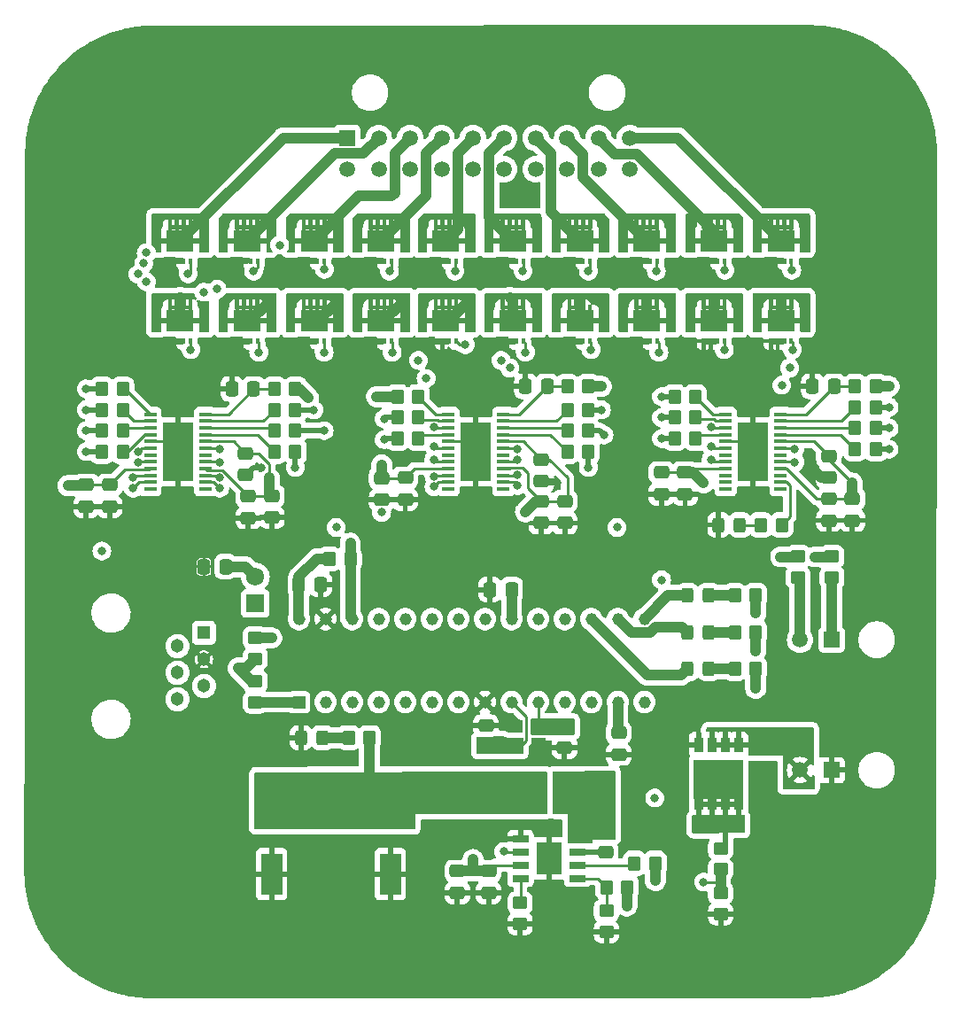
<source format=gbr>
%TF.GenerationSoftware,KiCad,Pcbnew,7.0.8*%
%TF.CreationDate,2023-10-31T17:39:43-05:00*%
%TF.ProjectId,Resistor Bank Control Board,52657369-7374-46f7-9220-42616e6b2043,rev?*%
%TF.SameCoordinates,Original*%
%TF.FileFunction,Copper,L1,Top*%
%TF.FilePolarity,Positive*%
%FSLAX46Y46*%
G04 Gerber Fmt 4.6, Leading zero omitted, Abs format (unit mm)*
G04 Created by KiCad (PCBNEW 7.0.8) date 2023-10-31 17:39:43*
%MOMM*%
%LPD*%
G01*
G04 APERTURE LIST*
G04 Aperture macros list*
%AMRoundRect*
0 Rectangle with rounded corners*
0 $1 Rounding radius*
0 $2 $3 $4 $5 $6 $7 $8 $9 X,Y pos of 4 corners*
0 Add a 4 corners polygon primitive as box body*
4,1,4,$2,$3,$4,$5,$6,$7,$8,$9,$2,$3,0*
0 Add four circle primitives for the rounded corners*
1,1,$1+$1,$2,$3*
1,1,$1+$1,$4,$5*
1,1,$1+$1,$6,$7*
1,1,$1+$1,$8,$9*
0 Add four rect primitives between the rounded corners*
20,1,$1+$1,$2,$3,$4,$5,0*
20,1,$1+$1,$4,$5,$6,$7,0*
20,1,$1+$1,$6,$7,$8,$9,0*
20,1,$1+$1,$8,$9,$2,$3,0*%
G04 Aperture macros list end*
%TA.AperFunction,ComponentPad*%
%ADD10R,1.725000X1.725000*%
%TD*%
%TA.AperFunction,ComponentPad*%
%ADD11C,1.725000*%
%TD*%
%TA.AperFunction,SMDPad,CuDef*%
%ADD12R,0.400000X0.600000*%
%TD*%
%TA.AperFunction,SMDPad,CuDef*%
%ADD13R,0.400000X0.550000*%
%TD*%
%TA.AperFunction,SMDPad,CuDef*%
%ADD14R,2.650000X2.030000*%
%TD*%
%TA.AperFunction,SMDPad,CuDef*%
%ADD15RoundRect,0.250000X-0.337500X-0.475000X0.337500X-0.475000X0.337500X0.475000X-0.337500X0.475000X0*%
%TD*%
%TA.AperFunction,SMDPad,CuDef*%
%ADD16RoundRect,0.250000X-0.475000X0.337500X-0.475000X-0.337500X0.475000X-0.337500X0.475000X0.337500X0*%
%TD*%
%TA.AperFunction,SMDPad,CuDef*%
%ADD17RoundRect,0.250000X-0.350000X-0.450000X0.350000X-0.450000X0.350000X0.450000X-0.350000X0.450000X0*%
%TD*%
%TA.AperFunction,SMDPad,CuDef*%
%ADD18R,2.000000X4.000000*%
%TD*%
%TA.AperFunction,SMDPad,CuDef*%
%ADD19RoundRect,0.250000X-0.450000X0.350000X-0.450000X-0.350000X0.450000X-0.350000X0.450000X0.350000X0*%
%TD*%
%TA.AperFunction,SMDPad,CuDef*%
%ADD20RoundRect,0.250000X0.337500X0.475000X-0.337500X0.475000X-0.337500X-0.475000X0.337500X-0.475000X0*%
%TD*%
%TA.AperFunction,SMDPad,CuDef*%
%ADD21RoundRect,0.250000X-0.325000X-0.450000X0.325000X-0.450000X0.325000X0.450000X-0.325000X0.450000X0*%
%TD*%
%TA.AperFunction,ComponentPad*%
%ADD22C,9.000000*%
%TD*%
%TA.AperFunction,SMDPad,CuDef*%
%ADD23R,0.800000X2.700000*%
%TD*%
%TA.AperFunction,ComponentPad*%
%ADD24R,1.159000X1.159000*%
%TD*%
%TA.AperFunction,ComponentPad*%
%ADD25C,1.159000*%
%TD*%
%TA.AperFunction,SMDPad,CuDef*%
%ADD26RoundRect,0.250000X0.475000X-0.337500X0.475000X0.337500X-0.475000X0.337500X-0.475000X-0.337500X0*%
%TD*%
%TA.AperFunction,ComponentPad*%
%ADD27R,1.520000X1.520000*%
%TD*%
%TA.AperFunction,ComponentPad*%
%ADD28C,1.520000*%
%TD*%
%TA.AperFunction,SMDPad,CuDef*%
%ADD29R,1.400000X1.200000*%
%TD*%
%TA.AperFunction,SMDPad,CuDef*%
%ADD30RoundRect,0.250000X0.350000X0.450000X-0.350000X0.450000X-0.350000X-0.450000X0.350000X-0.450000X0*%
%TD*%
%TA.AperFunction,SMDPad,CuDef*%
%ADD31R,1.150000X0.400000*%
%TD*%
%TA.AperFunction,SMDPad,CuDef*%
%ADD32R,2.840000X5.630000*%
%TD*%
%TA.AperFunction,SMDPad,CuDef*%
%ADD33R,1.525000X0.650000*%
%TD*%
%TA.AperFunction,SMDPad,CuDef*%
%ADD34R,2.400000X3.100000*%
%TD*%
%TA.AperFunction,SMDPad,CuDef*%
%ADD35R,0.850000X1.450000*%
%TD*%
%TA.AperFunction,SMDPad,CuDef*%
%ADD36R,0.850000X1.050000*%
%TD*%
%TA.AperFunction,SMDPad,CuDef*%
%ADD37R,4.700000X3.750000*%
%TD*%
%TA.AperFunction,ComponentPad*%
%ADD38R,1.303000X1.303000*%
%TD*%
%TA.AperFunction,ComponentPad*%
%ADD39C,1.303000*%
%TD*%
%TA.AperFunction,SMDPad,CuDef*%
%ADD40RoundRect,0.250000X0.450000X-0.350000X0.450000X0.350000X-0.450000X0.350000X-0.450000X-0.350000X0*%
%TD*%
%TA.AperFunction,ViaPad*%
%ADD41C,0.800000*%
%TD*%
%TA.AperFunction,ViaPad*%
%ADD42C,1.500000*%
%TD*%
%TA.AperFunction,Conductor*%
%ADD43C,0.250000*%
%TD*%
%TA.AperFunction,Conductor*%
%ADD44C,1.000000*%
%TD*%
%TA.AperFunction,Conductor*%
%ADD45C,0.500000*%
%TD*%
G04 APERTURE END LIST*
D10*
%TO.P,JP1,1,A*%
%TO.N,MCLR*%
X101930000Y-108760000D03*
D11*
%TO.P,JP1,2,B*%
%TO.N,Net-(JP1-B)*%
X101930000Y-106220000D03*
%TD*%
D12*
%TO.P,Q17,1,S_1*%
%TO.N,GND*%
X112965000Y-83690000D03*
%TO.P,Q17,2,S_2*%
X113615000Y-83690000D03*
%TO.P,Q17,3,S_3*%
X114265000Y-83690000D03*
%TO.P,Q17,4,G*%
%TO.N,Gate 14*%
X114915000Y-83690000D03*
D13*
%TO.P,Q17,5,D_1*%
%TO.N,/Coil 14*%
X114915000Y-80465000D03*
%TO.P,Q17,6,D_2*%
X114265000Y-80465000D03*
%TO.P,Q17,7,D_3*%
X113615000Y-80465000D03*
%TO.P,Q17,8,D_4*%
X112965000Y-80465000D03*
D14*
%TO.P,Q17,9,D_5*%
X113940000Y-81755000D03*
%TD*%
D15*
%TO.P,C11,1*%
%TO.N,GND*%
X97000000Y-105250000D03*
%TO.P,C11,2*%
%TO.N,Net-(JP1-B)*%
X99075000Y-105250000D03*
%TD*%
%TO.P,C8,1*%
%TO.N,+5V*%
X106085000Y-106938000D03*
%TO.P,C8,2*%
%TO.N,GND*%
X108160000Y-106938000D03*
%TD*%
D16*
%TO.P,C19,1*%
%TO.N,+24V*%
X116250000Y-96750000D03*
%TO.P,C19,2*%
%TO.N,GND*%
X116250000Y-98825000D03*
%TD*%
%TO.P,C3,1*%
%TO.N,+24V*%
X124230000Y-134342500D03*
%TO.P,C3,2*%
%TO.N,GND*%
X124230000Y-136417500D03*
%TD*%
D12*
%TO.P,Q4,1,S_1*%
%TO.N,GND*%
X112965000Y-76050000D03*
%TO.P,Q4,2,S_2*%
X113615000Y-76050000D03*
%TO.P,Q4,3,S_3*%
X114265000Y-76050000D03*
%TO.P,Q4,4,G*%
%TO.N,Gate 4*%
X114915000Y-76050000D03*
D13*
%TO.P,Q4,5,D_1*%
%TO.N,/Coil 4*%
X114915000Y-72825000D03*
%TO.P,Q4,6,D_2*%
X114265000Y-72825000D03*
%TO.P,Q4,7,D_3*%
X113615000Y-72825000D03*
%TO.P,Q4,8,D_4*%
X112965000Y-72825000D03*
D14*
%TO.P,Q4,9,D_5*%
X113940000Y-74115000D03*
%TD*%
D17*
%TO.P,R29,1*%
%TO.N,Net-(U2-IDLE)*%
X131750000Y-94250000D03*
%TO.P,R29,2*%
%TO.N,IDLE*%
X133750000Y-94250000D03*
%TD*%
D18*
%TO.P,C6,1*%
%TO.N,+5V*%
X114830000Y-127540000D03*
%TO.P,C6,2*%
%TO.N,GND*%
X114830000Y-134640000D03*
%TD*%
D16*
%TO.P,C12,1*%
%TO.N,GND*%
X123960000Y-120450000D03*
%TO.P,C12,2*%
%TO.N,Net-(IC25-OSCI{slash}CLKI{slash}AN13{slash}CN30{slash}RA2)*%
X123960000Y-122525000D03*
%TD*%
D12*
%TO.P,Q7,1,S_1*%
%TO.N,GND*%
X131965000Y-76050000D03*
%TO.P,Q7,2,S_2*%
X132615000Y-76050000D03*
%TO.P,Q7,3,S_3*%
X133265000Y-76050000D03*
%TO.P,Q7,4,G*%
%TO.N,Gate 7*%
X133915000Y-76050000D03*
D13*
%TO.P,Q7,5,D_1*%
%TO.N,/Coil 7*%
X133915000Y-72825000D03*
%TO.P,Q7,6,D_2*%
X133265000Y-72825000D03*
%TO.P,Q7,7,D_3*%
X132615000Y-72825000D03*
%TO.P,Q7,8,D_4*%
X131965000Y-72825000D03*
D14*
%TO.P,Q7,9,D_5*%
X132940000Y-74115000D03*
%TD*%
D17*
%TO.P,R33,1*%
%TO.N,Net-(D5-A)*%
X150250000Y-101250000D03*
%TO.P,R33,2*%
%TO.N,Net-(U3-OUT7)*%
X152250000Y-101250000D03*
%TD*%
D12*
%TO.P,Q2,1,S_1*%
%TO.N,GND*%
X100165000Y-76050000D03*
%TO.P,Q2,2,S_2*%
X100815000Y-76050000D03*
%TO.P,Q2,3,S_3*%
X101465000Y-76050000D03*
%TO.P,Q2,4,G*%
%TO.N,Gate 2*%
X102115000Y-76050000D03*
D13*
%TO.P,Q2,5,D_1*%
%TO.N,/Coil 2*%
X102115000Y-72825000D03*
%TO.P,Q2,6,D_2*%
X101465000Y-72825000D03*
%TO.P,Q2,7,D_3*%
X100815000Y-72825000D03*
%TO.P,Q2,8,D_4*%
X100165000Y-72825000D03*
D14*
%TO.P,Q2,9,D_5*%
X101140000Y-74115000D03*
%TD*%
D16*
%TO.P,C14,1*%
%TO.N,+24V*%
X101250000Y-98500000D03*
%TO.P,C14,2*%
%TO.N,GND*%
X101250000Y-100575000D03*
%TD*%
D18*
%TO.P,C7,1*%
%TO.N,+5V*%
X103480000Y-127540000D03*
%TO.P,C7,2*%
%TO.N,GND*%
X103480000Y-134640000D03*
%TD*%
D19*
%TO.P,R1,1*%
%TO.N,Net-(IC23-RT{slash}SYNC)*%
X127230000Y-137380000D03*
%TO.P,R1,2*%
%TO.N,GND*%
X127230000Y-139380000D03*
%TD*%
D20*
%TO.P,C23,1*%
%TO.N,Net-(U2-VDD)*%
X129825000Y-88000000D03*
%TO.P,C23,2*%
%TO.N,GND*%
X127750000Y-88000000D03*
%TD*%
D16*
%TO.P,C27,1*%
%TO.N,+24V*%
X156750000Y-94675000D03*
%TO.P,C27,2*%
%TO.N,GND*%
X156750000Y-96750000D03*
%TD*%
D17*
%TO.P,R19,1*%
%TO.N,Net-(U1-IN0)*%
X103750000Y-90250000D03*
%TO.P,R19,2*%
%TO.N,IN0*%
X105750000Y-90250000D03*
%TD*%
D15*
%TO.P,C9,1*%
%TO.N,GND*%
X124335000Y-107438000D03*
%TO.P,C9,2*%
%TO.N,Net-(IC25-VCAP_OR_VDDCORE)*%
X126410000Y-107438000D03*
%TD*%
D12*
%TO.P,Q15,1,S_1*%
%TO.N,GND*%
X106565000Y-83690000D03*
%TO.P,Q15,2,S_2*%
X107215000Y-83690000D03*
%TO.P,Q15,3,S_3*%
X107865000Y-83690000D03*
%TO.P,Q15,4,G*%
%TO.N,Gate 13*%
X108515000Y-83690000D03*
D13*
%TO.P,Q15,5,D_1*%
%TO.N,/Coil 13*%
X108515000Y-80465000D03*
%TO.P,Q15,6,D_2*%
X107865000Y-80465000D03*
%TO.P,Q15,7,D_3*%
X107215000Y-80465000D03*
%TO.P,Q15,8,D_4*%
X106565000Y-80465000D03*
D14*
%TO.P,Q15,9,D_5*%
X107540000Y-81755000D03*
%TD*%
D16*
%TO.P,C22,1*%
%TO.N,+24V*%
X131500000Y-99000000D03*
%TO.P,C22,2*%
%TO.N,GND*%
X131500000Y-101075000D03*
%TD*%
%TO.P,C13,1*%
%TO.N,Net-(IC25-OSCO{slash}CLKO{slash}AN14{slash}CN29{slash}RA3)*%
X131460000Y-120450000D03*
%TO.P,C13,2*%
%TO.N,GND*%
X131460000Y-122525000D03*
%TD*%
D19*
%TO.P,R3,1*%
%TO.N,Net-(IC23-EN)*%
X146400000Y-136420000D03*
%TO.P,R3,2*%
%TO.N,GND*%
X146400000Y-138420000D03*
%TD*%
D12*
%TO.P,Q18,1,S_1*%
%TO.N,GND*%
X144810000Y-83690000D03*
%TO.P,Q18,2,S_2*%
X145460000Y-83690000D03*
%TO.P,Q18,3,S_3*%
X146110000Y-83690000D03*
%TO.P,Q18,4,G*%
%TO.N,Gate 19*%
X146760000Y-83690000D03*
D13*
%TO.P,Q18,5,D_1*%
%TO.N,/Coil 19*%
X146760000Y-80465000D03*
%TO.P,Q18,6,D_2*%
X146110000Y-80465000D03*
%TO.P,Q18,7,D_3*%
X145460000Y-80465000D03*
%TO.P,Q18,8,D_4*%
X144810000Y-80465000D03*
D14*
%TO.P,Q18,9,D_5*%
X145785000Y-81755000D03*
%TD*%
D16*
%TO.P,C1,1*%
%TO.N,+24V*%
X88000000Y-97425000D03*
%TO.P,C1,2*%
%TO.N,GND*%
X88000000Y-99500000D03*
%TD*%
%TO.P,C21,1*%
%TO.N,+24V*%
X129250000Y-95000000D03*
%TO.P,C21,2*%
%TO.N,GND*%
X129250000Y-97075000D03*
%TD*%
D21*
%TO.P,D1,1,K*%
%TO.N,GND*%
X106290000Y-121590000D03*
%TO.P,D1,2,A*%
%TO.N,Net-(D1-A)*%
X108340000Y-121590000D03*
%TD*%
D16*
%TO.P,C18,1*%
%TO.N,+24V*%
X114000000Y-96787500D03*
%TO.P,C18,2*%
%TO.N,GND*%
X114000000Y-98862500D03*
%TD*%
D12*
%TO.P,Q20,1,S_1*%
%TO.N,GND*%
X151210000Y-83690000D03*
%TO.P,Q20,2,S_2*%
X151860000Y-83690000D03*
%TO.P,Q20,3,S_3*%
X152510000Y-83690000D03*
%TO.P,Q20,4,G*%
%TO.N,Gate 20*%
X153160000Y-83690000D03*
D13*
%TO.P,Q20,5,D_1*%
%TO.N,/Coil 20*%
X153160000Y-80465000D03*
%TO.P,Q20,6,D_2*%
X152510000Y-80465000D03*
%TO.P,Q20,7,D_3*%
X151860000Y-80465000D03*
%TO.P,Q20,8,D_4*%
X151210000Y-80465000D03*
D14*
%TO.P,Q20,9,D_5*%
X152185000Y-81755000D03*
%TD*%
D17*
%TO.P,R30,1*%
%TO.N,Net-(U2-VDD)*%
X131750000Y-88000000D03*
%TO.P,R30,2*%
%TO.N,+5V*%
X133750000Y-88000000D03*
%TD*%
%TO.P,R35,1*%
%TO.N,Net-(U3-IN0)*%
X159250000Y-90000000D03*
%TO.P,R35,2*%
%TO.N,IN0*%
X161250000Y-90000000D03*
%TD*%
D12*
%TO.P,Q5,1,S_1*%
%TO.N,GND*%
X119165000Y-76050000D03*
%TO.P,Q5,2,S_2*%
X119815000Y-76050000D03*
%TO.P,Q5,3,S_3*%
X120465000Y-76050000D03*
%TO.P,Q5,4,G*%
%TO.N,Gate 5*%
X121115000Y-76050000D03*
D13*
%TO.P,Q5,5,D_1*%
%TO.N,/Coil 5*%
X121115000Y-72825000D03*
%TO.P,Q5,6,D_2*%
X120465000Y-72825000D03*
%TO.P,Q5,7,D_3*%
X119815000Y-72825000D03*
%TO.P,Q5,8,D_4*%
X119165000Y-72825000D03*
D14*
%TO.P,Q5,9,D_5*%
X120140000Y-74115000D03*
%TD*%
D17*
%TO.P,R38,1*%
%TO.N,Net-(U3-VDD)*%
X159250000Y-88000000D03*
%TO.P,R38,2*%
%TO.N,+5V*%
X161250000Y-88000000D03*
%TD*%
D16*
%TO.P,C15,1*%
%TO.N,+24V*%
X101000000Y-94425000D03*
%TO.P,C15,2*%
%TO.N,GND*%
X101000000Y-96500000D03*
%TD*%
D19*
%TO.P,R2,1*%
%TO.N,+24V*%
X146400000Y-132170000D03*
%TO.P,R2,2*%
%TO.N,Net-(IC23-EN)*%
X146400000Y-134170000D03*
%TD*%
D22*
%TO.P,H1,1,1*%
%TO.N,GND*%
X89200000Y-62300000D03*
%TD*%
D17*
%TO.P,R23,1*%
%TO.N,SPI_SS*%
X115500000Y-89000000D03*
%TO.P,R23,2*%
%TO.N,Net-(U2-CSB)*%
X117500000Y-89000000D03*
%TD*%
D22*
%TO.P,H3,1,1*%
%TO.N,GND*%
X157100000Y-137300000D03*
%TD*%
D17*
%TO.P,R11,1*%
%TO.N,Net-(D3-A)*%
X147750000Y-111500000D03*
%TO.P,R11,2*%
%TO.N,+5V*%
X149750000Y-111500000D03*
%TD*%
%TO.P,R20,1*%
%TO.N,Net-(U1-IN1)*%
X103750000Y-92250000D03*
%TO.P,R20,2*%
%TO.N,IN1*%
X105750000Y-92250000D03*
%TD*%
D23*
%TO.P,L1,1,1*%
%TO.N,Net-(IC23-SW)*%
X131080000Y-127130000D03*
%TO.P,L1,2,2*%
%TO.N,+5V*%
X128880000Y-127130000D03*
%TD*%
D24*
%TO.P,IC25,1,MCLR/VPP/RA5*%
%TO.N,Net-(IC25-MCLR{slash}VPP{slash}RA5)*%
X106090000Y-118188000D03*
D25*
%TO.P,IC25,2,CVREF+/VREF+/DAC1REF+/AN0/C3INC/CN2/RA0*%
%TO.N,IN0*%
X108630000Y-118188000D03*
%TO.P,IC25,3,CVREF-/VREF-/AN1/RA1*%
%TO.N,IN1*%
X111170000Y-118188000D03*
%TO.P,IC25,4,PGED1/AN2/CTCMP/ULPWU/C1IND/C2INB/C3IND/U2TX/CN4/RB0*%
%TO.N,PGD*%
X113710000Y-118188000D03*
%TO.P,IC25,5,PGEC1/OA1INA/OA2INA/AN3/C1INC/C2INA/U2RX/CTED12/CN5/RB1*%
%TO.N,PGC*%
X116250000Y-118188000D03*
%TO.P,IC25,6,OA1INB/OA2INB/AN4/C1INB/C2IND/SDA2/U1RX/TCKIB/CTED13/CN6/RB2*%
%TO.N,I2C_SDA*%
X118790000Y-118188000D03*
%TO.P,IC25,7,OA1OUT/AN5/C1INA/C2INC/SCL2/CN7/RB3*%
%TO.N,I2C_SCLK*%
X121330000Y-118188000D03*
%TO.P,IC25,8,VSS*%
%TO.N,GND*%
X123870000Y-118188000D03*
%TO.P,IC25,9,OSCI/CLKI/AN13/CN30/RA2*%
%TO.N,Net-(IC25-OSCI{slash}CLKI{slash}AN13{slash}CN30{slash}RA2)*%
X126410000Y-118188000D03*
%TO.P,IC25,10,OSCO/CLKO/AN14/CN29/RA3*%
%TO.N,Net-(IC25-OSCO{slash}CLKO{slash}AN14{slash}CN29{slash}RA3)*%
X128950000Y-118188000D03*
%TO.P,IC25,11,SOSCI/AN15/~{U2RTS}/U2BCLK/CN1/RB4*%
%TO.N,unconnected-(IC25-SOSCI{slash}AN15{slash}~{U2RTS}{slash}U2BCLK{slash}CN1{slash}RB4-Pad11)*%
X131490000Y-118188000D03*
%TO.P,IC25,12,SOSCO/SCLKI/AN16/PWRLCLK/~{U2CTS}/CN0/RA4*%
%TO.N,IDLE*%
X134030000Y-118188000D03*
%TO.P,IC25,13,VDD*%
%TO.N,Net-(IC25-VDD)*%
X136570000Y-118188000D03*
%TO.P,IC25,14,PGED3/AN17/ASDA1/SCK2/IC4/OC1E/CLCINA/CN27/RB5*%
%TO.N,unconnected-(IC25-PGED3{slash}AN17{slash}ASDA1{slash}SCK2{slash}IC4{slash}OC1E{slash}CLCINA{slash}CN27{slash}RB5-Pad14)*%
X139110000Y-118188000D03*
%TO.P,IC25,15,PGEC3/AN18/ASCL1/SDO2/IC5/OC1F/CLCINB/CN24/RB6*%
%TO.N,Net-(D4-K)*%
X139110000Y-110250000D03*
%TO.P,IC25,16,AN19/U1TX/C2OUT/OC1A/INT0/CN23/RB7*%
%TO.N,Net-(D3-K)*%
X136570000Y-110250000D03*
%TO.P,IC25,17,AN20/SCL1/U1CTS/C3OUT/OC1B/CTED10/CN22/RB8*%
%TO.N,Net-(D2-K)*%
X134030000Y-110250000D03*
%TO.P,IC25,18,AN21/SDA1/T1CK/U1RTS/U1BCLK/IC2/OC4/CLC1O/CTED4/CN21/RB9*%
%TO.N,unconnected-(IC25-AN21{slash}SDA1{slash}T1CK{slash}U1RTS{slash}U1BCLK{slash}IC2{slash}OC4{slash}CLC1O{slash}CTED4{slash}CN21{slash}RB9-Pad18)*%
X131490000Y-110250000D03*
%TO.P,IC25,19,SDI2/IC1/OC5/CLC2O/CTED3/CN9/RA7*%
%TO.N,unconnected-(IC25-SDI2{slash}IC1{slash}OC5{slash}CLC2O{slash}CTED3{slash}CN9{slash}RA7-Pad19)*%
X128950000Y-110250000D03*
%TO.P,IC25,20,VCAP_OR_VDDCORE*%
%TO.N,Net-(IC25-VCAP_OR_VDDCORE)*%
X126410000Y-110250000D03*
%TO.P,IC25,21,PGED2/SDI1/OC3A/OC1C/CTED11/CN16/RB10*%
%TO.N,SPI_MISO*%
X123870000Y-110250000D03*
%TO.P,IC25,22,PGEC2/SCK1/OC2A/CTED9/CN15/RB11*%
%TO.N,SPI_SCLK*%
X121330000Y-110250000D03*
%TO.P,IC25,23,DAC1OUT/AN12/HLVDIN/~{SS2}/IC3/OC2B/CTED2/INT2/CN14/RB12*%
%TO.N,unconnected-(IC25-DAC1OUT{slash}AN12{slash}HLVDIN{slash}~{SS2}{slash}IC3{slash}OC2B{slash}CTED2{slash}INT2{slash}CN14{slash}RB12-Pad23)*%
X118790000Y-110250000D03*
%TO.P,IC25,24,OA1INC/OA2INC/AN11/SDO1/OCFB/OC3B/OC1D/CTPLS/CN13/RB13*%
%TO.N,SPI_MOSI*%
X116250000Y-110250000D03*
%TO.P,IC25,25,DAC2OUT/CVREF/OA1IND/OA2IND/AN10/C3INB/RTCC/C1OUT/OCFA/CTED5/INT1/CN12/RB14*%
%TO.N,unconnected-(IC25-DAC2OUT{slash}CVREF{slash}OA1IND{slash}OA2IND{slash}AN10{slash}C3INB{slash}RTCC{slash}C1OUT{slash}OCFA{slash}CTED5{slash}INT1{slash}CN12{slash}RB14-Pad25)*%
X113710000Y-110250000D03*
%TO.P,IC25,26,DAC2REF+/OA2OUT/AN9/C3INA/REFO/SS1/TCKIA/CTED6/CN11/RB15*%
%TO.N,SPI_SS*%
X111170000Y-110250000D03*
%TO.P,IC25,27,VSS/AVSS*%
%TO.N,GND*%
X108630000Y-110250000D03*
%TO.P,IC25,28,VDD/AVDD*%
%TO.N,+5V*%
X106090000Y-110250000D03*
%TD*%
D19*
%TO.P,R14,1*%
%TO.N,+5V*%
X153790000Y-104270000D03*
%TO.P,R14,2*%
%TO.N,I2C_SDA*%
X153790000Y-106270000D03*
%TD*%
D26*
%TO.P,C10,1*%
%TO.N,GND*%
X136660000Y-123188000D03*
%TO.P,C10,2*%
%TO.N,Net-(IC25-VDD)*%
X136660000Y-121113000D03*
%TD*%
D17*
%TO.P,R4,1*%
%TO.N,Net-(IC23-PG)*%
X138150000Y-133590000D03*
%TO.P,R4,2*%
%TO.N,+5V*%
X140150000Y-133590000D03*
%TD*%
D16*
%TO.P,C28,1*%
%TO.N,+24V*%
X159000000Y-98750000D03*
%TO.P,C28,2*%
%TO.N,GND*%
X159000000Y-100825000D03*
%TD*%
D17*
%TO.P,R12,1*%
%TO.N,Net-(D4-A)*%
X147750000Y-108000000D03*
%TO.P,R12,2*%
%TO.N,+5V*%
X149750000Y-108000000D03*
%TD*%
D12*
%TO.P,Q1,1,S_1*%
%TO.N,GND*%
X93765000Y-76050000D03*
%TO.P,Q1,2,S_2*%
X94415000Y-76050000D03*
%TO.P,Q1,3,S_3*%
X95065000Y-76050000D03*
%TO.P,Q1,4,G*%
%TO.N,Gate 1*%
X95715000Y-76050000D03*
D13*
%TO.P,Q1,5,D_1*%
%TO.N,/Coil 1*%
X95715000Y-72825000D03*
%TO.P,Q1,6,D_2*%
X95065000Y-72825000D03*
%TO.P,Q1,7,D_3*%
X94415000Y-72825000D03*
%TO.P,Q1,8,D_4*%
X93765000Y-72825000D03*
D14*
%TO.P,Q1,9,D_5*%
X94740000Y-74115000D03*
%TD*%
D12*
%TO.P,Q16,1,S_1*%
%TO.N,GND*%
X138365000Y-83690000D03*
%TO.P,Q16,2,S_2*%
X139015000Y-83690000D03*
%TO.P,Q16,3,S_3*%
X139665000Y-83690000D03*
%TO.P,Q16,4,G*%
%TO.N,Gate 18*%
X140315000Y-83690000D03*
D13*
%TO.P,Q16,5,D_1*%
%TO.N,/Coil 18*%
X140315000Y-80465000D03*
%TO.P,Q16,6,D_2*%
X139665000Y-80465000D03*
%TO.P,Q16,7,D_3*%
X139015000Y-80465000D03*
%TO.P,Q16,8,D_4*%
X138365000Y-80465000D03*
D14*
%TO.P,Q16,9,D_5*%
X139340000Y-81755000D03*
%TD*%
D27*
%TO.P,J2,1,Pin_1*%
%TO.N,I2C_SCLK*%
X156994600Y-112221750D03*
D28*
%TO.P,J2,2,Pin_2*%
%TO.N,I2C_SDA*%
X153994600Y-112221750D03*
%TD*%
D17*
%TO.P,R32,1*%
%TO.N,SPI_SCLK*%
X142000000Y-91000000D03*
%TO.P,R32,2*%
%TO.N,Net-(U3-SCLK)*%
X144000000Y-91000000D03*
%TD*%
%TO.P,R37,1*%
%TO.N,Net-(U3-IDLE)*%
X159250000Y-94000000D03*
%TO.P,R37,2*%
%TO.N,IDLE*%
X161250000Y-94000000D03*
%TD*%
%TO.P,R21,1*%
%TO.N,Net-(U1-IDLE)*%
X103750000Y-94250000D03*
%TO.P,R21,2*%
%TO.N,IDLE*%
X105750000Y-94250000D03*
%TD*%
D29*
%TO.P,Y1,1,1*%
%TO.N,Net-(IC25-OSCO{slash}CLKO{slash}AN14{slash}CN29{slash}RA3)*%
X128950000Y-120471250D03*
%TO.P,Y1,2,2*%
%TO.N,GND*%
X126750000Y-120471250D03*
%TO.P,Y1,3,3*%
%TO.N,Net-(IC25-OSCI{slash}CLKI{slash}AN13{slash}CN30{slash}RA2)*%
X126750000Y-122171250D03*
%TO.P,Y1,4,4*%
%TO.N,GND*%
X128950000Y-122171250D03*
%TD*%
D20*
%TO.P,C17,1*%
%TO.N,Net-(U1-VDD)*%
X101750000Y-88250000D03*
%TO.P,C17,2*%
%TO.N,GND*%
X99675000Y-88250000D03*
%TD*%
D12*
%TO.P,Q9,1,S_1*%
%TO.N,GND*%
X144810000Y-76050000D03*
%TO.P,Q9,2,S_2*%
X145460000Y-76050000D03*
%TO.P,Q9,3,S_3*%
X146110000Y-76050000D03*
%TO.P,Q9,4,G*%
%TO.N,Gate 9*%
X146760000Y-76050000D03*
D13*
%TO.P,Q9,5,D_1*%
%TO.N,/Coil 9*%
X146760000Y-72825000D03*
%TO.P,Q9,6,D_2*%
X146110000Y-72825000D03*
%TO.P,Q9,7,D_3*%
X145460000Y-72825000D03*
%TO.P,Q9,8,D_4*%
X144810000Y-72825000D03*
D14*
%TO.P,Q9,9,D_5*%
X145785000Y-74115000D03*
%TD*%
D17*
%TO.P,R16,1*%
%TO.N,SPI_SCLK*%
X87250000Y-90250000D03*
%TO.P,R16,2*%
%TO.N,Net-(U1-SCLK)*%
X89250000Y-90250000D03*
%TD*%
D20*
%TO.P,C29,1*%
%TO.N,Net-(U3-VDD)*%
X157250000Y-88000000D03*
%TO.P,C29,2*%
%TO.N,GND*%
X155175000Y-88000000D03*
%TD*%
D12*
%TO.P,Q13,1,S_1*%
%TO.N,GND*%
X100165000Y-83690000D03*
%TO.P,Q13,2,S_2*%
X100815000Y-83690000D03*
%TO.P,Q13,3,S_3*%
X101465000Y-83690000D03*
%TO.P,Q13,4,G*%
%TO.N,Gate 12*%
X102115000Y-83690000D03*
D13*
%TO.P,Q13,5,D_1*%
%TO.N,/Coil 12*%
X102115000Y-80465000D03*
%TO.P,Q13,6,D_2*%
X101465000Y-80465000D03*
%TO.P,Q13,7,D_3*%
X100815000Y-80465000D03*
%TO.P,Q13,8,D_4*%
X100165000Y-80465000D03*
D14*
%TO.P,Q13,9,D_5*%
X101140000Y-81755000D03*
%TD*%
D17*
%TO.P,R26,1*%
%TO.N,SPI_MISO*%
X142000000Y-93000000D03*
%TO.P,R26,2*%
%TO.N,Net-(U3-SO)*%
X144000000Y-93000000D03*
%TD*%
D19*
%TO.P,R13,1*%
%TO.N,+5V*%
X157040000Y-104270000D03*
%TO.P,R13,2*%
%TO.N,I2C_SCLK*%
X157040000Y-106270000D03*
%TD*%
D30*
%TO.P,R5,1*%
%TO.N,+5V*%
X137480000Y-135880000D03*
%TO.P,R5,2*%
%TO.N,Net-(IC23-FB)*%
X135480000Y-135880000D03*
%TD*%
D12*
%TO.P,Q19,1,S_1*%
%TO.N,GND*%
X119165000Y-83690000D03*
%TO.P,Q19,2,S_2*%
X119815000Y-83690000D03*
%TO.P,Q19,3,S_3*%
X120465000Y-83690000D03*
%TO.P,Q19,4,G*%
%TO.N,Gate 15*%
X121115000Y-83690000D03*
D13*
%TO.P,Q19,5,D_1*%
%TO.N,/Coil 15*%
X121115000Y-80465000D03*
%TO.P,Q19,6,D_2*%
X120465000Y-80465000D03*
%TO.P,Q19,7,D_3*%
X119815000Y-80465000D03*
%TO.P,Q19,8,D_4*%
X119165000Y-80465000D03*
D14*
%TO.P,Q19,9,D_5*%
X120140000Y-81755000D03*
%TD*%
D17*
%TO.P,R28,1*%
%TO.N,Net-(U2-IN1)*%
X131750000Y-92250000D03*
%TO.P,R28,2*%
%TO.N,IN1*%
X133750000Y-92250000D03*
%TD*%
D30*
%TO.P,R34,1*%
%TO.N,SPI_SS*%
X111000000Y-104500000D03*
%TO.P,R34,2*%
%TO.N,+5V*%
X109000000Y-104500000D03*
%TD*%
D16*
%TO.P,C20,1*%
%TO.N,+24V*%
X129250000Y-99000000D03*
%TO.P,C20,2*%
%TO.N,GND*%
X129250000Y-101075000D03*
%TD*%
D12*
%TO.P,Q14,1,S_1*%
%TO.N,GND*%
X131965000Y-83690000D03*
%TO.P,Q14,2,S_2*%
X132615000Y-83690000D03*
%TO.P,Q14,3,S_3*%
X133265000Y-83690000D03*
%TO.P,Q14,4,G*%
%TO.N,Gate 17*%
X133915000Y-83690000D03*
D13*
%TO.P,Q14,5,D_1*%
%TO.N,/Coil 17*%
X133915000Y-80465000D03*
%TO.P,Q14,6,D_2*%
X133265000Y-80465000D03*
%TO.P,Q14,7,D_3*%
X132615000Y-80465000D03*
%TO.P,Q14,8,D_4*%
X131965000Y-80465000D03*
D14*
%TO.P,Q14,9,D_5*%
X132940000Y-81755000D03*
%TD*%
D27*
%TO.P,J4,1,Pin_1*%
%TO.N,GND*%
X156994600Y-124693500D03*
D28*
%TO.P,J4,2,Pin_2*%
%TO.N,Net-(J4-Pin_2)*%
X153994600Y-124693500D03*
%TD*%
D17*
%TO.P,R24,1*%
%TO.N,SPI_SCLK*%
X115500000Y-91000000D03*
%TO.P,R24,2*%
%TO.N,Net-(U2-SCLK)*%
X117500000Y-91000000D03*
%TD*%
%TO.P,R31,1*%
%TO.N,SPI_SS*%
X142000000Y-89000000D03*
%TO.P,R31,2*%
%TO.N,Net-(U3-CSB)*%
X144000000Y-89000000D03*
%TD*%
D31*
%TO.P,U2,1,CSB*%
%TO.N,Net-(U2-CSB)*%
X120375000Y-90675000D03*
%TO.P,U2,2,SCLK*%
%TO.N,Net-(U2-SCLK)*%
X120375000Y-91325000D03*
%TO.P,U2,3,SI*%
%TO.N,SPI_CHAIN*%
X120375000Y-91975000D03*
%TO.P,U2,4,SO*%
%TO.N,Net-(U2-SO)*%
X120375000Y-92625000D03*
%TO.P,U2,5,GND*%
%TO.N,GND*%
X120375000Y-93275000D03*
%TO.P,U2,6,OUT0*%
%TO.N,Gate 9*%
X120375000Y-93925000D03*
%TO.P,U2,7,NC*%
%TO.N,unconnected-(U2-NC-Pad7)*%
X120375000Y-94575000D03*
%TO.P,U2,8,OUT2*%
%TO.N,Gate 11*%
X120375000Y-95225000D03*
%TO.P,U2,9,VS1*%
%TO.N,+24V*%
X120375000Y-95875000D03*
%TO.P,U2,10,OUT4*%
%TO.N,Gate 13*%
X120375000Y-96525000D03*
%TO.P,U2,11,OUT6*%
%TO.N,Gate 15*%
X120375000Y-97175000D03*
%TO.P,U2,12,NC*%
%TO.N,unconnected-(U2-NC-Pad12)*%
X120375000Y-97825000D03*
%TO.P,U2,13,NC*%
%TO.N,unconnected-(U2-NC-Pad13)*%
X125625000Y-97825000D03*
%TO.P,U2,14,OUT7*%
%TO.N,Gate 16*%
X125625000Y-97175000D03*
%TO.P,U2,15,OUT5*%
%TO.N,Gate 14*%
X125625000Y-96525000D03*
%TO.P,U2,16,VS2*%
%TO.N,+24V*%
X125625000Y-95875000D03*
%TO.P,U2,17,OUT3*%
%TO.N,Gate 12*%
X125625000Y-95225000D03*
%TO.P,U2,18,NC*%
%TO.N,unconnected-(U2-NC-Pad18)*%
X125625000Y-94575000D03*
%TO.P,U2,19,OUT1*%
%TO.N,Gate 10*%
X125625000Y-93925000D03*
%TO.P,U2,20,VS*%
%TO.N,+24V*%
X125625000Y-93275000D03*
%TO.P,U2,21,IDLE*%
%TO.N,Net-(U2-IDLE)*%
X125625000Y-92625000D03*
%TO.P,U2,22,IN1*%
%TO.N,Net-(U2-IN1)*%
X125625000Y-91975000D03*
%TO.P,U2,23,IN0*%
%TO.N,Net-(U2-IN0)*%
X125625000Y-91325000D03*
%TO.P,U2,24,VDD*%
%TO.N,Net-(U2-VDD)*%
X125625000Y-90675000D03*
D32*
%TO.P,U2,25,EP*%
%TO.N,GND*%
X123000000Y-94250000D03*
%TD*%
D16*
%TO.P,C16,1*%
%TO.N,+24V*%
X103500000Y-98462500D03*
%TO.P,C16,2*%
%TO.N,GND*%
X103500000Y-100537500D03*
%TD*%
D33*
%TO.P,IC23,1,GND*%
%TO.N,GND*%
X127268000Y-131225000D03*
%TO.P,IC23,2,EN*%
%TO.N,Net-(IC23-EN)*%
X127268000Y-132495000D03*
%TO.P,IC23,3,VIN*%
%TO.N,+24V*%
X127268000Y-133765000D03*
%TO.P,IC23,4,RT/SYNC*%
%TO.N,Net-(IC23-RT{slash}SYNC)*%
X127268000Y-135035000D03*
%TO.P,IC23,5,FB*%
%TO.N,Net-(IC23-FB)*%
X132692000Y-135035000D03*
%TO.P,IC23,6,PG*%
%TO.N,Net-(IC23-PG)*%
X132692000Y-133765000D03*
%TO.P,IC23,7,BOOT*%
%TO.N,Net-(IC23-BOOT)*%
X132692000Y-132495000D03*
%TO.P,IC23,8,SW*%
%TO.N,Net-(IC23-SW)*%
X132692000Y-131225000D03*
D34*
%TO.P,IC23,9,THERMAL_PAD*%
%TO.N,GND*%
X129980000Y-133130000D03*
%TD*%
D17*
%TO.P,R18,1*%
%TO.N,SPI_CHAIN*%
X87250000Y-94250000D03*
%TO.P,R18,2*%
%TO.N,Net-(U1-SO)*%
X89250000Y-94250000D03*
%TD*%
%TO.P,R27,1*%
%TO.N,Net-(U2-IN0)*%
X131750000Y-90250000D03*
%TO.P,R27,2*%
%TO.N,IN0*%
X133750000Y-90250000D03*
%TD*%
D19*
%TO.P,R6,1*%
%TO.N,Net-(IC23-FB)*%
X135480000Y-138130000D03*
%TO.P,R6,2*%
%TO.N,GND*%
X135480000Y-140130000D03*
%TD*%
D17*
%TO.P,R25,1*%
%TO.N,SPI_CHAIN2*%
X115500000Y-93000000D03*
%TO.P,R25,2*%
%TO.N,Net-(U2-SO)*%
X117500000Y-93000000D03*
%TD*%
D16*
%TO.P,C2,1*%
%TO.N,+24V*%
X85750000Y-97425000D03*
%TO.P,C2,2*%
%TO.N,GND*%
X85750000Y-99500000D03*
%TD*%
D12*
%TO.P,Q11,1,S_1*%
%TO.N,GND*%
X93765000Y-83690000D03*
%TO.P,Q11,2,S_2*%
X94415000Y-83690000D03*
%TO.P,Q11,3,S_3*%
X95065000Y-83690000D03*
%TO.P,Q11,4,G*%
%TO.N,Gate 11*%
X95715000Y-83690000D03*
D13*
%TO.P,Q11,5,D_1*%
%TO.N,/Coil 11*%
X95715000Y-80465000D03*
%TO.P,Q11,6,D_2*%
X95065000Y-80465000D03*
%TO.P,Q11,7,D_3*%
X94415000Y-80465000D03*
%TO.P,Q11,8,D_4*%
X93765000Y-80465000D03*
D14*
%TO.P,Q11,9,D_5*%
X94740000Y-81755000D03*
%TD*%
D12*
%TO.P,Q12,1,S_1*%
%TO.N,GND*%
X125565000Y-83690000D03*
%TO.P,Q12,2,S_2*%
X126215000Y-83690000D03*
%TO.P,Q12,3,S_3*%
X126865000Y-83690000D03*
%TO.P,Q12,4,G*%
%TO.N,Gate 16*%
X127515000Y-83690000D03*
D13*
%TO.P,Q12,5,D_1*%
%TO.N,/Coil 16*%
X127515000Y-80465000D03*
%TO.P,Q12,6,D_2*%
X126865000Y-80465000D03*
%TO.P,Q12,7,D_3*%
X126215000Y-80465000D03*
%TO.P,Q12,8,D_4*%
X125565000Y-80465000D03*
D14*
%TO.P,Q12,9,D_5*%
X126540000Y-81755000D03*
%TD*%
D27*
%TO.P,J1,1,Pin_1*%
%TO.N,/Coil 1*%
X110721750Y-64255400D03*
D28*
%TO.P,J1,2,Pin_2*%
%TO.N,/Coil 2*%
X113721750Y-64255400D03*
%TO.P,J1,3,Pin_3*%
%TO.N,/Coil 3*%
X116721750Y-64255400D03*
%TO.P,J1,4,Pin_4*%
%TO.N,/Coil 4*%
X119721750Y-64255400D03*
%TO.P,J1,5,Pin_5*%
%TO.N,/Coil 5*%
X122721750Y-64255400D03*
%TO.P,J1,6,Pin_6*%
%TO.N,/Coil 6*%
X125721750Y-64255400D03*
%TO.P,J1,7,Pin_7*%
%TO.N,/Coil 7*%
X128721750Y-64255400D03*
%TO.P,J1,8,Pin_8*%
%TO.N,/Coil 8*%
X131721750Y-64255400D03*
%TO.P,J1,9,Pin_9*%
%TO.N,/Coil 9*%
X134721750Y-64255400D03*
%TO.P,J1,10,Pin_10*%
%TO.N,/Coil 10*%
X137721750Y-64255400D03*
%TO.P,J1,11,Pin_11*%
%TO.N,/Coil 11*%
X110721750Y-67255400D03*
%TO.P,J1,12,Pin_12*%
%TO.N,/Coil 12*%
X113721750Y-67255400D03*
%TO.P,J1,13,Pin_13*%
%TO.N,/Coil 13*%
X116721750Y-67255400D03*
%TO.P,J1,14,Pin_14*%
%TO.N,/Coil 14*%
X119721750Y-67255400D03*
%TO.P,J1,15,Pin_15*%
%TO.N,/Coil 15*%
X122721750Y-67255400D03*
%TO.P,J1,16,Pin_16*%
%TO.N,/Coil 16*%
X125721750Y-67255400D03*
%TO.P,J1,17,Pin_17*%
%TO.N,/Coil 17*%
X128721750Y-67255400D03*
%TO.P,J1,18,Pin_18*%
%TO.N,/Coil 18*%
X131721750Y-67255400D03*
%TO.P,J1,19,Pin_19*%
%TO.N,/Coil 19*%
X134721750Y-67255400D03*
%TO.P,J1,20,Pin_20*%
%TO.N,/Coil 20*%
X137721750Y-67255400D03*
%TD*%
D22*
%TO.P,H4,1,1*%
%TO.N,GND*%
X89200000Y-137300000D03*
%TD*%
D16*
%TO.P,C25,1*%
%TO.N,+24V*%
X140740000Y-96250000D03*
%TO.P,C25,2*%
%TO.N,GND*%
X140740000Y-98325000D03*
%TD*%
%TO.P,C5,1*%
%TO.N,Net-(IC23-SW)*%
X135390000Y-130462500D03*
%TO.P,C5,2*%
%TO.N,Net-(IC23-BOOT)*%
X135390000Y-132537500D03*
%TD*%
D12*
%TO.P,Q8,1,S_1*%
%TO.N,GND*%
X138365000Y-76050000D03*
%TO.P,Q8,2,S_2*%
X139015000Y-76050000D03*
%TO.P,Q8,3,S_3*%
X139665000Y-76050000D03*
%TO.P,Q8,4,G*%
%TO.N,Gate 8*%
X140315000Y-76050000D03*
D13*
%TO.P,Q8,5,D_1*%
%TO.N,/Coil 8*%
X140315000Y-72825000D03*
%TO.P,Q8,6,D_2*%
X139665000Y-72825000D03*
%TO.P,Q8,7,D_3*%
X139015000Y-72825000D03*
%TO.P,Q8,8,D_4*%
X138365000Y-72825000D03*
D14*
%TO.P,Q8,9,D_5*%
X139340000Y-74115000D03*
%TD*%
D35*
%TO.P,Q21,1,S_1*%
%TO.N,Net-(J4-Pin_2)*%
X148104600Y-122271750D03*
%TO.P,Q21,2,S_2*%
X146834600Y-122271750D03*
%TO.P,Q21,3,S_3*%
X145564600Y-122271750D03*
%TO.P,Q21,4,G*%
%TO.N,GND*%
X144294600Y-122271750D03*
D36*
%TO.P,Q21,5,D_1*%
%TO.N,+24V*%
X144294600Y-127971750D03*
%TO.P,Q21,6,D_2*%
X145564600Y-127971750D03*
%TO.P,Q21,7,D_3*%
X146834600Y-127971750D03*
%TO.P,Q21,8,D_4*%
X148104600Y-127971750D03*
D37*
%TO.P,Q21,9,D_5*%
X146199600Y-125571750D03*
%TD*%
D16*
%TO.P,C4,1*%
%TO.N,+24V*%
X121220000Y-134342500D03*
%TO.P,C4,2*%
%TO.N,GND*%
X121220000Y-136417500D03*
%TD*%
D31*
%TO.P,U3,1,CSB*%
%TO.N,Net-(U3-CSB)*%
X146875000Y-90675000D03*
%TO.P,U3,2,SCLK*%
%TO.N,Net-(U3-SCLK)*%
X146875000Y-91325000D03*
%TO.P,U3,3,SI*%
%TO.N,SPI_CHAIN2*%
X146875000Y-91975000D03*
%TO.P,U3,4,SO*%
%TO.N,Net-(U3-SO)*%
X146875000Y-92625000D03*
%TO.P,U3,5,GND*%
%TO.N,GND*%
X146875000Y-93275000D03*
%TO.P,U3,6,OUT0*%
%TO.N,Gate 17*%
X146875000Y-93925000D03*
%TO.P,U3,7,NC*%
%TO.N,unconnected-(U3-NC-Pad7)*%
X146875000Y-94575000D03*
%TO.P,U3,8,OUT2*%
%TO.N,Gate 19*%
X146875000Y-95225000D03*
%TO.P,U3,9,VS1*%
%TO.N,+24V*%
X146875000Y-95875000D03*
%TO.P,U3,10,OUT4*%
%TO.N,unconnected-(U3-OUT4-Pad10)*%
X146875000Y-96525000D03*
%TO.P,U3,11,OUT6*%
%TO.N,unconnected-(U3-OUT6-Pad11)*%
X146875000Y-97175000D03*
%TO.P,U3,12,NC*%
%TO.N,unconnected-(U3-NC-Pad12)*%
X146875000Y-97825000D03*
%TO.P,U3,13,NC*%
%TO.N,unconnected-(U3-NC-Pad13)*%
X152125000Y-97825000D03*
%TO.P,U3,14,OUT7*%
%TO.N,Net-(U3-OUT7)*%
X152125000Y-97175000D03*
%TO.P,U3,15,OUT5*%
%TO.N,unconnected-(U3-OUT5-Pad15)*%
X152125000Y-96525000D03*
%TO.P,U3,16,VS2*%
%TO.N,+24V*%
X152125000Y-95875000D03*
%TO.P,U3,17,OUT3*%
%TO.N,Gate 20*%
X152125000Y-95225000D03*
%TO.P,U3,18,NC*%
%TO.N,unconnected-(U3-NC-Pad18)*%
X152125000Y-94575000D03*
%TO.P,U3,19,OUT1*%
%TO.N,Gate 18*%
X152125000Y-93925000D03*
%TO.P,U3,20,VS*%
%TO.N,+24V*%
X152125000Y-93275000D03*
%TO.P,U3,21,IDLE*%
%TO.N,Net-(U3-IDLE)*%
X152125000Y-92625000D03*
%TO.P,U3,22,IN1*%
%TO.N,Net-(U3-IN1)*%
X152125000Y-91975000D03*
%TO.P,U3,23,IN0*%
%TO.N,Net-(U3-IN0)*%
X152125000Y-91325000D03*
%TO.P,U3,24,VDD*%
%TO.N,Net-(U3-VDD)*%
X152125000Y-90675000D03*
D32*
%TO.P,U3,25,EP*%
%TO.N,GND*%
X149500000Y-94250000D03*
%TD*%
D16*
%TO.P,C26,1*%
%TO.N,+24V*%
X156750000Y-98750000D03*
%TO.P,C26,2*%
%TO.N,GND*%
X156750000Y-100825000D03*
%TD*%
D21*
%TO.P,D5,1,K*%
%TO.N,GND*%
X146200000Y-101250000D03*
%TO.P,D5,2,A*%
%TO.N,Net-(D5-A)*%
X148250000Y-101250000D03*
%TD*%
D38*
%TO.P,J3,1,1*%
%TO.N,MCLR*%
X97020000Y-111570000D03*
D39*
%TO.P,J3,2,2*%
%TO.N,+5V*%
X94480000Y-112840000D03*
%TO.P,J3,3,3*%
%TO.N,GND*%
X97020000Y-114110000D03*
%TO.P,J3,4,4*%
%TO.N,PGD*%
X94480000Y-115380000D03*
%TO.P,J3,5,5*%
%TO.N,PGC*%
X97020000Y-116650000D03*
%TO.P,J3,6,6*%
%TO.N,unconnected-(J3-Pad6)*%
X94480000Y-117920000D03*
%TD*%
D17*
%TO.P,R15,1*%
%TO.N,SPI_SS*%
X87250000Y-88250000D03*
%TO.P,R15,2*%
%TO.N,Net-(U1-CSB)*%
X89250000Y-88250000D03*
%TD*%
%TO.P,R36,1*%
%TO.N,Net-(U3-IN1)*%
X159250000Y-92000000D03*
%TO.P,R36,2*%
%TO.N,IN1*%
X161250000Y-92000000D03*
%TD*%
D21*
%TO.P,D4,1,K*%
%TO.N,Net-(D4-K)*%
X143225000Y-108000000D03*
%TO.P,D4,2,A*%
%TO.N,Net-(D4-A)*%
X145275000Y-108000000D03*
%TD*%
D17*
%TO.P,R9,1*%
%TO.N,Net-(D1-A)*%
X110840000Y-121590000D03*
%TO.P,R9,2*%
%TO.N,+5V*%
X112840000Y-121590000D03*
%TD*%
D31*
%TO.P,U1,1,CSB*%
%TO.N,Net-(U1-CSB)*%
X91875000Y-90675000D03*
%TO.P,U1,2,SCLK*%
%TO.N,Net-(U1-SCLK)*%
X91875000Y-91325000D03*
%TO.P,U1,3,SI*%
%TO.N,Net-(U1-SI)*%
X91875000Y-91975000D03*
%TO.P,U1,4,SO*%
%TO.N,Net-(U1-SO)*%
X91875000Y-92625000D03*
%TO.P,U1,5,GND*%
%TO.N,GND*%
X91875000Y-93275000D03*
%TO.P,U1,6,OUT0*%
%TO.N,Gate 1*%
X91875000Y-93925000D03*
%TO.P,U1,7,NC*%
%TO.N,unconnected-(U1-NC-Pad7)*%
X91875000Y-94575000D03*
%TO.P,U1,8,OUT2*%
%TO.N,Gate 3*%
X91875000Y-95225000D03*
%TO.P,U1,9,VS1*%
%TO.N,+24V*%
X91875000Y-95875000D03*
%TO.P,U1,10,OUT4*%
%TO.N,Gate 5*%
X91875000Y-96525000D03*
%TO.P,U1,11,OUT6*%
%TO.N,Gate 7*%
X91875000Y-97175000D03*
%TO.P,U1,12,NC*%
%TO.N,unconnected-(U1-NC-Pad12)*%
X91875000Y-97825000D03*
%TO.P,U1,13,NC*%
%TO.N,unconnected-(U1-NC-Pad13)*%
X97125000Y-97825000D03*
%TO.P,U1,14,OUT7*%
%TO.N,Gate 8*%
X97125000Y-97175000D03*
%TO.P,U1,15,OUT5*%
%TO.N,Gate 6*%
X97125000Y-96525000D03*
%TO.P,U1,16,VS2*%
%TO.N,+24V*%
X97125000Y-95875000D03*
%TO.P,U1,17,OUT3*%
%TO.N,Gate 4*%
X97125000Y-95225000D03*
%TO.P,U1,18,NC*%
%TO.N,unconnected-(U1-NC-Pad18)*%
X97125000Y-94575000D03*
%TO.P,U1,19,OUT1*%
%TO.N,Gate 2*%
X97125000Y-93925000D03*
%TO.P,U1,20,VS*%
%TO.N,+24V*%
X97125000Y-93275000D03*
%TO.P,U1,21,IDLE*%
%TO.N,Net-(U1-IDLE)*%
X97125000Y-92625000D03*
%TO.P,U1,22,IN1*%
%TO.N,Net-(U1-IN1)*%
X97125000Y-91975000D03*
%TO.P,U1,23,IN0*%
%TO.N,Net-(U1-IN0)*%
X97125000Y-91325000D03*
%TO.P,U1,24,VDD*%
%TO.N,Net-(U1-VDD)*%
X97125000Y-90675000D03*
D32*
%TO.P,U1,25,EP*%
%TO.N,GND*%
X94500000Y-94250000D03*
%TD*%
D12*
%TO.P,Q3,1,S_1*%
%TO.N,GND*%
X106565000Y-76050000D03*
%TO.P,Q3,2,S_2*%
X107215000Y-76050000D03*
%TO.P,Q3,3,S_3*%
X107865000Y-76050000D03*
%TO.P,Q3,4,G*%
%TO.N,Gate 3*%
X108515000Y-76050000D03*
D13*
%TO.P,Q3,5,D_1*%
%TO.N,/Coil 3*%
X108515000Y-72825000D03*
%TO.P,Q3,6,D_2*%
X107865000Y-72825000D03*
%TO.P,Q3,7,D_3*%
X107215000Y-72825000D03*
%TO.P,Q3,8,D_4*%
X106565000Y-72825000D03*
D14*
%TO.P,Q3,9,D_5*%
X107540000Y-74115000D03*
%TD*%
D21*
%TO.P,D2,1,K*%
%TO.N,Net-(D2-K)*%
X143225000Y-115000000D03*
%TO.P,D2,2,A*%
%TO.N,Net-(D2-A)*%
X145275000Y-115000000D03*
%TD*%
D17*
%TO.P,R10,1*%
%TO.N,Net-(D2-A)*%
X147750000Y-115000000D03*
%TO.P,R10,2*%
%TO.N,+5V*%
X149750000Y-115000000D03*
%TD*%
D21*
%TO.P,D3,1,K*%
%TO.N,Net-(D3-K)*%
X143200000Y-111500000D03*
%TO.P,D3,2,A*%
%TO.N,Net-(D3-A)*%
X145250000Y-111500000D03*
%TD*%
D40*
%TO.P,R8,1*%
%TO.N,Net-(IC25-MCLR{slash}VPP{slash}RA5)*%
X101910000Y-118188000D03*
%TO.P,R8,2*%
%TO.N,MCLR*%
X101910000Y-116188000D03*
%TD*%
D12*
%TO.P,Q6,1,S_1*%
%TO.N,GND*%
X125565000Y-76050000D03*
%TO.P,Q6,2,S_2*%
X126215000Y-76050000D03*
%TO.P,Q6,3,S_3*%
X126865000Y-76050000D03*
%TO.P,Q6,4,G*%
%TO.N,Gate 6*%
X127515000Y-76050000D03*
D13*
%TO.P,Q6,5,D_1*%
%TO.N,/Coil 6*%
X127515000Y-72825000D03*
%TO.P,Q6,6,D_2*%
X126865000Y-72825000D03*
%TO.P,Q6,7,D_3*%
X126215000Y-72825000D03*
%TO.P,Q6,8,D_4*%
X125565000Y-72825000D03*
D14*
%TO.P,Q6,9,D_5*%
X126540000Y-74115000D03*
%TD*%
D22*
%TO.P,H2,1,1*%
%TO.N,GND*%
X157100000Y-62300000D03*
%TD*%
D19*
%TO.P,R7,1*%
%TO.N,+5V*%
X101910000Y-112040000D03*
%TO.P,R7,2*%
%TO.N,MCLR*%
X101910000Y-114040000D03*
%TD*%
D17*
%TO.P,R22,1*%
%TO.N,Net-(U1-VDD)*%
X103750000Y-88250000D03*
%TO.P,R22,2*%
%TO.N,+5V*%
X105750000Y-88250000D03*
%TD*%
D12*
%TO.P,Q10,1,S_1*%
%TO.N,GND*%
X151210000Y-76050000D03*
%TO.P,Q10,2,S_2*%
X151860000Y-76050000D03*
%TO.P,Q10,3,S_3*%
X152510000Y-76050000D03*
%TO.P,Q10,4,G*%
%TO.N,Gate 10*%
X153160000Y-76050000D03*
D13*
%TO.P,Q10,5,D_1*%
%TO.N,/Coil 10*%
X153160000Y-72825000D03*
%TO.P,Q10,6,D_2*%
X152510000Y-72825000D03*
%TO.P,Q10,7,D_3*%
X151860000Y-72825000D03*
%TO.P,Q10,8,D_4*%
X151210000Y-72825000D03*
D14*
%TO.P,Q10,9,D_5*%
X152185000Y-74115000D03*
%TD*%
D17*
%TO.P,R17,1*%
%TO.N,SPI_MOSI*%
X87250000Y-92250000D03*
%TO.P,R17,2*%
%TO.N,Net-(U1-SI)*%
X89250000Y-92250000D03*
%TD*%
D16*
%TO.P,C24,1*%
%TO.N,+24V*%
X143000000Y-96250000D03*
%TO.P,C24,2*%
%TO.N,GND*%
X143000000Y-98325000D03*
%TD*%
D41*
%TO.N,+24V*%
X146843332Y-130020000D03*
X114000000Y-95500000D03*
X103250000Y-96750000D03*
X148030000Y-130020000D03*
X144750000Y-97250000D03*
X122720000Y-133240000D03*
X145656666Y-130020000D03*
X159000000Y-97250000D03*
X114000000Y-100049500D03*
X144470000Y-130020000D03*
X127750000Y-100000000D03*
X84000000Y-97500000D03*
%TO.N,GND*%
X130750000Y-97250000D03*
X155000000Y-94750000D03*
X102500000Y-95750000D03*
%TO.N,+5V*%
X152250000Y-87900000D03*
X140100000Y-127350000D03*
X152140000Y-104300000D03*
X149760000Y-109690000D03*
X110480000Y-127460000D03*
X149770000Y-113280000D03*
X162500000Y-88000000D03*
X155400000Y-104300000D03*
X109080000Y-127460000D03*
X103490000Y-112040000D03*
X135000000Y-88000000D03*
X106280000Y-127460000D03*
X107000000Y-89099500D03*
X107680000Y-127460000D03*
X137440000Y-137680000D03*
X149750000Y-116870000D03*
X140160000Y-135270000D03*
X111880000Y-127460000D03*
D42*
X124310000Y-127740000D03*
D41*
%TO.N,Gate 1*%
X90715407Y-77284593D03*
X90715407Y-94242138D03*
X95500000Y-77250000D03*
%TO.N,Gate 2*%
X101750000Y-77000000D03*
X98500000Y-93999500D03*
%TO.N,Gate 3*%
X91500000Y-78000000D03*
X90750000Y-95250000D03*
X108515000Y-76815000D03*
%TO.N,SPI_MOSI*%
X87250000Y-103750000D03*
X85750000Y-92250000D03*
%TO.N,SPI_CHAIN*%
X85750000Y-94250000D03*
X119000000Y-91900500D03*
%TO.N,Gate 4*%
X98250000Y-78724500D03*
X98500000Y-95250000D03*
X114750000Y-77000000D03*
%TO.N,Gate 5*%
X90250000Y-96699500D03*
X121000000Y-77000000D03*
X91250000Y-76250000D03*
%TO.N,Gate 6*%
X97000000Y-79000000D03*
X127500000Y-77000000D03*
X98500000Y-96750000D03*
%TO.N,Gate 7*%
X133750000Y-77000000D03*
X91500000Y-75250000D03*
X90250000Y-97750000D03*
%TO.N,Gate 8*%
X104250000Y-74500000D03*
X98500000Y-97750000D03*
X140250000Y-77000000D03*
%TO.N,SPI_SS*%
X140750000Y-89000000D03*
X111000000Y-103000000D03*
X85750000Y-88250000D03*
X113500000Y-89000000D03*
%TO.N,SPI_SCLK*%
X85750000Y-90250000D03*
X114250000Y-91099500D03*
X140750000Y-91000000D03*
%TO.N,Gate 9*%
X119000000Y-93750000D03*
X146800000Y-76900000D03*
%TO.N,Gate 10*%
X153200000Y-76900000D03*
X127000000Y-94000000D03*
%TO.N,Gate 11*%
X95750000Y-84500000D03*
X119000000Y-95000000D03*
X118250000Y-87250000D03*
%TO.N,Gate 16*%
X127724500Y-84750000D03*
X127000000Y-97499503D03*
%TO.N,Gate 12*%
X126250000Y-86250000D03*
X102250000Y-84750000D03*
X127000000Y-95000000D03*
%TO.N,SPI_MISO*%
X140750000Y-93000000D03*
X140750000Y-106500000D03*
%TO.N,Gate 17*%
X134000000Y-84500000D03*
X145500000Y-93750000D03*
%TO.N,Gate 13*%
X119000000Y-96599500D03*
X108500000Y-84750000D03*
X117500000Y-85525500D03*
%TO.N,Gate 18*%
X153000000Y-86250000D03*
X140500000Y-84750000D03*
X153500000Y-94000000D03*
%TO.N,Gate 14*%
X127000000Y-96500000D03*
X115000000Y-84750000D03*
X125418363Y-85525500D03*
%TO.N,Gate 19*%
X145500000Y-95000000D03*
X146750000Y-84500000D03*
%TO.N,Gate 15*%
X119000000Y-97599003D03*
X122000000Y-84025500D03*
%TO.N,Gate 20*%
X153250000Y-84500000D03*
X153500000Y-95250000D03*
%TO.N,Net-(IC23-EN)*%
X125660000Y-132460000D03*
X144780000Y-135390000D03*
%TO.N,/Coil 11*%
X94750000Y-79500000D03*
%TO.N,/Coil 12*%
X103000000Y-80174000D03*
%TO.N,/Coil 13*%
X109500000Y-80174000D03*
%TO.N,/Coil 14*%
X115750000Y-80174000D03*
%TO.N,/Coil 15*%
X122000000Y-80174000D03*
%TO.N,/Coil 16*%
X126275500Y-79500000D03*
%TO.N,/Coil 17*%
X132900000Y-79724500D03*
%TO.N,/Coil 18*%
X139300000Y-79724500D03*
%TO.N,/Coil 19*%
X145800000Y-79724500D03*
%TO.N,/Coil 20*%
X152200000Y-79600000D03*
%TO.N,MCLR*%
X100280000Y-114910000D03*
%TO.N,IN0*%
X162500000Y-90000000D03*
X135000000Y-90250000D03*
X107500000Y-90250000D03*
%TO.N,IN1*%
X136500000Y-101500000D03*
X108500000Y-92250000D03*
X162500000Y-92000000D03*
X135250000Y-92649500D03*
X109659500Y-101500000D03*
%TO.N,IDLE*%
X162500000Y-94000000D03*
X133750000Y-95750000D03*
X105750000Y-95750000D03*
%TO.N,SPI_CHAIN2*%
X114250000Y-93099500D03*
X145500000Y-91900500D03*
%TD*%
D43*
%TO.N,+24V*%
X114000000Y-96787500D02*
X116212500Y-96787500D01*
X152709620Y-95875000D02*
X155584620Y-98750000D01*
D44*
X159000000Y-97250000D02*
X159000000Y-98750000D01*
D43*
X102200305Y-94425000D02*
X103250000Y-95474695D01*
X126309620Y-95775000D02*
X127475674Y-95775000D01*
D44*
X122740000Y-134342500D02*
X124230000Y-134342500D01*
X127750000Y-100000000D02*
X128750000Y-99000000D01*
D43*
X155584620Y-98750000D02*
X156750000Y-98750000D01*
X101000000Y-94425000D02*
X99850000Y-93275000D01*
X131750000Y-96724695D02*
X131750000Y-98750000D01*
D44*
X122740000Y-134342500D02*
X122740000Y-133260000D01*
D43*
X89450000Y-95975000D02*
X88000000Y-97425000D01*
X129250000Y-98915380D02*
X129250000Y-99000000D01*
X101250000Y-98474695D02*
X101250000Y-98500000D01*
X155350000Y-93275000D02*
X156750000Y-94675000D01*
X127268000Y-133765000D02*
X124807500Y-133765000D01*
X85750000Y-97425000D02*
X88000000Y-97425000D01*
D44*
X143750000Y-96250000D02*
X143000000Y-96250000D01*
D43*
X127525000Y-93275000D02*
X129250000Y-95000000D01*
X103500000Y-98462500D02*
X101287500Y-98462500D01*
X117125000Y-95875000D02*
X116250000Y-96750000D01*
X120375000Y-95875000D02*
X117125000Y-95875000D01*
D44*
X103250000Y-96750000D02*
X103250000Y-98212500D01*
D43*
X131750000Y-98750000D02*
X131500000Y-99000000D01*
X91775000Y-95975000D02*
X89450000Y-95975000D01*
D45*
X146843332Y-130020000D02*
X146843332Y-131726668D01*
D43*
X101287500Y-98462500D02*
X101250000Y-98500000D01*
D45*
X146843332Y-131726668D02*
X146400000Y-132170000D01*
D43*
X101000000Y-94425000D02*
X102200305Y-94425000D01*
X152125000Y-93275000D02*
X155350000Y-93275000D01*
X125625000Y-95875000D02*
X126209620Y-95875000D01*
X128000000Y-96299326D02*
X128000000Y-97750000D01*
X140740000Y-96250000D02*
X143000000Y-96250000D01*
D44*
X121220000Y-134342500D02*
X122740000Y-134342500D01*
D43*
X101000000Y-94425000D02*
X101000000Y-94500000D01*
X156750000Y-95000000D02*
X159000000Y-97250000D01*
D44*
X128750000Y-99000000D02*
X129250000Y-99000000D01*
D43*
X124807500Y-133765000D02*
X124230000Y-134342500D01*
X103250000Y-95474695D02*
X103250000Y-96750000D01*
D44*
X122740000Y-133260000D02*
X122720000Y-133240000D01*
D43*
X125625000Y-93275000D02*
X127525000Y-93275000D01*
X143375000Y-95875000D02*
X143000000Y-96250000D01*
X130025305Y-95000000D02*
X131750000Y-96724695D01*
D44*
X103250000Y-98212500D02*
X103500000Y-98462500D01*
X144750000Y-97250000D02*
X143750000Y-96250000D01*
D43*
X97125000Y-95875000D02*
X97250000Y-96000000D01*
X131500000Y-99000000D02*
X129250000Y-99000000D01*
X127475674Y-95775000D02*
X128000000Y-96299326D01*
X98775305Y-96000000D02*
X101250000Y-98474695D01*
X146875000Y-95875000D02*
X143375000Y-95875000D01*
D44*
X84000000Y-97500000D02*
X85675000Y-97500000D01*
X85675000Y-97500000D02*
X85750000Y-97425000D01*
D43*
X159000000Y-98750000D02*
X156750000Y-98750000D01*
X97250000Y-96000000D02*
X98775305Y-96000000D01*
X128000000Y-97750000D02*
X129250000Y-99000000D01*
X91875000Y-95875000D02*
X91775000Y-95975000D01*
X116212500Y-96787500D02*
X116250000Y-96750000D01*
X99850000Y-93275000D02*
X97125000Y-93275000D01*
X129250000Y-95000000D02*
X130025305Y-95000000D01*
X126209620Y-95875000D02*
X126309620Y-95775000D01*
X156750000Y-94675000D02*
X156750000Y-95000000D01*
X152125000Y-95875000D02*
X152709620Y-95875000D01*
D44*
X114000000Y-95500000D02*
X114000000Y-96787500D01*
D43*
%TO.N,GND*%
X91875000Y-93275000D02*
X93525000Y-93275000D01*
D44*
X156025000Y-96750000D02*
X156750000Y-96750000D01*
D43*
X120375000Y-93275000D02*
X122025000Y-93275000D01*
X93525000Y-93275000D02*
X94500000Y-94250000D01*
X146875000Y-93275000D02*
X148525000Y-93275000D01*
D44*
X155000000Y-95725000D02*
X156025000Y-96750000D01*
X155000000Y-94750000D02*
X155000000Y-95725000D01*
D45*
X129425000Y-97250000D02*
X129250000Y-97075000D01*
X101750000Y-95750000D02*
X101000000Y-96500000D01*
X102500000Y-95750000D02*
X101750000Y-95750000D01*
X130750000Y-97250000D02*
X129425000Y-97250000D01*
D43*
X122025000Y-93275000D02*
X123000000Y-94250000D01*
X148525000Y-93275000D02*
X149500000Y-94250000D01*
D45*
%TO.N,Net-(IC23-BOOT)*%
X135347500Y-132495000D02*
X135390000Y-132537500D01*
X132692000Y-132495000D02*
X135347500Y-132495000D01*
D44*
%TO.N,+5V*%
X112840000Y-125550000D02*
X114830000Y-127540000D01*
X106150500Y-88250000D02*
X105750000Y-88250000D01*
X149750000Y-116870000D02*
X149750000Y-115000000D01*
X162500000Y-88000000D02*
X161250000Y-88000000D01*
X137440000Y-137680000D02*
X137440000Y-135920000D01*
X107798000Y-104500000D02*
X109000000Y-104500000D01*
X149770000Y-111520000D02*
X149750000Y-111500000D01*
X149760000Y-108010000D02*
X149750000Y-108000000D01*
X106085000Y-110245000D02*
X106090000Y-110250000D01*
X107000000Y-89099500D02*
X106150500Y-88250000D01*
X157010000Y-104300000D02*
X157040000Y-104270000D01*
X149770000Y-113280000D02*
X149770000Y-111520000D01*
X152140000Y-104300000D02*
X153760000Y-104300000D01*
X153760000Y-104300000D02*
X153790000Y-104270000D01*
X103490000Y-112040000D02*
X101910000Y-112040000D01*
X133750000Y-88000000D02*
X135000000Y-88000000D01*
X106085000Y-106938000D02*
X106085000Y-106213000D01*
X106085000Y-106938000D02*
X106085000Y-110245000D01*
X155400000Y-104300000D02*
X157010000Y-104300000D01*
X140160000Y-135270000D02*
X140160000Y-133600000D01*
X137440000Y-135920000D02*
X137480000Y-135880000D01*
X140160000Y-133600000D02*
X140150000Y-133590000D01*
X106085000Y-106213000D02*
X107798000Y-104500000D01*
X112840000Y-121590000D02*
X112840000Y-125550000D01*
X149760000Y-109690000D02*
X149760000Y-108010000D01*
%TO.N,Net-(IC25-VCAP_OR_VDDCORE)*%
X126410000Y-107438000D02*
X126410000Y-110250000D01*
%TO.N,Net-(IC25-VDD)*%
X136570000Y-121023000D02*
X136660000Y-121113000D01*
X136570000Y-118188000D02*
X136570000Y-121023000D01*
%TO.N,Net-(JP1-B)*%
X99075000Y-105250000D02*
X100960000Y-105250000D01*
X100960000Y-105250000D02*
X101930000Y-106220000D01*
D43*
%TO.N,Net-(IC25-OSCI{slash}CLKI{slash}AN13{slash}CN30{slash}RA2)*%
X127800000Y-121821250D02*
X127800000Y-119578000D01*
X127800000Y-119578000D02*
X126410000Y-118188000D01*
X127450000Y-122171250D02*
X127800000Y-121821250D01*
X126750000Y-122171250D02*
X127450000Y-122171250D01*
%TO.N,Net-(IC25-OSCO{slash}CLKO{slash}AN14{slash}CN29{slash}RA3)*%
X128950000Y-118188000D02*
X128950000Y-120471250D01*
D44*
%TO.N,Net-(D1-A)*%
X110840000Y-121590000D02*
X108340000Y-121590000D01*
%TO.N,Net-(D2-K)*%
X143225000Y-115000000D02*
X142605000Y-115620000D01*
X139400000Y-115620000D02*
X134030000Y-110250000D01*
X142605000Y-115620000D02*
X139400000Y-115620000D01*
%TO.N,Net-(D2-A)*%
X145275000Y-115000000D02*
X147750000Y-115000000D01*
%TO.N,Net-(D3-K)*%
X139639986Y-111529500D02*
X137849500Y-111529500D01*
X142740000Y-111040000D02*
X140129486Y-111040000D01*
X137849500Y-111529500D02*
X136570000Y-110250000D01*
X140129486Y-111040000D02*
X139639986Y-111529500D01*
X143200000Y-111500000D02*
X142740000Y-111040000D01*
%TO.N,Net-(D3-A)*%
X145250000Y-111500000D02*
X147750000Y-111500000D01*
%TO.N,Net-(D4-K)*%
X143225000Y-108000000D02*
X141360000Y-108000000D01*
X141360000Y-108000000D02*
X139110000Y-110250000D01*
%TO.N,Net-(D4-A)*%
X145275000Y-108000000D02*
X147750000Y-108000000D01*
D43*
%TO.N,Gate 1*%
X91032545Y-93925000D02*
X90715407Y-94242138D01*
X95715000Y-77035000D02*
X95500000Y-77250000D01*
X95715000Y-76050000D02*
X95715000Y-77035000D01*
X91875000Y-93925000D02*
X91032545Y-93925000D01*
%TO.N,Gate 2*%
X97125000Y-93925000D02*
X98425500Y-93925000D01*
X98425500Y-93925000D02*
X98500000Y-93999500D01*
X101750000Y-77000000D02*
X102115000Y-76635000D01*
X102115000Y-76635000D02*
X102115000Y-76050000D01*
%TO.N,Gate 3*%
X108515000Y-76050000D02*
X108515000Y-76815000D01*
X91875000Y-95225000D02*
X90775000Y-95225000D01*
X90775000Y-95225000D02*
X90750000Y-95250000D01*
D45*
%TO.N,SPI_MOSI*%
X87250000Y-92250000D02*
X85750000Y-92250000D01*
D43*
%TO.N,SPI_CHAIN*%
X120375000Y-91975000D02*
X119074500Y-91975000D01*
X119074500Y-91975000D02*
X119000000Y-91900500D01*
D45*
X87250000Y-94250000D02*
X85750000Y-94250000D01*
D43*
%TO.N,Gate 4*%
X97125000Y-95225000D02*
X98475000Y-95225000D01*
X114750000Y-77000000D02*
X114915000Y-76835000D01*
X98475000Y-95225000D02*
X98500000Y-95250000D01*
X114915000Y-76835000D02*
X114915000Y-76050000D01*
%TO.N,Gate 5*%
X121000000Y-77000000D02*
X121000000Y-76165000D01*
X90424500Y-96525000D02*
X90250000Y-96699500D01*
X91875000Y-96525000D02*
X90424500Y-96525000D01*
X121000000Y-76165000D02*
X121115000Y-76050000D01*
%TO.N,Gate 6*%
X97125000Y-96525000D02*
X98275000Y-96525000D01*
X127515000Y-76985000D02*
X127500000Y-77000000D01*
X98275000Y-96525000D02*
X98500000Y-96750000D01*
X127515000Y-76050000D02*
X127515000Y-76985000D01*
%TO.N,Gate 7*%
X90825000Y-97175000D02*
X90250000Y-97750000D01*
X133750000Y-77000000D02*
X133915000Y-76835000D01*
X91875000Y-97175000D02*
X90825000Y-97175000D01*
X133915000Y-76835000D02*
X133915000Y-76050000D01*
%TO.N,Gate 8*%
X98474695Y-97750000D02*
X98500000Y-97750000D01*
X97125000Y-97175000D02*
X97899695Y-97175000D01*
X140250000Y-77000000D02*
X140250000Y-76115000D01*
X97899695Y-97175000D02*
X98474695Y-97750000D01*
X140250000Y-76115000D02*
X140315000Y-76050000D01*
%TO.N,Net-(U1-VDD)*%
X97125000Y-90675000D02*
X99325000Y-90675000D01*
X99325000Y-90675000D02*
X101750000Y-88250000D01*
X103750000Y-88250000D02*
X101750000Y-88250000D01*
%TO.N,Net-(U2-VDD)*%
X125625000Y-90675000D02*
X127150000Y-90675000D01*
X127150000Y-90675000D02*
X129825000Y-88000000D01*
X131750000Y-88000000D02*
X129825000Y-88000000D01*
D45*
%TO.N,SPI_SS*%
X142000000Y-89000000D02*
X140750000Y-89000000D01*
D44*
X111000000Y-110080000D02*
X111170000Y-110250000D01*
D45*
X87250000Y-88250000D02*
X85750000Y-88250000D01*
D44*
X111000000Y-104500000D02*
X111000000Y-110080000D01*
X113500000Y-89000000D02*
X115500000Y-89000000D01*
X111000000Y-104500000D02*
X111000000Y-103000000D01*
D45*
%TO.N,SPI_SCLK*%
X142000000Y-91000000D02*
X140750000Y-91000000D01*
X87250000Y-90250000D02*
X85750000Y-90250000D01*
X114349500Y-91000000D02*
X114250000Y-91099500D01*
X115500000Y-91000000D02*
X114349500Y-91000000D01*
D43*
%TO.N,Gate 9*%
X119175000Y-93925000D02*
X119000000Y-93750000D01*
X146760000Y-76050000D02*
X146760000Y-76860000D01*
X146760000Y-76860000D02*
X146800000Y-76900000D01*
X120375000Y-93925000D02*
X119175000Y-93925000D01*
%TO.N,Gate 10*%
X153160000Y-76050000D02*
X153160000Y-76860000D01*
X125625000Y-93925000D02*
X126925000Y-93925000D01*
X126925000Y-93925000D02*
X127000000Y-94000000D01*
X153160000Y-76860000D02*
X153200000Y-76900000D01*
%TO.N,Gate 11*%
X95750000Y-83725000D02*
X95715000Y-83690000D01*
X95750000Y-84500000D02*
X95750000Y-83725000D01*
X120375000Y-95225000D02*
X119225000Y-95225000D01*
X119225000Y-95225000D02*
X119000000Y-95000000D01*
%TO.N,Gate 16*%
X126675497Y-97175000D02*
X127000000Y-97499503D01*
X125625000Y-97175000D02*
X126675497Y-97175000D01*
X127724500Y-83899500D02*
X127515000Y-83690000D01*
X127724500Y-84750000D02*
X127724500Y-83899500D01*
%TO.N,Gate 12*%
X102250000Y-84750000D02*
X102250000Y-83825000D01*
X102250000Y-83825000D02*
X102115000Y-83690000D01*
X126775000Y-95225000D02*
X127000000Y-95000000D01*
X125625000Y-95225000D02*
X126775000Y-95225000D01*
D45*
%TO.N,SPI_MISO*%
X142000000Y-93000000D02*
X141000000Y-93000000D01*
X141000000Y-93000000D02*
X140750000Y-93000000D01*
D43*
%TO.N,Gate 17*%
X145675000Y-93925000D02*
X145500000Y-93750000D01*
X134000000Y-84500000D02*
X134000000Y-83775000D01*
X146875000Y-93925000D02*
X145675000Y-93925000D01*
X134000000Y-83775000D02*
X133915000Y-83690000D01*
%TO.N,Gate 13*%
X119074500Y-96525000D02*
X119000000Y-96599500D01*
X108500000Y-84750000D02*
X108500000Y-83705000D01*
X108500000Y-83705000D02*
X108515000Y-83690000D01*
X120375000Y-96525000D02*
X119074500Y-96525000D01*
%TO.N,Gate 18*%
X140500000Y-84750000D02*
X140500000Y-83875000D01*
X152125000Y-93925000D02*
X153425000Y-93925000D01*
X140500000Y-83875000D02*
X140315000Y-83690000D01*
X153425000Y-93925000D02*
X153500000Y-94000000D01*
%TO.N,Gate 14*%
X115000000Y-83775000D02*
X114915000Y-83690000D01*
X115000000Y-84750000D02*
X115000000Y-83775000D01*
X126975000Y-96525000D02*
X127000000Y-96500000D01*
X125625000Y-96525000D02*
X126975000Y-96525000D01*
%TO.N,Gate 19*%
X145725000Y-95225000D02*
X145500000Y-95000000D01*
X146875000Y-95225000D02*
X145725000Y-95225000D01*
X146750000Y-83700000D02*
X146760000Y-83690000D01*
X146750000Y-84500000D02*
X146750000Y-83700000D01*
%TO.N,Net-(U3-VDD)*%
X154575000Y-90675000D02*
X157250000Y-88000000D01*
X152125000Y-90675000D02*
X154575000Y-90675000D01*
X159250000Y-88000000D02*
X157250000Y-88000000D01*
%TO.N,Net-(D5-A)*%
X148250000Y-101250000D02*
X150250000Y-101250000D01*
%TO.N,Gate 15*%
X122000000Y-84025500D02*
X121450500Y-84025500D01*
X120375000Y-97175000D02*
X119449805Y-97175000D01*
X121450500Y-84025500D02*
X121115000Y-83690000D01*
X119449805Y-97175000D02*
X119025802Y-97599003D01*
X119025802Y-97599003D02*
X119000000Y-97599003D01*
%TO.N,Gate 20*%
X153250000Y-84500000D02*
X153250000Y-83780000D01*
X153475000Y-95225000D02*
X153500000Y-95250000D01*
X152125000Y-95225000D02*
X153475000Y-95225000D01*
X153250000Y-83780000D02*
X153160000Y-83690000D01*
D44*
%TO.N,Net-(IC23-EN)*%
X146400000Y-134170000D02*
X146400000Y-135480000D01*
D43*
X146310000Y-135390000D02*
X146400000Y-135480000D01*
D44*
X146400000Y-135480000D02*
X146400000Y-136420000D01*
D43*
X125695000Y-132495000D02*
X125660000Y-132460000D01*
X144780000Y-135390000D02*
X146310000Y-135390000D01*
X127268000Y-132495000D02*
X125695000Y-132495000D01*
%TO.N,Net-(IC23-RT{slash}SYNC)*%
X127268000Y-135035000D02*
X127268000Y-137342000D01*
X127268000Y-137342000D02*
X127230000Y-137380000D01*
%TO.N,Net-(IC23-FB)*%
X135480000Y-138130000D02*
X135480000Y-135880000D01*
X134635000Y-135035000D02*
X135480000Y-135880000D01*
X132692000Y-135035000D02*
X134635000Y-135035000D01*
%TO.N,Net-(IC23-PG)*%
X137975000Y-133765000D02*
X138150000Y-133590000D01*
X132692000Y-133765000D02*
X137975000Y-133765000D01*
D44*
%TO.N,Net-(IC25-MCLR{slash}VPP{slash}RA5)*%
X101910000Y-118188000D02*
X106090000Y-118188000D01*
%TO.N,I2C_SDA*%
X153994600Y-112221750D02*
X153994600Y-106474600D01*
X153994600Y-106474600D02*
X153790000Y-106270000D01*
%TO.N,I2C_SCLK*%
X157040000Y-112176350D02*
X156994600Y-112221750D01*
X157040000Y-106270000D02*
X157040000Y-112176350D01*
%TO.N,/Coil 1*%
X110721750Y-64255400D02*
X104599600Y-64255400D01*
X104599600Y-64255400D02*
X94740000Y-74115000D01*
%TO.N,/Coil 2*%
X113721750Y-64255400D02*
X112261750Y-65715400D01*
X112261750Y-65715400D02*
X109539600Y-65715400D01*
X109539600Y-65715400D02*
X101140000Y-74115000D01*
%TO.N,/Coil 3*%
X115261750Y-65715400D02*
X115261750Y-69538250D01*
X115261750Y-69538250D02*
X114975000Y-69825000D01*
X111830000Y-69825000D02*
X107540000Y-74115000D01*
X114975000Y-69825000D02*
X111830000Y-69825000D01*
X116721750Y-64255400D02*
X115261750Y-65715400D01*
%TO.N,/Coil 4*%
X118261750Y-69793250D02*
X113940000Y-74115000D01*
X118261750Y-65715400D02*
X118261750Y-69793250D01*
X119721750Y-64255400D02*
X118261750Y-65715400D01*
%TO.N,/Coil 5*%
X121261750Y-72993250D02*
X120140000Y-74115000D01*
X122721750Y-64255400D02*
X121261750Y-65715400D01*
X121261750Y-65715400D02*
X121261750Y-72993250D01*
%TO.N,/Coil 6*%
X125721750Y-64255400D02*
X124261750Y-65715400D01*
X124261750Y-71836750D02*
X126540000Y-74115000D01*
X124261750Y-65715400D02*
X124261750Y-71836750D01*
%TO.N,/Coil 7*%
X128721750Y-64255400D02*
X130181750Y-65715400D01*
X130181750Y-65715400D02*
X130181750Y-71356750D01*
X130181750Y-71356750D02*
X132940000Y-74115000D01*
%TO.N,/Coil 8*%
X133261750Y-68036750D02*
X139340000Y-74115000D01*
X131721750Y-64255400D02*
X133261750Y-65795400D01*
X133261750Y-65795400D02*
X133261750Y-68036750D01*
%TO.N,/Coil 9*%
X145785000Y-73150000D02*
X145785000Y-74115000D01*
X138430400Y-65795400D02*
X145785000Y-73150000D01*
X136261750Y-65795400D02*
X138430400Y-65795400D01*
X134721750Y-64255400D02*
X136261750Y-65795400D01*
%TO.N,/Coil 10*%
X142325400Y-64255400D02*
X152185000Y-74115000D01*
X137721750Y-64255400D02*
X142325400Y-64255400D01*
%TO.N,/Coil 11*%
X94740000Y-81755000D02*
X94740000Y-79510000D01*
X94740000Y-79510000D02*
X94750000Y-79500000D01*
%TO.N,/Coil 12*%
X101140000Y-81755000D02*
X101419000Y-81755000D01*
X101419000Y-81755000D02*
X103000000Y-80174000D01*
%TO.N,/Coil 13*%
X107919000Y-81755000D02*
X109500000Y-80174000D01*
X107540000Y-81755000D02*
X107919000Y-81755000D01*
%TO.N,/Coil 14*%
X113940000Y-81755000D02*
X114169000Y-81755000D01*
X114169000Y-81755000D02*
X115750000Y-80174000D01*
%TO.N,/Coil 15*%
X120419000Y-81755000D02*
X122000000Y-80174000D01*
X120140000Y-81755000D02*
X120419000Y-81755000D01*
%TO.N,/Coil 16*%
X126540000Y-79764500D02*
X126275500Y-79500000D01*
X126540000Y-81755000D02*
X126540000Y-79764500D01*
%TO.N,/Coil 17*%
X132940000Y-79764500D02*
X132900000Y-79724500D01*
X132940000Y-81755000D02*
X132940000Y-79764500D01*
%TO.N,/Coil 18*%
X139340000Y-79764500D02*
X139300000Y-79724500D01*
X139340000Y-81755000D02*
X139340000Y-79764500D01*
%TO.N,/Coil 19*%
X145785000Y-81755000D02*
X145785000Y-79739500D01*
X145785000Y-79739500D02*
X145800000Y-79724500D01*
%TO.N,/Coil 20*%
X152185000Y-81755000D02*
X152185000Y-79615000D01*
X152185000Y-79615000D02*
X152200000Y-79600000D01*
%TO.N,MCLR*%
X101910000Y-116188000D02*
X101558000Y-116188000D01*
X100280000Y-114910000D02*
X101040000Y-114910000D01*
X101040000Y-114910000D02*
X101910000Y-114040000D01*
X101558000Y-116188000D02*
X100280000Y-114910000D01*
D43*
%TO.N,Net-(U1-CSB)*%
X91875000Y-90675000D02*
X89450000Y-88250000D01*
X89450000Y-88250000D02*
X89250000Y-88250000D01*
%TO.N,Net-(U1-SCLK)*%
X90325000Y-91325000D02*
X89250000Y-90250000D01*
X91875000Y-91325000D02*
X90325000Y-91325000D01*
%TO.N,Net-(U1-SI)*%
X89525000Y-91975000D02*
X89250000Y-92250000D01*
X91875000Y-91975000D02*
X89525000Y-91975000D01*
%TO.N,Net-(U1-SO)*%
X91290380Y-92625000D02*
X89665380Y-94250000D01*
X91875000Y-92625000D02*
X91290380Y-92625000D01*
X89665380Y-94250000D02*
X89250000Y-94250000D01*
%TO.N,Net-(U1-IN0)*%
X102675000Y-91325000D02*
X103750000Y-90250000D01*
X97125000Y-91325000D02*
X102675000Y-91325000D01*
D45*
%TO.N,IN0*%
X162500000Y-90000000D02*
X161250000Y-90000000D01*
X135000000Y-90250000D02*
X133750000Y-90250000D01*
X107500000Y-90250000D02*
X105750000Y-90250000D01*
D43*
%TO.N,Net-(U1-IN1)*%
X103475000Y-91975000D02*
X97125000Y-91975000D01*
X103750000Y-92250000D02*
X103475000Y-91975000D01*
D45*
%TO.N,IN1*%
X162500000Y-92000000D02*
X161250000Y-92000000D01*
X134850500Y-92250000D02*
X135250000Y-92649500D01*
X105750000Y-92250000D02*
X108500000Y-92250000D01*
X133750000Y-92250000D02*
X134850500Y-92250000D01*
D43*
%TO.N,Net-(U1-IDLE)*%
X102125000Y-92625000D02*
X103750000Y-94250000D01*
X97125000Y-92625000D02*
X102125000Y-92625000D01*
D45*
%TO.N,IDLE*%
X105750000Y-95750000D02*
X105750000Y-94250000D01*
X162500000Y-94000000D02*
X161250000Y-94000000D01*
X133750000Y-95750000D02*
X133750000Y-94250000D01*
D43*
%TO.N,Net-(U2-CSB)*%
X119175000Y-90675000D02*
X117500000Y-89000000D01*
X120375000Y-90675000D02*
X119175000Y-90675000D01*
%TO.N,Net-(U2-SCLK)*%
X119449805Y-91325000D02*
X119300305Y-91175500D01*
X117500000Y-91000000D02*
X117825000Y-91325000D01*
X117675500Y-91175500D02*
X117500000Y-91000000D01*
X120375000Y-91325000D02*
X119449805Y-91325000D01*
X119300305Y-91175500D02*
X117675500Y-91175500D01*
%TO.N,SPI_CHAIN2*%
X145574500Y-91975000D02*
X145500000Y-91900500D01*
D45*
X115500000Y-93000000D02*
X114349500Y-93000000D01*
X114349500Y-93000000D02*
X114250000Y-93099500D01*
D43*
X146875000Y-91975000D02*
X145574500Y-91975000D01*
%TO.N,Net-(U2-SO)*%
X117500000Y-93000000D02*
X117875000Y-92625000D01*
X117875000Y-92625000D02*
X120375000Y-92625000D01*
%TO.N,Net-(U3-SO)*%
X144375000Y-92625000D02*
X144000000Y-93000000D01*
X146875000Y-92625000D02*
X144375000Y-92625000D01*
%TO.N,Net-(U2-IN0)*%
X130675000Y-91325000D02*
X131750000Y-90250000D01*
X125625000Y-91325000D02*
X130675000Y-91325000D01*
%TO.N,Net-(U2-IN1)*%
X131475000Y-91975000D02*
X131750000Y-92250000D01*
X125625000Y-91975000D02*
X131475000Y-91975000D01*
%TO.N,Net-(U2-IDLE)*%
X130125000Y-92625000D02*
X131750000Y-94250000D01*
X125625000Y-92625000D02*
X130125000Y-92625000D01*
%TO.N,Net-(U3-CSB)*%
X146875000Y-90675000D02*
X145675000Y-90675000D01*
X145675000Y-90675000D02*
X144000000Y-89000000D01*
%TO.N,Net-(U3-SCLK)*%
X144000000Y-91000000D02*
X144325000Y-91325000D01*
X146875000Y-91325000D02*
X145949805Y-91325000D01*
X144125000Y-91125000D02*
X144000000Y-91000000D01*
X145749805Y-91125000D02*
X144125000Y-91125000D01*
X145949805Y-91325000D02*
X145749805Y-91125000D01*
%TO.N,Net-(U3-OUT7)*%
X153025000Y-100475000D02*
X152250000Y-101250000D01*
X153025000Y-97490380D02*
X153025000Y-100475000D01*
X152125000Y-97175000D02*
X152709620Y-97175000D01*
X152709620Y-97175000D02*
X153025000Y-97490380D01*
%TO.N,Net-(U3-IN0)*%
X157925000Y-91325000D02*
X159250000Y-90000000D01*
X152125000Y-91325000D02*
X157925000Y-91325000D01*
%TO.N,Net-(U3-IN1)*%
X152150000Y-92000000D02*
X152125000Y-91975000D01*
X159250000Y-92000000D02*
X152150000Y-92000000D01*
%TO.N,Net-(U3-IDLE)*%
X152125000Y-92625000D02*
X157875000Y-92625000D01*
X157875000Y-92625000D02*
X159250000Y-94000000D01*
%TD*%
%TA.AperFunction,Conductor*%
%TO.N,/Coil 3*%
G36*
X110293039Y-71519685D02*
G01*
X110338794Y-71572489D01*
X110350000Y-71624000D01*
X110350000Y-75126000D01*
X110330315Y-75193039D01*
X110277511Y-75238794D01*
X110226000Y-75250000D01*
X109489000Y-75250000D01*
X109421961Y-75230315D01*
X109376206Y-75177511D01*
X109365000Y-75126000D01*
X109365000Y-74365000D01*
X105715000Y-74365000D01*
X105715000Y-75126000D01*
X105695315Y-75193039D01*
X105642511Y-75238794D01*
X105591000Y-75250000D01*
X105064948Y-75250000D01*
X104997909Y-75230315D01*
X104952154Y-75177511D01*
X104942210Y-75108353D01*
X104971235Y-75044797D01*
X104972797Y-75043029D01*
X104973293Y-75042477D01*
X104982533Y-75032216D01*
X105077179Y-74868284D01*
X105135674Y-74688256D01*
X105155460Y-74500000D01*
X105135674Y-74311744D01*
X105077179Y-74131716D01*
X104982533Y-73967784D01*
X104889986Y-73865000D01*
X105715000Y-73865000D01*
X109365000Y-73865000D01*
X109365000Y-73052172D01*
X109364999Y-73052155D01*
X109358598Y-72992627D01*
X109358596Y-72992620D01*
X109308354Y-72857913D01*
X109308352Y-72857910D01*
X109239733Y-72766246D01*
X109215316Y-72700781D01*
X109215000Y-72691935D01*
X109215000Y-72502172D01*
X109214999Y-72502155D01*
X109208598Y-72442627D01*
X109208596Y-72442620D01*
X109158354Y-72307913D01*
X109158350Y-72307906D01*
X109072190Y-72192812D01*
X109072187Y-72192809D01*
X108957093Y-72106649D01*
X108957086Y-72106645D01*
X108822379Y-72056403D01*
X108822372Y-72056401D01*
X108762844Y-72050000D01*
X108715000Y-72050000D01*
X108715000Y-72901000D01*
X108695315Y-72968039D01*
X108642511Y-73013794D01*
X108591000Y-73025000D01*
X106489000Y-73025000D01*
X106421961Y-73005315D01*
X106376206Y-72952511D01*
X106365000Y-72901000D01*
X106365000Y-72050000D01*
X106765000Y-72050000D01*
X106765000Y-72625000D01*
X107015000Y-72625000D01*
X107015000Y-72050000D01*
X107415000Y-72050000D01*
X107415000Y-72625000D01*
X107665000Y-72625000D01*
X107665000Y-72050000D01*
X108065000Y-72050000D01*
X108065000Y-72625000D01*
X108315000Y-72625000D01*
X108315000Y-72050000D01*
X108267172Y-72050000D01*
X108267153Y-72050001D01*
X108203255Y-72056871D01*
X108176745Y-72056871D01*
X108112846Y-72050001D01*
X108112828Y-72050000D01*
X108065000Y-72050000D01*
X107665000Y-72050000D01*
X107617172Y-72050000D01*
X107617153Y-72050001D01*
X107553255Y-72056871D01*
X107526745Y-72056871D01*
X107462846Y-72050001D01*
X107462828Y-72050000D01*
X107415000Y-72050000D01*
X107015000Y-72050000D01*
X106967172Y-72050000D01*
X106967153Y-72050001D01*
X106903255Y-72056871D01*
X106876745Y-72056871D01*
X106812846Y-72050001D01*
X106812828Y-72050000D01*
X106765000Y-72050000D01*
X106365000Y-72050000D01*
X106317155Y-72050000D01*
X106257627Y-72056401D01*
X106257620Y-72056403D01*
X106122913Y-72106645D01*
X106122906Y-72106649D01*
X106007812Y-72192809D01*
X106007809Y-72192812D01*
X105921649Y-72307906D01*
X105921645Y-72307913D01*
X105871403Y-72442620D01*
X105871401Y-72442627D01*
X105865000Y-72502155D01*
X105865000Y-72691935D01*
X105845315Y-72758974D01*
X105840267Y-72766246D01*
X105771647Y-72857910D01*
X105771645Y-72857913D01*
X105721403Y-72992620D01*
X105721401Y-72992627D01*
X105715000Y-73052155D01*
X105715000Y-73865000D01*
X104889986Y-73865000D01*
X104881850Y-73855964D01*
X104851620Y-73792972D01*
X104850000Y-73772992D01*
X104850000Y-71871282D01*
X104869685Y-71804243D01*
X104886316Y-71783604D01*
X105133602Y-71536319D01*
X105194925Y-71502834D01*
X105221283Y-71500000D01*
X110226000Y-71500000D01*
X110293039Y-71519685D01*
G37*
%TD.AperFunction*%
%TD*%
%TA.AperFunction,Conductor*%
%TO.N,/Coil 7*%
G36*
X135325756Y-71519685D02*
G01*
X135346398Y-71536319D01*
X135713681Y-71903602D01*
X135747166Y-71964925D01*
X135750000Y-71991283D01*
X135750000Y-75126000D01*
X135730315Y-75193039D01*
X135677511Y-75238794D01*
X135626000Y-75250000D01*
X134889000Y-75250000D01*
X134821961Y-75230315D01*
X134776206Y-75177511D01*
X134765000Y-75126000D01*
X134765000Y-74365000D01*
X131115000Y-74365000D01*
X131115000Y-75126000D01*
X131095315Y-75193039D01*
X131042511Y-75238794D01*
X130991000Y-75250000D01*
X130374000Y-75250000D01*
X130306961Y-75230315D01*
X130261206Y-75177511D01*
X130250000Y-75126000D01*
X130250000Y-73865000D01*
X131115000Y-73865000D01*
X134765000Y-73865000D01*
X134765000Y-73052172D01*
X134764999Y-73052155D01*
X134758598Y-72992627D01*
X134758596Y-72992620D01*
X134708354Y-72857913D01*
X134708352Y-72857910D01*
X134639733Y-72766246D01*
X134615316Y-72700781D01*
X134615000Y-72691935D01*
X134615000Y-72502172D01*
X134614999Y-72502155D01*
X134608598Y-72442627D01*
X134608596Y-72442620D01*
X134558354Y-72307913D01*
X134558350Y-72307906D01*
X134472190Y-72192812D01*
X134472187Y-72192809D01*
X134357093Y-72106649D01*
X134357086Y-72106645D01*
X134222379Y-72056403D01*
X134222372Y-72056401D01*
X134162844Y-72050000D01*
X134115000Y-72050000D01*
X134115000Y-72901000D01*
X134095315Y-72968039D01*
X134042511Y-73013794D01*
X133991000Y-73025000D01*
X131889000Y-73025000D01*
X131821961Y-73005315D01*
X131776206Y-72952511D01*
X131765000Y-72901000D01*
X131765000Y-72050000D01*
X132165000Y-72050000D01*
X132165000Y-72625000D01*
X132415000Y-72625000D01*
X132415000Y-72050000D01*
X132815000Y-72050000D01*
X132815000Y-72625000D01*
X133065000Y-72625000D01*
X133065000Y-72050000D01*
X133465000Y-72050000D01*
X133465000Y-72625000D01*
X133715000Y-72625000D01*
X133715000Y-72050000D01*
X133667172Y-72050000D01*
X133667153Y-72050001D01*
X133603255Y-72056871D01*
X133576745Y-72056871D01*
X133512846Y-72050001D01*
X133512828Y-72050000D01*
X133465000Y-72050000D01*
X133065000Y-72050000D01*
X133017172Y-72050000D01*
X133017153Y-72050001D01*
X132953255Y-72056871D01*
X132926745Y-72056871D01*
X132862846Y-72050001D01*
X132862828Y-72050000D01*
X132815000Y-72050000D01*
X132415000Y-72050000D01*
X132367172Y-72050000D01*
X132367153Y-72050001D01*
X132303255Y-72056871D01*
X132276745Y-72056871D01*
X132212846Y-72050001D01*
X132212828Y-72050000D01*
X132165000Y-72050000D01*
X131765000Y-72050000D01*
X131717155Y-72050000D01*
X131657627Y-72056401D01*
X131657620Y-72056403D01*
X131522913Y-72106645D01*
X131522906Y-72106649D01*
X131407812Y-72192809D01*
X131407809Y-72192812D01*
X131321649Y-72307906D01*
X131321645Y-72307913D01*
X131271403Y-72442620D01*
X131271401Y-72442627D01*
X131265000Y-72502155D01*
X131265000Y-72691935D01*
X131245315Y-72758974D01*
X131240267Y-72766246D01*
X131171647Y-72857910D01*
X131171645Y-72857913D01*
X131121403Y-72992620D01*
X131121401Y-72992627D01*
X131115000Y-73052155D01*
X131115000Y-73865000D01*
X130250000Y-73865000D01*
X130250000Y-71624000D01*
X130269685Y-71556961D01*
X130322489Y-71511206D01*
X130374000Y-71500000D01*
X135258717Y-71500000D01*
X135325756Y-71519685D01*
G37*
%TD.AperFunction*%
%TD*%
%TA.AperFunction,Conductor*%
%TO.N,/Coil 19*%
G36*
X148493039Y-79119685D02*
G01*
X148538794Y-79172489D01*
X148550000Y-79224000D01*
X148550000Y-82726000D01*
X148530315Y-82793039D01*
X148477511Y-82838794D01*
X148426000Y-82850000D01*
X147734000Y-82850000D01*
X147666961Y-82830315D01*
X147621206Y-82777511D01*
X147610000Y-82726000D01*
X147610000Y-82005000D01*
X143960000Y-82005000D01*
X143960000Y-82726000D01*
X143940315Y-82793039D01*
X143887511Y-82838794D01*
X143836000Y-82850000D01*
X143174000Y-82850000D01*
X143106961Y-82830315D01*
X143061206Y-82777511D01*
X143050000Y-82726000D01*
X143050000Y-81505000D01*
X143960000Y-81505000D01*
X147610000Y-81505000D01*
X147610000Y-80692172D01*
X147609999Y-80692155D01*
X147603598Y-80632627D01*
X147603596Y-80632620D01*
X147553354Y-80497913D01*
X147553352Y-80497910D01*
X147484733Y-80406246D01*
X147460316Y-80340781D01*
X147460000Y-80331935D01*
X147460000Y-80142172D01*
X147459999Y-80142155D01*
X147453598Y-80082627D01*
X147453596Y-80082620D01*
X147403354Y-79947913D01*
X147403350Y-79947906D01*
X147317190Y-79832812D01*
X147317187Y-79832809D01*
X147202093Y-79746649D01*
X147202086Y-79746645D01*
X147067379Y-79696403D01*
X147067372Y-79696401D01*
X147007844Y-79690000D01*
X146960000Y-79690000D01*
X146960000Y-80541000D01*
X146940315Y-80608039D01*
X146887511Y-80653794D01*
X146836000Y-80665000D01*
X144734000Y-80665000D01*
X144666961Y-80645315D01*
X144621206Y-80592511D01*
X144610000Y-80541000D01*
X144610000Y-79690000D01*
X145010000Y-79690000D01*
X145010000Y-80265000D01*
X145260000Y-80265000D01*
X145260000Y-79690000D01*
X145660000Y-79690000D01*
X145660000Y-80265000D01*
X145910000Y-80265000D01*
X145910000Y-79690000D01*
X146310000Y-79690000D01*
X146310000Y-80265000D01*
X146560000Y-80265000D01*
X146560000Y-79690000D01*
X146512172Y-79690000D01*
X146512153Y-79690001D01*
X146448255Y-79696871D01*
X146421745Y-79696871D01*
X146357846Y-79690001D01*
X146357828Y-79690000D01*
X146310000Y-79690000D01*
X145910000Y-79690000D01*
X145862172Y-79690000D01*
X145862153Y-79690001D01*
X145798255Y-79696871D01*
X145771745Y-79696871D01*
X145707846Y-79690001D01*
X145707828Y-79690000D01*
X145660000Y-79690000D01*
X145260000Y-79690000D01*
X145212172Y-79690000D01*
X145212153Y-79690001D01*
X145148255Y-79696871D01*
X145121745Y-79696871D01*
X145057846Y-79690001D01*
X145057828Y-79690000D01*
X145010000Y-79690000D01*
X144610000Y-79690000D01*
X144562155Y-79690000D01*
X144502627Y-79696401D01*
X144502620Y-79696403D01*
X144367913Y-79746645D01*
X144367906Y-79746649D01*
X144252812Y-79832809D01*
X144252809Y-79832812D01*
X144166649Y-79947906D01*
X144166645Y-79947913D01*
X144116403Y-80082620D01*
X144116401Y-80082627D01*
X144110000Y-80142155D01*
X144110000Y-80331935D01*
X144090315Y-80398974D01*
X144085267Y-80406246D01*
X144016647Y-80497910D01*
X144016645Y-80497913D01*
X143966403Y-80632620D01*
X143966401Y-80632627D01*
X143960000Y-80692155D01*
X143960000Y-81505000D01*
X143050000Y-81505000D01*
X143050000Y-79224000D01*
X143069685Y-79156961D01*
X143122489Y-79111206D01*
X143174000Y-79100000D01*
X148426000Y-79100000D01*
X148493039Y-79119685D01*
G37*
%TD.AperFunction*%
%TD*%
%TA.AperFunction,Conductor*%
%TO.N,GND*%
G36*
X152459500Y-84000000D02*
G01*
X151000000Y-84000000D01*
X151000000Y-83400000D01*
X152459500Y-83400000D01*
X152459500Y-84000000D01*
G37*
%TD.AperFunction*%
%TD*%
%TA.AperFunction,Conductor*%
%TO.N,/Coil 18*%
G36*
X142093039Y-79119685D02*
G01*
X142138794Y-79172489D01*
X142150000Y-79224000D01*
X142150000Y-82726000D01*
X142130315Y-82793039D01*
X142077511Y-82838794D01*
X142026000Y-82850000D01*
X141289000Y-82850000D01*
X141221961Y-82830315D01*
X141176206Y-82777511D01*
X141165000Y-82726000D01*
X141165000Y-82005000D01*
X137515000Y-82005000D01*
X137515000Y-82726000D01*
X137495315Y-82793039D01*
X137442511Y-82838794D01*
X137391000Y-82850000D01*
X136774000Y-82850000D01*
X136706961Y-82830315D01*
X136661206Y-82777511D01*
X136650000Y-82726000D01*
X136650000Y-81505000D01*
X137515000Y-81505000D01*
X141165000Y-81505000D01*
X141165000Y-80692172D01*
X141164999Y-80692155D01*
X141158598Y-80632627D01*
X141158596Y-80632620D01*
X141108354Y-80497913D01*
X141108352Y-80497910D01*
X141039733Y-80406246D01*
X141015316Y-80340781D01*
X141015000Y-80331935D01*
X141015000Y-80142172D01*
X141014999Y-80142155D01*
X141008598Y-80082627D01*
X141008596Y-80082620D01*
X140958354Y-79947913D01*
X140958350Y-79947906D01*
X140872190Y-79832812D01*
X140872187Y-79832809D01*
X140757093Y-79746649D01*
X140757086Y-79746645D01*
X140622379Y-79696403D01*
X140622372Y-79696401D01*
X140562844Y-79690000D01*
X140515000Y-79690000D01*
X140515000Y-80541000D01*
X140495315Y-80608039D01*
X140442511Y-80653794D01*
X140391000Y-80665000D01*
X138289000Y-80665000D01*
X138221961Y-80645315D01*
X138176206Y-80592511D01*
X138165000Y-80541000D01*
X138165000Y-79690000D01*
X138565000Y-79690000D01*
X138565000Y-80265000D01*
X138815000Y-80265000D01*
X138815000Y-79690000D01*
X139215000Y-79690000D01*
X139215000Y-80265000D01*
X139465000Y-80265000D01*
X139465000Y-79690000D01*
X139865000Y-79690000D01*
X139865000Y-80265000D01*
X140115000Y-80265000D01*
X140115000Y-79690000D01*
X140067172Y-79690000D01*
X140067153Y-79690001D01*
X140003255Y-79696871D01*
X139976745Y-79696871D01*
X139912846Y-79690001D01*
X139912828Y-79690000D01*
X139865000Y-79690000D01*
X139465000Y-79690000D01*
X139417172Y-79690000D01*
X139417153Y-79690001D01*
X139353255Y-79696871D01*
X139326745Y-79696871D01*
X139262846Y-79690001D01*
X139262828Y-79690000D01*
X139215000Y-79690000D01*
X138815000Y-79690000D01*
X138767172Y-79690000D01*
X138767153Y-79690001D01*
X138703255Y-79696871D01*
X138676745Y-79696871D01*
X138612846Y-79690001D01*
X138612828Y-79690000D01*
X138565000Y-79690000D01*
X138165000Y-79690000D01*
X138117155Y-79690000D01*
X138057627Y-79696401D01*
X138057620Y-79696403D01*
X137922913Y-79746645D01*
X137922906Y-79746649D01*
X137807812Y-79832809D01*
X137807809Y-79832812D01*
X137721649Y-79947906D01*
X137721645Y-79947913D01*
X137671403Y-80082620D01*
X137671401Y-80082627D01*
X137665000Y-80142155D01*
X137665000Y-80331935D01*
X137645315Y-80398974D01*
X137640267Y-80406246D01*
X137571647Y-80497910D01*
X137571645Y-80497913D01*
X137521403Y-80632620D01*
X137521401Y-80632627D01*
X137515000Y-80692155D01*
X137515000Y-81505000D01*
X136650000Y-81505000D01*
X136650000Y-79224000D01*
X136669685Y-79156961D01*
X136722489Y-79111206D01*
X136774000Y-79100000D01*
X142026000Y-79100000D01*
X142093039Y-79119685D01*
G37*
%TD.AperFunction*%
%TD*%
%TA.AperFunction,Conductor*%
%TO.N,GND*%
G36*
X120414500Y-84000000D02*
G01*
X118975000Y-84000000D01*
X118975000Y-83400000D01*
X120414500Y-83400000D01*
X120414500Y-84000000D01*
G37*
%TD.AperFunction*%
%TD*%
%TA.AperFunction,Conductor*%
%TO.N,GND*%
G36*
X107814500Y-76199608D02*
G01*
X107794815Y-76266647D01*
X107782655Y-76282575D01*
X107782468Y-76282782D01*
X107782467Y-76282782D01*
X107743659Y-76350000D01*
X106350000Y-76350000D01*
X106350000Y-75750000D01*
X107814500Y-75750000D01*
X107814500Y-76199608D01*
G37*
%TD.AperFunction*%
%TD*%
%TA.AperFunction,Conductor*%
%TO.N,Net-(IC25-OSCI{slash}CLKI{slash}AN13{slash}CN30{slash}RA2)*%
G36*
X125693114Y-121429685D02*
G01*
X125700375Y-121434725D01*
X125807668Y-121515045D01*
X125807671Y-121515047D01*
X125942517Y-121565341D01*
X125942516Y-121565341D01*
X125949444Y-121566085D01*
X126002127Y-121571750D01*
X127424374Y-121571749D01*
X127491413Y-121591434D01*
X127537168Y-121644237D01*
X127548372Y-121696453D01*
X127540701Y-123046704D01*
X127520636Y-123113631D01*
X127467573Y-123159085D01*
X127416703Y-123170000D01*
X123184000Y-123170000D01*
X123116961Y-123150315D01*
X123071206Y-123097511D01*
X123060000Y-123046000D01*
X123060000Y-121609019D01*
X123079685Y-121541980D01*
X123132489Y-121496225D01*
X123201647Y-121486281D01*
X123222991Y-121491309D01*
X123332203Y-121527499D01*
X123434991Y-121538000D01*
X124485008Y-121537999D01*
X124485016Y-121537998D01*
X124485019Y-121537998D01*
X124541302Y-121532248D01*
X124587797Y-121527499D01*
X124754334Y-121472314D01*
X124787770Y-121451690D01*
X124825432Y-121428461D01*
X124890528Y-121410000D01*
X125626075Y-121410000D01*
X125693114Y-121429685D01*
G37*
%TD.AperFunction*%
%TD*%
%TA.AperFunction,Conductor*%
%TO.N,GND*%
G36*
X133214500Y-76212803D02*
G01*
X133194815Y-76279842D01*
X133163387Y-76313120D01*
X133144128Y-76327112D01*
X133144123Y-76327116D01*
X133123518Y-76350000D01*
X131775000Y-76350000D01*
X131775000Y-75750000D01*
X133214500Y-75750000D01*
X133214500Y-76212803D01*
G37*
%TD.AperFunction*%
%TD*%
%TA.AperFunction,Conductor*%
%TO.N,GND*%
G36*
X101414500Y-84000000D02*
G01*
X99975000Y-84000000D01*
X99975000Y-83400000D01*
X101414500Y-83400000D01*
X101414500Y-84000000D01*
G37*
%TD.AperFunction*%
%TD*%
%TA.AperFunction,Conductor*%
%TO.N,/Coil 8*%
G36*
X142093039Y-71519685D02*
G01*
X142138794Y-71572489D01*
X142150000Y-71624000D01*
X142150000Y-75126000D01*
X142130315Y-75193039D01*
X142077511Y-75238794D01*
X142026000Y-75250000D01*
X141289000Y-75250000D01*
X141221961Y-75230315D01*
X141176206Y-75177511D01*
X141165000Y-75126000D01*
X141165000Y-74365000D01*
X137515000Y-74365000D01*
X137515000Y-75126000D01*
X137495315Y-75193039D01*
X137442511Y-75238794D01*
X137391000Y-75250000D01*
X136774000Y-75250000D01*
X136706961Y-75230315D01*
X136661206Y-75177511D01*
X136650000Y-75126000D01*
X136650000Y-73865000D01*
X137515000Y-73865000D01*
X141165000Y-73865000D01*
X141165000Y-73052172D01*
X141164999Y-73052155D01*
X141158598Y-72992627D01*
X141158596Y-72992620D01*
X141108354Y-72857913D01*
X141108352Y-72857910D01*
X141039733Y-72766246D01*
X141015316Y-72700781D01*
X141015000Y-72691935D01*
X141015000Y-72502172D01*
X141014999Y-72502155D01*
X141008598Y-72442627D01*
X141008596Y-72442620D01*
X140958354Y-72307913D01*
X140958350Y-72307906D01*
X140872190Y-72192812D01*
X140872187Y-72192809D01*
X140757093Y-72106649D01*
X140757086Y-72106645D01*
X140622379Y-72056403D01*
X140622372Y-72056401D01*
X140562844Y-72050000D01*
X140515000Y-72050000D01*
X140515000Y-72901000D01*
X140495315Y-72968039D01*
X140442511Y-73013794D01*
X140391000Y-73025000D01*
X138289000Y-73025000D01*
X138221961Y-73005315D01*
X138176206Y-72952511D01*
X138165000Y-72901000D01*
X138165000Y-72050000D01*
X138565000Y-72050000D01*
X138565000Y-72625000D01*
X138815000Y-72625000D01*
X138815000Y-72050000D01*
X139215000Y-72050000D01*
X139215000Y-72625000D01*
X139465000Y-72625000D01*
X139465000Y-72050000D01*
X139865000Y-72050000D01*
X139865000Y-72625000D01*
X140115000Y-72625000D01*
X140115000Y-72050000D01*
X140067172Y-72050000D01*
X140067153Y-72050001D01*
X140003255Y-72056871D01*
X139976745Y-72056871D01*
X139912846Y-72050001D01*
X139912828Y-72050000D01*
X139865000Y-72050000D01*
X139465000Y-72050000D01*
X139417172Y-72050000D01*
X139417153Y-72050001D01*
X139353255Y-72056871D01*
X139326745Y-72056871D01*
X139262846Y-72050001D01*
X139262828Y-72050000D01*
X139215000Y-72050000D01*
X138815000Y-72050000D01*
X138767172Y-72050000D01*
X138767153Y-72050001D01*
X138703255Y-72056871D01*
X138676745Y-72056871D01*
X138612846Y-72050001D01*
X138612828Y-72050000D01*
X138565000Y-72050000D01*
X138165000Y-72050000D01*
X138117155Y-72050000D01*
X138057627Y-72056401D01*
X138057620Y-72056403D01*
X137922913Y-72106645D01*
X137922906Y-72106649D01*
X137807812Y-72192809D01*
X137807809Y-72192812D01*
X137721649Y-72307906D01*
X137721645Y-72307913D01*
X137671403Y-72442620D01*
X137671401Y-72442627D01*
X137665000Y-72502155D01*
X137665000Y-72691935D01*
X137645315Y-72758974D01*
X137640267Y-72766246D01*
X137571647Y-72857910D01*
X137571645Y-72857913D01*
X137521403Y-72992620D01*
X137521401Y-72992627D01*
X137515000Y-73052155D01*
X137515000Y-73865000D01*
X136650000Y-73865000D01*
X136650000Y-71624000D01*
X136669685Y-71556961D01*
X136722489Y-71511206D01*
X136774000Y-71500000D01*
X142026000Y-71500000D01*
X142093039Y-71519685D01*
G37*
%TD.AperFunction*%
%TD*%
%TA.AperFunction,Conductor*%
%TO.N,GND*%
G36*
X139614500Y-76312417D02*
G01*
X139603464Y-76350000D01*
X138175000Y-76350000D01*
X138175000Y-75750000D01*
X139614500Y-75750000D01*
X139614500Y-76312417D01*
G37*
%TD.AperFunction*%
%TD*%
%TA.AperFunction,Conductor*%
%TO.N,GND*%
G36*
X95014500Y-83939695D02*
G01*
X94998341Y-84000000D01*
X93575000Y-84000000D01*
X93575000Y-83400000D01*
X95014500Y-83400000D01*
X95014500Y-83939695D01*
G37*
%TD.AperFunction*%
%TD*%
%TA.AperFunction,Conductor*%
%TO.N,GND*%
G36*
X120414500Y-75914527D02*
G01*
X120410601Y-75945378D01*
X120408818Y-75952319D01*
X120402521Y-75970709D01*
X120394562Y-75989102D01*
X120394561Y-75989105D01*
X120387271Y-76035127D01*
X120386087Y-76040846D01*
X120374501Y-76085972D01*
X120374500Y-76085982D01*
X120374500Y-76106016D01*
X120372973Y-76125415D01*
X120369840Y-76145194D01*
X120369840Y-76145195D01*
X120374225Y-76191583D01*
X120374500Y-76197421D01*
X120374500Y-76301312D01*
X120360203Y-76350000D01*
X118975000Y-76350000D01*
X118975000Y-75750000D01*
X120414500Y-75750000D01*
X120414500Y-75914527D01*
G37*
%TD.AperFunction*%
%TD*%
%TA.AperFunction,Conductor*%
%TO.N,GND*%
G36*
X126814500Y-84000000D02*
G01*
X125375000Y-84000000D01*
X125375000Y-83400000D01*
X126814500Y-83400000D01*
X126814500Y-84000000D01*
G37*
%TD.AperFunction*%
%TD*%
%TA.AperFunction,Conductor*%
%TO.N,/Coil 16*%
G36*
X129293039Y-79119685D02*
G01*
X129338794Y-79172489D01*
X129350000Y-79224000D01*
X129350000Y-82726000D01*
X129330315Y-82793039D01*
X129277511Y-82838794D01*
X129226000Y-82850000D01*
X128489000Y-82850000D01*
X128421961Y-82830315D01*
X128376206Y-82777511D01*
X128365000Y-82726000D01*
X128365000Y-82005000D01*
X124715000Y-82005000D01*
X124715000Y-82726000D01*
X124695315Y-82793039D01*
X124642511Y-82838794D01*
X124591000Y-82850000D01*
X123974000Y-82850000D01*
X123906961Y-82830315D01*
X123861206Y-82777511D01*
X123850000Y-82726000D01*
X123850000Y-81505000D01*
X124715000Y-81505000D01*
X128365000Y-81505000D01*
X128365000Y-80692172D01*
X128364999Y-80692155D01*
X128358598Y-80632627D01*
X128358596Y-80632620D01*
X128308354Y-80497913D01*
X128308352Y-80497910D01*
X128239733Y-80406246D01*
X128215316Y-80340781D01*
X128215000Y-80331935D01*
X128215000Y-80142172D01*
X128214999Y-80142155D01*
X128208598Y-80082627D01*
X128208596Y-80082620D01*
X128158354Y-79947913D01*
X128158350Y-79947906D01*
X128072190Y-79832812D01*
X128072187Y-79832809D01*
X127957093Y-79746649D01*
X127957086Y-79746645D01*
X127822379Y-79696403D01*
X127822372Y-79696401D01*
X127762844Y-79690000D01*
X127715000Y-79690000D01*
X127715000Y-80541000D01*
X127695315Y-80608039D01*
X127642511Y-80653794D01*
X127591000Y-80665000D01*
X125489000Y-80665000D01*
X125421961Y-80645315D01*
X125376206Y-80592511D01*
X125365000Y-80541000D01*
X125365000Y-79690000D01*
X125765000Y-79690000D01*
X125765000Y-80265000D01*
X126015000Y-80265000D01*
X126015000Y-79690000D01*
X126415000Y-79690000D01*
X126415000Y-80265000D01*
X126665000Y-80265000D01*
X126665000Y-79690000D01*
X127065000Y-79690000D01*
X127065000Y-80265000D01*
X127315000Y-80265000D01*
X127315000Y-79690000D01*
X127267172Y-79690000D01*
X127267153Y-79690001D01*
X127203255Y-79696871D01*
X127176745Y-79696871D01*
X127112846Y-79690001D01*
X127112828Y-79690000D01*
X127065000Y-79690000D01*
X126665000Y-79690000D01*
X126617172Y-79690000D01*
X126617153Y-79690001D01*
X126553255Y-79696871D01*
X126526745Y-79696871D01*
X126462846Y-79690001D01*
X126462828Y-79690000D01*
X126415000Y-79690000D01*
X126015000Y-79690000D01*
X125967172Y-79690000D01*
X125967153Y-79690001D01*
X125903255Y-79696871D01*
X125876745Y-79696871D01*
X125812846Y-79690001D01*
X125812828Y-79690000D01*
X125765000Y-79690000D01*
X125365000Y-79690000D01*
X125317155Y-79690000D01*
X125257627Y-79696401D01*
X125257620Y-79696403D01*
X125122913Y-79746645D01*
X125122906Y-79746649D01*
X125007812Y-79832809D01*
X125007809Y-79832812D01*
X124921649Y-79947906D01*
X124921645Y-79947913D01*
X124871403Y-80082620D01*
X124871401Y-80082627D01*
X124865000Y-80142155D01*
X124865000Y-80331935D01*
X124845315Y-80398974D01*
X124840267Y-80406246D01*
X124771647Y-80497910D01*
X124771645Y-80497913D01*
X124721403Y-80632620D01*
X124721401Y-80632627D01*
X124715000Y-80692155D01*
X124715000Y-81505000D01*
X123850000Y-81505000D01*
X123850000Y-79224000D01*
X123869685Y-79156961D01*
X123922489Y-79111206D01*
X123974000Y-79100000D01*
X129226000Y-79100000D01*
X129293039Y-79119685D01*
G37*
%TD.AperFunction*%
%TD*%
%TA.AperFunction,Conductor*%
%TO.N,/Coil 10*%
G36*
X154893039Y-71519685D02*
G01*
X154938794Y-71572489D01*
X154950000Y-71624000D01*
X154950000Y-75126000D01*
X154930315Y-75193039D01*
X154877511Y-75238794D01*
X154826000Y-75250000D01*
X154134000Y-75250000D01*
X154066961Y-75230315D01*
X154021206Y-75177511D01*
X154010000Y-75126000D01*
X154010000Y-74365000D01*
X150360000Y-74365000D01*
X150360000Y-75126000D01*
X150340315Y-75193039D01*
X150287511Y-75238794D01*
X150236000Y-75250000D01*
X149574000Y-75250000D01*
X149506961Y-75230315D01*
X149461206Y-75177511D01*
X149450000Y-75126000D01*
X149450000Y-73865000D01*
X150360000Y-73865000D01*
X154010000Y-73865000D01*
X154010000Y-73052172D01*
X154009999Y-73052155D01*
X154003598Y-72992627D01*
X154003596Y-72992620D01*
X153953354Y-72857913D01*
X153953352Y-72857910D01*
X153884733Y-72766246D01*
X153860316Y-72700781D01*
X153860000Y-72691935D01*
X153860000Y-72502172D01*
X153859999Y-72502155D01*
X153853598Y-72442627D01*
X153853596Y-72442620D01*
X153803354Y-72307913D01*
X153803350Y-72307906D01*
X153717190Y-72192812D01*
X153717187Y-72192809D01*
X153602093Y-72106649D01*
X153602086Y-72106645D01*
X153467379Y-72056403D01*
X153467372Y-72056401D01*
X153407844Y-72050000D01*
X153360000Y-72050000D01*
X153360000Y-72901000D01*
X153340315Y-72968039D01*
X153287511Y-73013794D01*
X153236000Y-73025000D01*
X151134000Y-73025000D01*
X151066961Y-73005315D01*
X151021206Y-72952511D01*
X151010000Y-72901000D01*
X151010000Y-72050000D01*
X151410000Y-72050000D01*
X151410000Y-72625000D01*
X151660000Y-72625000D01*
X151660000Y-72050000D01*
X152060000Y-72050000D01*
X152060000Y-72625000D01*
X152310000Y-72625000D01*
X152310000Y-72050000D01*
X152710000Y-72050000D01*
X152710000Y-72625000D01*
X152960000Y-72625000D01*
X152960000Y-72050000D01*
X152912172Y-72050000D01*
X152912153Y-72050001D01*
X152848255Y-72056871D01*
X152821745Y-72056871D01*
X152757846Y-72050001D01*
X152757828Y-72050000D01*
X152710000Y-72050000D01*
X152310000Y-72050000D01*
X152262172Y-72050000D01*
X152262153Y-72050001D01*
X152198255Y-72056871D01*
X152171745Y-72056871D01*
X152107846Y-72050001D01*
X152107828Y-72050000D01*
X152060000Y-72050000D01*
X151660000Y-72050000D01*
X151612172Y-72050000D01*
X151612153Y-72050001D01*
X151548255Y-72056871D01*
X151521745Y-72056871D01*
X151457846Y-72050001D01*
X151457828Y-72050000D01*
X151410000Y-72050000D01*
X151010000Y-72050000D01*
X150962155Y-72050000D01*
X150902627Y-72056401D01*
X150902620Y-72056403D01*
X150767913Y-72106645D01*
X150767906Y-72106649D01*
X150652812Y-72192809D01*
X150652809Y-72192812D01*
X150566649Y-72307906D01*
X150566645Y-72307913D01*
X150516403Y-72442620D01*
X150516401Y-72442627D01*
X150510000Y-72502155D01*
X150510000Y-72691935D01*
X150490315Y-72758974D01*
X150485267Y-72766246D01*
X150416647Y-72857910D01*
X150416645Y-72857913D01*
X150366403Y-72992620D01*
X150366401Y-72992627D01*
X150360000Y-73052155D01*
X150360000Y-73865000D01*
X149450000Y-73865000D01*
X149450000Y-71624000D01*
X149469685Y-71556961D01*
X149522489Y-71511206D01*
X149574000Y-71500000D01*
X154826000Y-71500000D01*
X154893039Y-71519685D01*
G37*
%TD.AperFunction*%
%TD*%
%TA.AperFunction,Conductor*%
%TO.N,GND*%
G36*
X114214500Y-76212803D02*
G01*
X114194815Y-76279842D01*
X114163387Y-76313120D01*
X114144128Y-76327112D01*
X114144123Y-76327116D01*
X114123518Y-76350000D01*
X112750000Y-76350000D01*
X112750000Y-75750000D01*
X114214500Y-75750000D01*
X114214500Y-76212803D01*
G37*
%TD.AperFunction*%
%TD*%
%TA.AperFunction,Conductor*%
%TO.N,/Coil 2*%
G36*
X103893039Y-71519685D02*
G01*
X103938794Y-71572489D01*
X103950000Y-71624000D01*
X103950000Y-73567322D01*
X103930315Y-73634361D01*
X103877511Y-73680116D01*
X103876436Y-73680601D01*
X103797269Y-73715848D01*
X103644129Y-73827111D01*
X103517466Y-73967785D01*
X103422821Y-74131715D01*
X103422818Y-74131722D01*
X103364327Y-74311740D01*
X103364326Y-74311744D01*
X103344540Y-74500000D01*
X103364326Y-74688256D01*
X103364327Y-74688259D01*
X103422818Y-74868277D01*
X103422821Y-74868284D01*
X103517467Y-75032216D01*
X103526153Y-75041862D01*
X103527203Y-75043029D01*
X103557432Y-75106020D01*
X103548806Y-75175356D01*
X103504065Y-75229021D01*
X103437412Y-75249978D01*
X103435052Y-75250000D01*
X103089000Y-75250000D01*
X103021961Y-75230315D01*
X102976206Y-75177511D01*
X102965000Y-75126000D01*
X102965000Y-74365000D01*
X99315000Y-74365000D01*
X99315000Y-75126000D01*
X99295315Y-75193039D01*
X99242511Y-75238794D01*
X99191000Y-75250000D01*
X98574000Y-75250000D01*
X98506961Y-75230315D01*
X98461206Y-75177511D01*
X98450000Y-75126000D01*
X98450000Y-73865000D01*
X99315000Y-73865000D01*
X102965000Y-73865000D01*
X102965000Y-73052172D01*
X102964999Y-73052155D01*
X102958598Y-72992627D01*
X102958596Y-72992620D01*
X102908354Y-72857913D01*
X102908352Y-72857910D01*
X102839733Y-72766246D01*
X102815316Y-72700781D01*
X102815000Y-72691935D01*
X102815000Y-72502172D01*
X102814999Y-72502155D01*
X102808598Y-72442627D01*
X102808596Y-72442620D01*
X102758354Y-72307913D01*
X102758350Y-72307906D01*
X102672190Y-72192812D01*
X102672187Y-72192809D01*
X102557093Y-72106649D01*
X102557086Y-72106645D01*
X102422379Y-72056403D01*
X102422372Y-72056401D01*
X102362844Y-72050000D01*
X102315000Y-72050000D01*
X102315000Y-72901000D01*
X102295315Y-72968039D01*
X102242511Y-73013794D01*
X102191000Y-73025000D01*
X100089000Y-73025000D01*
X100021961Y-73005315D01*
X99976206Y-72952511D01*
X99965000Y-72901000D01*
X99965000Y-72050000D01*
X100365000Y-72050000D01*
X100365000Y-72625000D01*
X100615000Y-72625000D01*
X100615000Y-72050000D01*
X101015000Y-72050000D01*
X101015000Y-72625000D01*
X101265000Y-72625000D01*
X101265000Y-72050000D01*
X101665000Y-72050000D01*
X101665000Y-72625000D01*
X101915000Y-72625000D01*
X101915000Y-72050000D01*
X101867172Y-72050000D01*
X101867153Y-72050001D01*
X101803255Y-72056871D01*
X101776745Y-72056871D01*
X101712846Y-72050001D01*
X101712828Y-72050000D01*
X101665000Y-72050000D01*
X101265000Y-72050000D01*
X101217172Y-72050000D01*
X101217153Y-72050001D01*
X101153255Y-72056871D01*
X101126745Y-72056871D01*
X101062846Y-72050001D01*
X101062828Y-72050000D01*
X101015000Y-72050000D01*
X100615000Y-72050000D01*
X100567172Y-72050000D01*
X100567153Y-72050001D01*
X100503255Y-72056871D01*
X100476745Y-72056871D01*
X100412846Y-72050001D01*
X100412828Y-72050000D01*
X100365000Y-72050000D01*
X99965000Y-72050000D01*
X99917155Y-72050000D01*
X99857627Y-72056401D01*
X99857620Y-72056403D01*
X99722913Y-72106645D01*
X99722906Y-72106649D01*
X99607812Y-72192809D01*
X99607809Y-72192812D01*
X99521649Y-72307906D01*
X99521645Y-72307913D01*
X99471403Y-72442620D01*
X99471401Y-72442627D01*
X99465000Y-72502155D01*
X99465000Y-72691935D01*
X99445315Y-72758974D01*
X99440267Y-72766246D01*
X99371647Y-72857910D01*
X99371645Y-72857913D01*
X99321403Y-72992620D01*
X99321401Y-72992627D01*
X99315000Y-73052155D01*
X99315000Y-73865000D01*
X98450000Y-73865000D01*
X98450000Y-71871282D01*
X98469685Y-71804243D01*
X98486316Y-71783604D01*
X98733602Y-71536319D01*
X98794925Y-71502834D01*
X98821283Y-71500000D01*
X103826000Y-71500000D01*
X103893039Y-71519685D01*
G37*
%TD.AperFunction*%
%TD*%
%TA.AperFunction,Conductor*%
%TO.N,Net-(IC25-OSCO{slash}CLKO{slash}AN14{slash}CN29{slash}RA3)*%
G36*
X132393039Y-119779685D02*
G01*
X132438794Y-119832489D01*
X132450000Y-119884000D01*
X132450000Y-121196000D01*
X132430315Y-121263039D01*
X132377511Y-121308794D01*
X132326000Y-121320000D01*
X128344797Y-121320000D01*
X128277758Y-121300315D01*
X128232003Y-121247511D01*
X128220800Y-121195205D01*
X128229210Y-119883205D01*
X128249323Y-119816293D01*
X128302420Y-119770878D01*
X128353207Y-119760000D01*
X132326000Y-119760000D01*
X132393039Y-119779685D01*
G37*
%TD.AperFunction*%
%TD*%
%TA.AperFunction,Conductor*%
%TO.N,/Coil 4*%
G36*
X116693039Y-71519685D02*
G01*
X116738794Y-71572489D01*
X116750000Y-71624000D01*
X116750000Y-75126000D01*
X116730315Y-75193039D01*
X116677511Y-75238794D01*
X116626000Y-75250000D01*
X115889000Y-75250000D01*
X115821961Y-75230315D01*
X115776206Y-75177511D01*
X115765000Y-75126000D01*
X115765000Y-74365000D01*
X112115000Y-74365000D01*
X112115000Y-75126000D01*
X112095315Y-75193039D01*
X112042511Y-75238794D01*
X111991000Y-75250000D01*
X111374000Y-75250000D01*
X111306961Y-75230315D01*
X111261206Y-75177511D01*
X111250000Y-75126000D01*
X111250000Y-73865000D01*
X112115000Y-73865000D01*
X115765000Y-73865000D01*
X115765000Y-73052172D01*
X115764999Y-73052155D01*
X115758598Y-72992627D01*
X115758596Y-72992620D01*
X115708354Y-72857913D01*
X115708352Y-72857910D01*
X115639733Y-72766246D01*
X115615316Y-72700781D01*
X115615000Y-72691935D01*
X115615000Y-72502172D01*
X115614999Y-72502155D01*
X115608598Y-72442627D01*
X115608596Y-72442620D01*
X115558354Y-72307913D01*
X115558350Y-72307906D01*
X115472190Y-72192812D01*
X115472187Y-72192809D01*
X115357093Y-72106649D01*
X115357086Y-72106645D01*
X115222379Y-72056403D01*
X115222372Y-72056401D01*
X115162844Y-72050000D01*
X115115000Y-72050000D01*
X115115000Y-72901000D01*
X115095315Y-72968039D01*
X115042511Y-73013794D01*
X114991000Y-73025000D01*
X112889000Y-73025000D01*
X112821961Y-73005315D01*
X112776206Y-72952511D01*
X112765000Y-72901000D01*
X112765000Y-72050000D01*
X113165000Y-72050000D01*
X113165000Y-72625000D01*
X113415000Y-72625000D01*
X113415000Y-72050000D01*
X113815000Y-72050000D01*
X113815000Y-72625000D01*
X114065000Y-72625000D01*
X114065000Y-72050000D01*
X114465000Y-72050000D01*
X114465000Y-72625000D01*
X114715000Y-72625000D01*
X114715000Y-72050000D01*
X114667172Y-72050000D01*
X114667153Y-72050001D01*
X114603255Y-72056871D01*
X114576745Y-72056871D01*
X114512846Y-72050001D01*
X114512828Y-72050000D01*
X114465000Y-72050000D01*
X114065000Y-72050000D01*
X114017172Y-72050000D01*
X114017153Y-72050001D01*
X113953255Y-72056871D01*
X113926745Y-72056871D01*
X113862846Y-72050001D01*
X113862828Y-72050000D01*
X113815000Y-72050000D01*
X113415000Y-72050000D01*
X113367172Y-72050000D01*
X113367153Y-72050001D01*
X113303255Y-72056871D01*
X113276745Y-72056871D01*
X113212846Y-72050001D01*
X113212828Y-72050000D01*
X113165000Y-72050000D01*
X112765000Y-72050000D01*
X112717155Y-72050000D01*
X112657627Y-72056401D01*
X112657620Y-72056403D01*
X112522913Y-72106645D01*
X112522906Y-72106649D01*
X112407812Y-72192809D01*
X112407809Y-72192812D01*
X112321649Y-72307906D01*
X112321645Y-72307913D01*
X112271403Y-72442620D01*
X112271401Y-72442627D01*
X112265000Y-72502155D01*
X112265000Y-72691935D01*
X112245315Y-72758974D01*
X112240267Y-72766246D01*
X112171647Y-72857910D01*
X112171645Y-72857913D01*
X112121403Y-72992620D01*
X112121401Y-72992627D01*
X112115000Y-73052155D01*
X112115000Y-73865000D01*
X111250000Y-73865000D01*
X111250000Y-71871282D01*
X111269685Y-71804243D01*
X111286319Y-71783601D01*
X111533601Y-71536319D01*
X111594924Y-71502834D01*
X111621282Y-71500000D01*
X116626000Y-71500000D01*
X116693039Y-71519685D01*
G37*
%TD.AperFunction*%
%TD*%
%TA.AperFunction,Conductor*%
%TO.N,GND*%
G36*
X126814500Y-76350000D02*
G01*
X125350000Y-76350000D01*
X125350000Y-75750000D01*
X126814500Y-75750000D01*
X126814500Y-76350000D01*
G37*
%TD.AperFunction*%
%TD*%
%TA.AperFunction,Conductor*%
%TO.N,/Coil 14*%
G36*
X116693039Y-79119685D02*
G01*
X116738794Y-79172489D01*
X116750000Y-79224000D01*
X116750000Y-82726000D01*
X116730315Y-82793039D01*
X116677511Y-82838794D01*
X116626000Y-82850000D01*
X115889000Y-82850000D01*
X115821961Y-82830315D01*
X115776206Y-82777511D01*
X115765000Y-82726000D01*
X115765000Y-82005000D01*
X112115000Y-82005000D01*
X112115000Y-82726000D01*
X112095315Y-82793039D01*
X112042511Y-82838794D01*
X111991000Y-82850000D01*
X111374000Y-82850000D01*
X111306961Y-82830315D01*
X111261206Y-82777511D01*
X111250000Y-82726000D01*
X111250000Y-81505000D01*
X112115000Y-81505000D01*
X115765000Y-81505000D01*
X115765000Y-80692172D01*
X115764999Y-80692155D01*
X115758598Y-80632627D01*
X115758596Y-80632620D01*
X115708354Y-80497913D01*
X115708352Y-80497910D01*
X115639733Y-80406246D01*
X115615316Y-80340781D01*
X115615000Y-80331935D01*
X115615000Y-80142172D01*
X115614999Y-80142155D01*
X115608598Y-80082627D01*
X115608596Y-80082620D01*
X115558354Y-79947913D01*
X115558350Y-79947906D01*
X115472190Y-79832812D01*
X115472187Y-79832809D01*
X115357093Y-79746649D01*
X115357086Y-79746645D01*
X115222379Y-79696403D01*
X115222372Y-79696401D01*
X115162844Y-79690000D01*
X115115000Y-79690000D01*
X115115000Y-80541000D01*
X115095315Y-80608039D01*
X115042511Y-80653794D01*
X114991000Y-80665000D01*
X112889000Y-80665000D01*
X112821961Y-80645315D01*
X112776206Y-80592511D01*
X112765000Y-80541000D01*
X112765000Y-79690000D01*
X113165000Y-79690000D01*
X113165000Y-80265000D01*
X113415000Y-80265000D01*
X113415000Y-79690000D01*
X113815000Y-79690000D01*
X113815000Y-80265000D01*
X114065000Y-80265000D01*
X114065000Y-79690000D01*
X114465000Y-79690000D01*
X114465000Y-80265000D01*
X114715000Y-80265000D01*
X114715000Y-79690000D01*
X114667172Y-79690000D01*
X114667153Y-79690001D01*
X114603255Y-79696871D01*
X114576745Y-79696871D01*
X114512846Y-79690001D01*
X114512828Y-79690000D01*
X114465000Y-79690000D01*
X114065000Y-79690000D01*
X114017172Y-79690000D01*
X114017153Y-79690001D01*
X113953255Y-79696871D01*
X113926745Y-79696871D01*
X113862846Y-79690001D01*
X113862828Y-79690000D01*
X113815000Y-79690000D01*
X113415000Y-79690000D01*
X113367172Y-79690000D01*
X113367153Y-79690001D01*
X113303255Y-79696871D01*
X113276745Y-79696871D01*
X113212846Y-79690001D01*
X113212828Y-79690000D01*
X113165000Y-79690000D01*
X112765000Y-79690000D01*
X112717155Y-79690000D01*
X112657627Y-79696401D01*
X112657620Y-79696403D01*
X112522913Y-79746645D01*
X112522906Y-79746649D01*
X112407812Y-79832809D01*
X112407809Y-79832812D01*
X112321649Y-79947906D01*
X112321645Y-79947913D01*
X112271403Y-80082620D01*
X112271401Y-80082627D01*
X112265000Y-80142155D01*
X112265000Y-80331935D01*
X112245315Y-80398974D01*
X112240267Y-80406246D01*
X112171647Y-80497910D01*
X112171645Y-80497913D01*
X112121403Y-80632620D01*
X112121401Y-80632627D01*
X112115000Y-80692155D01*
X112115000Y-81505000D01*
X111250000Y-81505000D01*
X111250000Y-79224000D01*
X111269685Y-79156961D01*
X111322489Y-79111206D01*
X111374000Y-79100000D01*
X116626000Y-79100000D01*
X116693039Y-79119685D01*
G37*
%TD.AperFunction*%
%TD*%
%TA.AperFunction,Conductor*%
%TO.N,/Coil 1*%
G36*
X97443039Y-71519685D02*
G01*
X97488794Y-71572489D01*
X97500000Y-71624000D01*
X97500000Y-75126000D01*
X97480315Y-75193039D01*
X97427511Y-75238794D01*
X97376000Y-75250000D01*
X96689000Y-75250000D01*
X96621961Y-75230315D01*
X96576206Y-75177511D01*
X96565000Y-75126000D01*
X96565000Y-74365000D01*
X92915000Y-74365000D01*
X92915000Y-75126000D01*
X92895315Y-75193039D01*
X92842511Y-75238794D01*
X92791000Y-75250000D01*
X92517110Y-75250000D01*
X92450071Y-75230315D01*
X92404316Y-75177511D01*
X92393790Y-75138964D01*
X92385674Y-75061744D01*
X92327179Y-74881716D01*
X92232533Y-74717784D01*
X92182922Y-74662686D01*
X92105876Y-74577116D01*
X92105871Y-74577112D01*
X92051113Y-74537327D01*
X92008448Y-74481997D01*
X92000000Y-74437010D01*
X92000000Y-73865000D01*
X92915000Y-73865000D01*
X96565000Y-73865000D01*
X96565000Y-73052172D01*
X96564999Y-73052155D01*
X96558598Y-72992627D01*
X96558596Y-72992620D01*
X96508354Y-72857913D01*
X96508352Y-72857910D01*
X96439733Y-72766246D01*
X96415316Y-72700781D01*
X96415000Y-72691935D01*
X96415000Y-72502172D01*
X96414999Y-72502155D01*
X96408598Y-72442627D01*
X96408596Y-72442620D01*
X96358354Y-72307913D01*
X96358350Y-72307906D01*
X96272190Y-72192812D01*
X96272187Y-72192809D01*
X96157093Y-72106649D01*
X96157086Y-72106645D01*
X96022379Y-72056403D01*
X96022372Y-72056401D01*
X95962844Y-72050000D01*
X95915000Y-72050000D01*
X95915000Y-72901000D01*
X95895315Y-72968039D01*
X95842511Y-73013794D01*
X95791000Y-73025000D01*
X93689000Y-73025000D01*
X93621961Y-73005315D01*
X93576206Y-72952511D01*
X93565000Y-72901000D01*
X93565000Y-72050000D01*
X93965000Y-72050000D01*
X93965000Y-72625000D01*
X94215000Y-72625000D01*
X94215000Y-72050000D01*
X94615000Y-72050000D01*
X94615000Y-72625000D01*
X94865000Y-72625000D01*
X94865000Y-72050000D01*
X95265000Y-72050000D01*
X95265000Y-72625000D01*
X95515000Y-72625000D01*
X95515000Y-72050000D01*
X95467172Y-72050000D01*
X95467153Y-72050001D01*
X95403255Y-72056871D01*
X95376745Y-72056871D01*
X95312846Y-72050001D01*
X95312828Y-72050000D01*
X95265000Y-72050000D01*
X94865000Y-72050000D01*
X94817172Y-72050000D01*
X94817153Y-72050001D01*
X94753255Y-72056871D01*
X94726745Y-72056871D01*
X94662846Y-72050001D01*
X94662828Y-72050000D01*
X94615000Y-72050000D01*
X94215000Y-72050000D01*
X94167172Y-72050000D01*
X94167153Y-72050001D01*
X94103255Y-72056871D01*
X94076745Y-72056871D01*
X94012846Y-72050001D01*
X94012828Y-72050000D01*
X93965000Y-72050000D01*
X93565000Y-72050000D01*
X93517155Y-72050000D01*
X93457627Y-72056401D01*
X93457620Y-72056403D01*
X93322913Y-72106645D01*
X93322906Y-72106649D01*
X93207812Y-72192809D01*
X93207809Y-72192812D01*
X93121649Y-72307906D01*
X93121645Y-72307913D01*
X93071403Y-72442620D01*
X93071401Y-72442627D01*
X93065000Y-72502155D01*
X93065000Y-72691935D01*
X93045315Y-72758974D01*
X93040267Y-72766246D01*
X92971647Y-72857910D01*
X92971645Y-72857913D01*
X92921403Y-72992620D01*
X92921401Y-72992627D01*
X92915000Y-73052155D01*
X92915000Y-73865000D01*
X92000000Y-73865000D01*
X92000000Y-71624000D01*
X92019685Y-71556961D01*
X92072489Y-71511206D01*
X92124000Y-71500000D01*
X97376000Y-71500000D01*
X97443039Y-71519685D01*
G37*
%TD.AperFunction*%
%TD*%
%TA.AperFunction,Conductor*%
%TO.N,/Coil 20*%
G36*
X154893039Y-79119685D02*
G01*
X154938794Y-79172489D01*
X154950000Y-79224000D01*
X154950000Y-82726000D01*
X154930315Y-82793039D01*
X154877511Y-82838794D01*
X154826000Y-82850000D01*
X154134000Y-82850000D01*
X154066961Y-82830315D01*
X154021206Y-82777511D01*
X154010000Y-82726000D01*
X154010000Y-82005000D01*
X150360000Y-82005000D01*
X150360000Y-82726000D01*
X150340315Y-82793039D01*
X150287511Y-82838794D01*
X150236000Y-82850000D01*
X149574000Y-82850000D01*
X149506961Y-82830315D01*
X149461206Y-82777511D01*
X149450000Y-82726000D01*
X149450000Y-81505000D01*
X150360000Y-81505000D01*
X154010000Y-81505000D01*
X154010000Y-80692172D01*
X154009999Y-80692155D01*
X154003598Y-80632627D01*
X154003596Y-80632620D01*
X153953354Y-80497913D01*
X153953352Y-80497910D01*
X153884733Y-80406246D01*
X153860316Y-80340781D01*
X153860000Y-80331935D01*
X153860000Y-80142172D01*
X153859999Y-80142155D01*
X153853598Y-80082627D01*
X153853596Y-80082620D01*
X153803354Y-79947913D01*
X153803350Y-79947906D01*
X153717190Y-79832812D01*
X153717187Y-79832809D01*
X153602093Y-79746649D01*
X153602086Y-79746645D01*
X153467379Y-79696403D01*
X153467372Y-79696401D01*
X153407844Y-79690000D01*
X153360000Y-79690000D01*
X153360000Y-80541000D01*
X153340315Y-80608039D01*
X153287511Y-80653794D01*
X153236000Y-80665000D01*
X151134000Y-80665000D01*
X151066961Y-80645315D01*
X151021206Y-80592511D01*
X151010000Y-80541000D01*
X151010000Y-79690000D01*
X151410000Y-79690000D01*
X151410000Y-80265000D01*
X151660000Y-80265000D01*
X151660000Y-79690000D01*
X152060000Y-79690000D01*
X152060000Y-80265000D01*
X152310000Y-80265000D01*
X152310000Y-79690000D01*
X152710000Y-79690000D01*
X152710000Y-80265000D01*
X152960000Y-80265000D01*
X152960000Y-79690000D01*
X152912172Y-79690000D01*
X152912153Y-79690001D01*
X152848255Y-79696871D01*
X152821745Y-79696871D01*
X152757846Y-79690001D01*
X152757828Y-79690000D01*
X152710000Y-79690000D01*
X152310000Y-79690000D01*
X152262172Y-79690000D01*
X152262153Y-79690001D01*
X152198255Y-79696871D01*
X152171745Y-79696871D01*
X152107846Y-79690001D01*
X152107828Y-79690000D01*
X152060000Y-79690000D01*
X151660000Y-79690000D01*
X151612172Y-79690000D01*
X151612153Y-79690001D01*
X151548255Y-79696871D01*
X151521745Y-79696871D01*
X151457846Y-79690001D01*
X151457828Y-79690000D01*
X151410000Y-79690000D01*
X151010000Y-79690000D01*
X150962155Y-79690000D01*
X150902627Y-79696401D01*
X150902620Y-79696403D01*
X150767913Y-79746645D01*
X150767906Y-79746649D01*
X150652812Y-79832809D01*
X150652809Y-79832812D01*
X150566649Y-79947906D01*
X150566645Y-79947913D01*
X150516403Y-80082620D01*
X150516401Y-80082627D01*
X150510000Y-80142155D01*
X150510000Y-80331935D01*
X150490315Y-80398974D01*
X150485267Y-80406246D01*
X150416647Y-80497910D01*
X150416645Y-80497913D01*
X150366403Y-80632620D01*
X150366401Y-80632627D01*
X150360000Y-80692155D01*
X150360000Y-81505000D01*
X149450000Y-81505000D01*
X149450000Y-79224000D01*
X149469685Y-79156961D01*
X149522489Y-79111206D01*
X149574000Y-79100000D01*
X154826000Y-79100000D01*
X154893039Y-79119685D01*
G37*
%TD.AperFunction*%
%TD*%
%TA.AperFunction,Conductor*%
%TO.N,/Coil 6*%
G36*
X129154089Y-71519685D02*
G01*
X129199844Y-71572489D01*
X129205377Y-71586923D01*
X129206966Y-71591993D01*
X129208831Y-71599597D01*
X129214892Y-71633403D01*
X129214892Y-71633405D01*
X129237644Y-71690362D01*
X129239224Y-71694801D01*
X129257591Y-71753338D01*
X129257594Y-71753345D01*
X129274259Y-71783369D01*
X129277629Y-71790464D01*
X129290373Y-71822367D01*
X129316017Y-71861278D01*
X129324129Y-71873587D01*
X129326569Y-71877615D01*
X129334416Y-71891751D01*
X129350000Y-71951933D01*
X129350000Y-75126000D01*
X129330315Y-75193039D01*
X129277511Y-75238794D01*
X129226000Y-75250000D01*
X128489000Y-75250000D01*
X128421961Y-75230315D01*
X128376206Y-75177511D01*
X128365000Y-75126000D01*
X128365000Y-74365000D01*
X124715000Y-74365000D01*
X124715000Y-75126000D01*
X124695315Y-75193039D01*
X124642511Y-75238794D01*
X124591000Y-75250000D01*
X123974000Y-75250000D01*
X123906961Y-75230315D01*
X123861206Y-75177511D01*
X123850000Y-75126000D01*
X123850000Y-73865000D01*
X124715000Y-73865000D01*
X128365000Y-73865000D01*
X128365000Y-73052172D01*
X128364999Y-73052155D01*
X128358598Y-72992627D01*
X128358596Y-72992620D01*
X128308354Y-72857913D01*
X128308352Y-72857910D01*
X128239733Y-72766246D01*
X128215316Y-72700781D01*
X128215000Y-72691935D01*
X128215000Y-72502172D01*
X128214999Y-72502155D01*
X128208598Y-72442627D01*
X128208596Y-72442620D01*
X128158354Y-72307913D01*
X128158350Y-72307906D01*
X128072190Y-72192812D01*
X128072187Y-72192809D01*
X127957093Y-72106649D01*
X127957086Y-72106645D01*
X127822379Y-72056403D01*
X127822372Y-72056401D01*
X127762844Y-72050000D01*
X127715000Y-72050000D01*
X127715000Y-72901000D01*
X127695315Y-72968039D01*
X127642511Y-73013794D01*
X127591000Y-73025000D01*
X125489000Y-73025000D01*
X125421961Y-73005315D01*
X125376206Y-72952511D01*
X125365000Y-72901000D01*
X125365000Y-72050000D01*
X125765000Y-72050000D01*
X125765000Y-72625000D01*
X126015000Y-72625000D01*
X126015000Y-72050000D01*
X126415000Y-72050000D01*
X126415000Y-72625000D01*
X126665000Y-72625000D01*
X126665000Y-72050000D01*
X127065000Y-72050000D01*
X127065000Y-72625000D01*
X127315000Y-72625000D01*
X127315000Y-72050000D01*
X127267172Y-72050000D01*
X127267153Y-72050001D01*
X127203255Y-72056871D01*
X127176745Y-72056871D01*
X127112846Y-72050001D01*
X127112828Y-72050000D01*
X127065000Y-72050000D01*
X126665000Y-72050000D01*
X126617172Y-72050000D01*
X126617153Y-72050001D01*
X126553255Y-72056871D01*
X126526745Y-72056871D01*
X126462846Y-72050001D01*
X126462828Y-72050000D01*
X126415000Y-72050000D01*
X126015000Y-72050000D01*
X125967172Y-72050000D01*
X125967153Y-72050001D01*
X125903255Y-72056871D01*
X125876745Y-72056871D01*
X125812846Y-72050001D01*
X125812828Y-72050000D01*
X125765000Y-72050000D01*
X125365000Y-72050000D01*
X125317155Y-72050000D01*
X125257627Y-72056401D01*
X125257620Y-72056403D01*
X125122913Y-72106645D01*
X125122906Y-72106649D01*
X125007812Y-72192809D01*
X125007809Y-72192812D01*
X124921649Y-72307906D01*
X124921645Y-72307913D01*
X124871403Y-72442620D01*
X124871401Y-72442627D01*
X124865000Y-72502155D01*
X124865000Y-72691935D01*
X124845315Y-72758974D01*
X124840267Y-72766246D01*
X124771647Y-72857910D01*
X124771645Y-72857913D01*
X124721403Y-72992620D01*
X124721401Y-72992627D01*
X124715000Y-73052155D01*
X124715000Y-73865000D01*
X123850000Y-73865000D01*
X123850000Y-71624000D01*
X123869685Y-71556961D01*
X123922489Y-71511206D01*
X123974000Y-71500000D01*
X129087050Y-71500000D01*
X129154089Y-71519685D01*
G37*
%TD.AperFunction*%
%TD*%
%TA.AperFunction,Conductor*%
%TO.N,GND*%
G36*
X114214500Y-84000000D02*
G01*
X112775000Y-84000000D01*
X112775000Y-83400000D01*
X114214500Y-83400000D01*
X114214500Y-84000000D01*
G37*
%TD.AperFunction*%
%TD*%
%TA.AperFunction,Conductor*%
%TO.N,GND*%
G36*
X152459500Y-76348355D02*
G01*
X152459059Y-76350000D01*
X151000000Y-76350000D01*
X151000000Y-75750000D01*
X152459500Y-75750000D01*
X152459500Y-76348355D01*
G37*
%TD.AperFunction*%
%TD*%
%TA.AperFunction,Conductor*%
%TO.N,+5V*%
G36*
X129777643Y-124829839D02*
G01*
X129823511Y-124882545D01*
X129834827Y-124933993D01*
X129844194Y-128746002D01*
X129824674Y-128813090D01*
X129771982Y-128858974D01*
X129720489Y-128870307D01*
X117220000Y-128900000D01*
X117220000Y-130246000D01*
X117200315Y-130313039D01*
X117147511Y-130358794D01*
X117096000Y-130370000D01*
X101954226Y-130370000D01*
X101887187Y-130350315D01*
X101841432Y-130297511D01*
X101830226Y-130245775D01*
X101839775Y-124993510D01*
X101859582Y-124926506D01*
X101912469Y-124880847D01*
X101963506Y-124869735D01*
X129710563Y-124810298D01*
X129777643Y-124829839D01*
G37*
%TD.AperFunction*%
%TD*%
%TA.AperFunction,Conductor*%
%TO.N,/Coil 15*%
G36*
X122893039Y-79119685D02*
G01*
X122938794Y-79172489D01*
X122950000Y-79224000D01*
X122950000Y-82726000D01*
X122930315Y-82793039D01*
X122877511Y-82838794D01*
X122826000Y-82850000D01*
X122089000Y-82850000D01*
X122021961Y-82830315D01*
X121976206Y-82777511D01*
X121965000Y-82726000D01*
X121965000Y-82005000D01*
X118315000Y-82005000D01*
X118315000Y-82726000D01*
X118295315Y-82793039D01*
X118242511Y-82838794D01*
X118191000Y-82850000D01*
X117574000Y-82850000D01*
X117506961Y-82830315D01*
X117461206Y-82777511D01*
X117450000Y-82726000D01*
X117450000Y-81505000D01*
X118315000Y-81505000D01*
X121965000Y-81505000D01*
X121965000Y-80692172D01*
X121964999Y-80692155D01*
X121958598Y-80632627D01*
X121958596Y-80632620D01*
X121908354Y-80497913D01*
X121908352Y-80497910D01*
X121839733Y-80406246D01*
X121815316Y-80340781D01*
X121815000Y-80331935D01*
X121815000Y-80142172D01*
X121814999Y-80142155D01*
X121808598Y-80082627D01*
X121808596Y-80082620D01*
X121758354Y-79947913D01*
X121758350Y-79947906D01*
X121672190Y-79832812D01*
X121672187Y-79832809D01*
X121557093Y-79746649D01*
X121557086Y-79746645D01*
X121422379Y-79696403D01*
X121422372Y-79696401D01*
X121362844Y-79690000D01*
X121315000Y-79690000D01*
X121315000Y-80541000D01*
X121295315Y-80608039D01*
X121242511Y-80653794D01*
X121191000Y-80665000D01*
X119089000Y-80665000D01*
X119021961Y-80645315D01*
X118976206Y-80592511D01*
X118965000Y-80541000D01*
X118965000Y-79690000D01*
X119365000Y-79690000D01*
X119365000Y-80265000D01*
X119615000Y-80265000D01*
X119615000Y-79690000D01*
X120015000Y-79690000D01*
X120015000Y-80265000D01*
X120265000Y-80265000D01*
X120265000Y-79690000D01*
X120665000Y-79690000D01*
X120665000Y-80265000D01*
X120915000Y-80265000D01*
X120915000Y-79690000D01*
X120867172Y-79690000D01*
X120867153Y-79690001D01*
X120803255Y-79696871D01*
X120776745Y-79696871D01*
X120712846Y-79690001D01*
X120712828Y-79690000D01*
X120665000Y-79690000D01*
X120265000Y-79690000D01*
X120217172Y-79690000D01*
X120217153Y-79690001D01*
X120153255Y-79696871D01*
X120126745Y-79696871D01*
X120062846Y-79690001D01*
X120062828Y-79690000D01*
X120015000Y-79690000D01*
X119615000Y-79690000D01*
X119567172Y-79690000D01*
X119567153Y-79690001D01*
X119503255Y-79696871D01*
X119476745Y-79696871D01*
X119412846Y-79690001D01*
X119412828Y-79690000D01*
X119365000Y-79690000D01*
X118965000Y-79690000D01*
X118917155Y-79690000D01*
X118857627Y-79696401D01*
X118857620Y-79696403D01*
X118722913Y-79746645D01*
X118722906Y-79746649D01*
X118607812Y-79832809D01*
X118607809Y-79832812D01*
X118521649Y-79947906D01*
X118521645Y-79947913D01*
X118471403Y-80082620D01*
X118471401Y-80082627D01*
X118465000Y-80142155D01*
X118465000Y-80331935D01*
X118445315Y-80398974D01*
X118440267Y-80406246D01*
X118371647Y-80497910D01*
X118371645Y-80497913D01*
X118321403Y-80632620D01*
X118321401Y-80632627D01*
X118315000Y-80692155D01*
X118315000Y-81505000D01*
X117450000Y-81505000D01*
X117450000Y-79224000D01*
X117469685Y-79156961D01*
X117522489Y-79111206D01*
X117574000Y-79100000D01*
X122826000Y-79100000D01*
X122893039Y-79119685D01*
G37*
%TD.AperFunction*%
%TD*%
%TA.AperFunction,Conductor*%
%TO.N,/Coil 5*%
G36*
X122893039Y-71519685D02*
G01*
X122938794Y-71572489D01*
X122950000Y-71624000D01*
X122950000Y-75126000D01*
X122930315Y-75193039D01*
X122877511Y-75238794D01*
X122826000Y-75250000D01*
X122089000Y-75250000D01*
X122021961Y-75230315D01*
X121976206Y-75177511D01*
X121965000Y-75126000D01*
X121965000Y-74365000D01*
X118315000Y-74365000D01*
X118315000Y-75126000D01*
X118295315Y-75193039D01*
X118242511Y-75238794D01*
X118191000Y-75250000D01*
X117574000Y-75250000D01*
X117506961Y-75230315D01*
X117461206Y-75177511D01*
X117450000Y-75126000D01*
X117450000Y-73865000D01*
X118315000Y-73865000D01*
X121965000Y-73865000D01*
X121965000Y-73052172D01*
X121964999Y-73052155D01*
X121958598Y-72992627D01*
X121958596Y-72992620D01*
X121908354Y-72857913D01*
X121908352Y-72857910D01*
X121839733Y-72766246D01*
X121815316Y-72700781D01*
X121815000Y-72691935D01*
X121815000Y-72502172D01*
X121814999Y-72502155D01*
X121808598Y-72442627D01*
X121808596Y-72442620D01*
X121758354Y-72307913D01*
X121758350Y-72307906D01*
X121672190Y-72192812D01*
X121672187Y-72192809D01*
X121557093Y-72106649D01*
X121557086Y-72106645D01*
X121422379Y-72056403D01*
X121422372Y-72056401D01*
X121362844Y-72050000D01*
X121315000Y-72050000D01*
X121315000Y-72901000D01*
X121295315Y-72968039D01*
X121242511Y-73013794D01*
X121191000Y-73025000D01*
X119089000Y-73025000D01*
X119021961Y-73005315D01*
X118976206Y-72952511D01*
X118965000Y-72901000D01*
X118965000Y-72050000D01*
X119365000Y-72050000D01*
X119365000Y-72625000D01*
X119615000Y-72625000D01*
X119615000Y-72050000D01*
X120015000Y-72050000D01*
X120015000Y-72625000D01*
X120265000Y-72625000D01*
X120265000Y-72050000D01*
X120665000Y-72050000D01*
X120665000Y-72625000D01*
X120915000Y-72625000D01*
X120915000Y-72050000D01*
X120867172Y-72050000D01*
X120867153Y-72050001D01*
X120803255Y-72056871D01*
X120776745Y-72056871D01*
X120712846Y-72050001D01*
X120712828Y-72050000D01*
X120665000Y-72050000D01*
X120265000Y-72050000D01*
X120217172Y-72050000D01*
X120217153Y-72050001D01*
X120153255Y-72056871D01*
X120126745Y-72056871D01*
X120062846Y-72050001D01*
X120062828Y-72050000D01*
X120015000Y-72050000D01*
X119615000Y-72050000D01*
X119567172Y-72050000D01*
X119567153Y-72050001D01*
X119503255Y-72056871D01*
X119476745Y-72056871D01*
X119412846Y-72050001D01*
X119412828Y-72050000D01*
X119365000Y-72050000D01*
X118965000Y-72050000D01*
X118917155Y-72050000D01*
X118857627Y-72056401D01*
X118857620Y-72056403D01*
X118722913Y-72106645D01*
X118722906Y-72106649D01*
X118607812Y-72192809D01*
X118607809Y-72192812D01*
X118521649Y-72307906D01*
X118521645Y-72307913D01*
X118471403Y-72442620D01*
X118471401Y-72442627D01*
X118465000Y-72502155D01*
X118465000Y-72691935D01*
X118445315Y-72758974D01*
X118440267Y-72766246D01*
X118371647Y-72857910D01*
X118371645Y-72857913D01*
X118321403Y-72992620D01*
X118321401Y-72992627D01*
X118315000Y-73052155D01*
X118315000Y-73865000D01*
X117450000Y-73865000D01*
X117450000Y-72071283D01*
X117469685Y-72004244D01*
X117486319Y-71983602D01*
X117933602Y-71536319D01*
X117994925Y-71502834D01*
X118021283Y-71500000D01*
X122826000Y-71500000D01*
X122893039Y-71519685D01*
G37*
%TD.AperFunction*%
%TD*%
%TA.AperFunction,Conductor*%
%TO.N,Net-(J4-Pin_2)*%
G36*
X155274078Y-120629685D02*
G01*
X155319833Y-120682489D01*
X155331035Y-120732956D01*
X155359192Y-124078102D01*
X155340072Y-124145305D01*
X155287655Y-124191503D01*
X155218583Y-124202028D01*
X155154785Y-124173539D01*
X155122814Y-124131550D01*
X155089962Y-124061099D01*
X155089959Y-124061093D01*
X155044904Y-123996748D01*
X155044904Y-123996747D01*
X154485732Y-124555918D01*
X154463282Y-124479460D01*
X154383995Y-124356087D01*
X154273162Y-124260049D01*
X154139761Y-124199127D01*
X154135965Y-124198581D01*
X154691351Y-123643194D01*
X154627002Y-123598138D01*
X154427193Y-123504966D01*
X154427187Y-123504963D01*
X154214234Y-123447902D01*
X154214226Y-123447901D01*
X153994602Y-123428687D01*
X153994598Y-123428687D01*
X153774973Y-123447901D01*
X153774966Y-123447902D01*
X153562004Y-123504966D01*
X153362194Y-123598140D01*
X153297848Y-123643194D01*
X153853235Y-124198581D01*
X153849439Y-124199127D01*
X153716038Y-124260049D01*
X153605205Y-124356087D01*
X153525918Y-124479460D01*
X153503466Y-124555920D01*
X152944294Y-123996748D01*
X152899240Y-124061094D01*
X152806066Y-124260904D01*
X152749002Y-124473866D01*
X152749001Y-124473873D01*
X152729787Y-124693498D01*
X152729787Y-124693501D01*
X152749001Y-124913126D01*
X152749002Y-124913134D01*
X152806063Y-125126087D01*
X152806066Y-125126093D01*
X152899238Y-125325902D01*
X152944294Y-125390250D01*
X153503466Y-124831079D01*
X153525918Y-124907540D01*
X153605205Y-125030913D01*
X153716038Y-125126951D01*
X153849439Y-125187873D01*
X153853233Y-125188418D01*
X153297847Y-125743804D01*
X153362193Y-125788859D01*
X153562006Y-125882033D01*
X153562012Y-125882036D01*
X153774965Y-125939097D01*
X153774973Y-125939098D01*
X153994598Y-125958313D01*
X153994602Y-125958313D01*
X154214226Y-125939098D01*
X154214234Y-125939097D01*
X154427187Y-125882036D01*
X154427198Y-125882032D01*
X154627002Y-125788862D01*
X154627010Y-125788858D01*
X154691351Y-125743805D01*
X154691351Y-125743804D01*
X154135966Y-125188418D01*
X154139761Y-125187873D01*
X154273162Y-125126951D01*
X154383995Y-125030913D01*
X154463282Y-124907540D01*
X154485733Y-124831080D01*
X155044904Y-125390251D01*
X155044905Y-125390251D01*
X155089958Y-125325910D01*
X155089962Y-125325902D01*
X155132974Y-125233663D01*
X155179146Y-125181223D01*
X155246339Y-125162071D01*
X155313220Y-125182286D01*
X155358555Y-125235451D01*
X155369352Y-125285023D01*
X155378950Y-126425366D01*
X155359830Y-126492569D01*
X155307413Y-126538767D01*
X155255362Y-126550409D01*
X152464028Y-126559592D01*
X152396924Y-126540128D01*
X152350996Y-126487475D01*
X152339621Y-126435974D01*
X152330000Y-123280000D01*
X152329999Y-123279999D01*
X149140573Y-123266891D01*
X149073615Y-123246931D01*
X149028078Y-123193939D01*
X149018419Y-123124741D01*
X149021761Y-123111762D01*
X149021413Y-123111680D01*
X149023198Y-123104122D01*
X149029599Y-123044594D01*
X149029600Y-123044577D01*
X149029600Y-122521750D01*
X145438600Y-122521750D01*
X145371561Y-122502065D01*
X145325806Y-122449261D01*
X145314600Y-122397750D01*
X145314600Y-121046750D01*
X145814600Y-121046750D01*
X145814600Y-122021750D01*
X146584600Y-122021750D01*
X146584600Y-121046750D01*
X147084600Y-121046750D01*
X147084600Y-122021750D01*
X147854600Y-122021750D01*
X147854600Y-121046750D01*
X148354600Y-121046750D01*
X148354600Y-122021750D01*
X149029600Y-122021750D01*
X149029600Y-121498922D01*
X149029599Y-121498905D01*
X149023198Y-121439377D01*
X149023196Y-121439370D01*
X148972954Y-121304663D01*
X148972950Y-121304656D01*
X148886790Y-121189562D01*
X148886787Y-121189559D01*
X148771693Y-121103399D01*
X148771686Y-121103395D01*
X148636979Y-121053153D01*
X148636972Y-121053151D01*
X148577444Y-121046750D01*
X148354600Y-121046750D01*
X147854600Y-121046750D01*
X147631755Y-121046750D01*
X147572227Y-121053151D01*
X147572216Y-121053154D01*
X147512932Y-121075265D01*
X147443240Y-121080249D01*
X147426268Y-121075265D01*
X147366983Y-121053154D01*
X147366972Y-121053151D01*
X147307444Y-121046750D01*
X147084600Y-121046750D01*
X146584600Y-121046750D01*
X146361755Y-121046750D01*
X146302227Y-121053151D01*
X146302216Y-121053154D01*
X146242932Y-121075265D01*
X146173240Y-121080249D01*
X146156268Y-121075265D01*
X146096983Y-121053154D01*
X146096972Y-121053151D01*
X146037444Y-121046750D01*
X145814600Y-121046750D01*
X145314600Y-121046750D01*
X145145185Y-121046750D01*
X145078146Y-121027065D01*
X145032391Y-120974261D01*
X145021186Y-120923220D01*
X145020471Y-120734470D01*
X145039901Y-120667356D01*
X145092532Y-120621402D01*
X145144470Y-120610000D01*
X155207039Y-120610000D01*
X155274078Y-120629685D01*
G37*
%TD.AperFunction*%
%TD*%
%TA.AperFunction,Conductor*%
%TO.N,GND*%
G36*
X139614500Y-83990000D02*
G01*
X138160000Y-83990000D01*
X138160000Y-83390000D01*
X139614500Y-83390000D01*
X139614500Y-83990000D01*
G37*
%TD.AperFunction*%
%TD*%
%TA.AperFunction,Conductor*%
%TO.N,GND*%
G36*
X146059500Y-83873502D02*
G01*
X146039815Y-83940541D01*
X146027651Y-83956473D01*
X146017470Y-83967779D01*
X146017465Y-83967786D01*
X145998866Y-84000000D01*
X144600000Y-84000000D01*
X144600000Y-83400000D01*
X146059500Y-83400000D01*
X146059500Y-83873502D01*
G37*
%TD.AperFunction*%
%TD*%
%TA.AperFunction,Conductor*%
%TO.N,GND*%
G36*
X101414500Y-76083127D02*
G01*
X101394815Y-76150166D01*
X101342011Y-76195921D01*
X101340938Y-76196406D01*
X101297266Y-76215850D01*
X101144129Y-76327111D01*
X101123520Y-76350000D01*
X99950000Y-76350000D01*
X99950000Y-75750000D01*
X101414500Y-75750000D01*
X101414500Y-76083127D01*
G37*
%TD.AperFunction*%
%TD*%
%TA.AperFunction,Conductor*%
%TO.N,/Coil 11*%
G36*
X96062598Y-79119685D02*
G01*
X96108353Y-79172489D01*
X96113490Y-79185682D01*
X96172818Y-79368278D01*
X96172821Y-79368284D01*
X96267467Y-79532216D01*
X96275481Y-79541116D01*
X96305712Y-79604107D01*
X96297089Y-79673442D01*
X96252349Y-79727109D01*
X96185697Y-79748067D01*
X96140001Y-79740272D01*
X96022382Y-79696403D01*
X96022372Y-79696401D01*
X95962844Y-79690000D01*
X95915000Y-79690000D01*
X95915000Y-80541000D01*
X95895315Y-80608039D01*
X95842511Y-80653794D01*
X95791000Y-80665000D01*
X93689000Y-80665000D01*
X93621961Y-80645315D01*
X93576206Y-80592511D01*
X93565000Y-80541000D01*
X93565000Y-79690000D01*
X93965000Y-79690000D01*
X93965000Y-80265000D01*
X94215000Y-80265000D01*
X94215000Y-79690000D01*
X94615000Y-79690000D01*
X94615000Y-80265000D01*
X94865000Y-80265000D01*
X94865000Y-79690000D01*
X95265000Y-79690000D01*
X95265000Y-80265000D01*
X95515000Y-80265000D01*
X95515000Y-79690000D01*
X95467172Y-79690000D01*
X95467153Y-79690001D01*
X95403255Y-79696871D01*
X95376745Y-79696871D01*
X95312846Y-79690001D01*
X95312828Y-79690000D01*
X95265000Y-79690000D01*
X94865000Y-79690000D01*
X94817172Y-79690000D01*
X94817153Y-79690001D01*
X94753255Y-79696871D01*
X94726745Y-79696871D01*
X94662846Y-79690001D01*
X94662828Y-79690000D01*
X94615000Y-79690000D01*
X94215000Y-79690000D01*
X94167172Y-79690000D01*
X94167153Y-79690001D01*
X94103255Y-79696871D01*
X94076745Y-79696871D01*
X94012846Y-79690001D01*
X94012828Y-79690000D01*
X93965000Y-79690000D01*
X93565000Y-79690000D01*
X93517155Y-79690000D01*
X93457627Y-79696401D01*
X93457620Y-79696403D01*
X93322913Y-79746645D01*
X93322906Y-79746649D01*
X93207812Y-79832809D01*
X93207809Y-79832812D01*
X93121649Y-79947906D01*
X93121645Y-79947913D01*
X93071403Y-80082620D01*
X93071401Y-80082627D01*
X93065000Y-80142155D01*
X93065000Y-80331935D01*
X93045315Y-80398974D01*
X93040267Y-80406246D01*
X92971647Y-80497910D01*
X92971645Y-80497913D01*
X92921403Y-80632620D01*
X92921401Y-80632627D01*
X92915000Y-80692155D01*
X92915000Y-81505000D01*
X96565000Y-81505000D01*
X96565000Y-80692172D01*
X96564999Y-80692155D01*
X96558598Y-80632627D01*
X96558596Y-80632620D01*
X96508354Y-80497913D01*
X96508352Y-80497910D01*
X96439733Y-80406246D01*
X96415316Y-80340781D01*
X96415000Y-80331935D01*
X96415000Y-80142172D01*
X96414999Y-80142155D01*
X96408598Y-80082627D01*
X96408596Y-80082620D01*
X96358354Y-79947913D01*
X96358351Y-79947907D01*
X96356200Y-79945034D01*
X96354946Y-79941671D01*
X96354103Y-79940128D01*
X96354325Y-79940006D01*
X96331784Y-79879570D01*
X96346637Y-79811297D01*
X96396042Y-79761892D01*
X96464316Y-79747041D01*
X96528353Y-79770407D01*
X96547269Y-79784150D01*
X96547270Y-79784151D01*
X96720192Y-79861142D01*
X96720197Y-79861144D01*
X96905354Y-79900500D01*
X96905355Y-79900500D01*
X97094644Y-79900500D01*
X97094646Y-79900500D01*
X97279803Y-79861144D01*
X97309528Y-79847909D01*
X97325564Y-79840770D01*
X97394814Y-79831485D01*
X97458090Y-79861113D01*
X97495304Y-79920247D01*
X97500000Y-79954049D01*
X97500000Y-82726000D01*
X97480315Y-82793039D01*
X97427511Y-82838794D01*
X97376000Y-82850000D01*
X96689000Y-82850000D01*
X96621961Y-82830315D01*
X96576206Y-82777511D01*
X96565000Y-82726000D01*
X96565000Y-82005000D01*
X92915000Y-82005000D01*
X92915000Y-82726000D01*
X92895315Y-82793039D01*
X92842511Y-82838794D01*
X92791000Y-82850000D01*
X92124000Y-82850000D01*
X92056961Y-82830315D01*
X92011206Y-82777511D01*
X92000000Y-82726000D01*
X92000000Y-79224000D01*
X92019685Y-79156961D01*
X92072489Y-79111206D01*
X92124000Y-79100000D01*
X95995559Y-79100000D01*
X96062598Y-79119685D01*
G37*
%TD.AperFunction*%
%TD*%
%TA.AperFunction,Conductor*%
%TO.N,/Coil 12*%
G36*
X103893039Y-79119685D02*
G01*
X103938794Y-79172489D01*
X103950000Y-79224000D01*
X103950000Y-82726000D01*
X103930315Y-82793039D01*
X103877511Y-82838794D01*
X103826000Y-82850000D01*
X103089000Y-82850000D01*
X103021961Y-82830315D01*
X102976206Y-82777511D01*
X102965000Y-82726000D01*
X102965000Y-82005000D01*
X99315000Y-82005000D01*
X99315000Y-82726000D01*
X99295315Y-82793039D01*
X99242511Y-82838794D01*
X99191000Y-82850000D01*
X98574000Y-82850000D01*
X98506961Y-82830315D01*
X98461206Y-82777511D01*
X98450000Y-82726000D01*
X98450000Y-81505000D01*
X99315000Y-81505000D01*
X102965000Y-81505000D01*
X102965000Y-80692172D01*
X102964999Y-80692155D01*
X102958598Y-80632627D01*
X102958596Y-80632620D01*
X102908354Y-80497913D01*
X102908352Y-80497910D01*
X102839733Y-80406246D01*
X102815316Y-80340781D01*
X102815000Y-80331935D01*
X102815000Y-80142172D01*
X102814999Y-80142155D01*
X102808598Y-80082627D01*
X102808596Y-80082620D01*
X102758354Y-79947913D01*
X102758350Y-79947906D01*
X102672190Y-79832812D01*
X102672187Y-79832809D01*
X102557093Y-79746649D01*
X102557086Y-79746645D01*
X102422379Y-79696403D01*
X102422372Y-79696401D01*
X102362844Y-79690000D01*
X102315000Y-79690000D01*
X102315000Y-80541000D01*
X102295315Y-80608039D01*
X102242511Y-80653794D01*
X102191000Y-80665000D01*
X100089000Y-80665000D01*
X100021961Y-80645315D01*
X99976206Y-80592511D01*
X99965000Y-80541000D01*
X99965000Y-79690000D01*
X100365000Y-79690000D01*
X100365000Y-80265000D01*
X100615000Y-80265000D01*
X100615000Y-79690000D01*
X101015000Y-79690000D01*
X101015000Y-80265000D01*
X101265000Y-80265000D01*
X101265000Y-79690000D01*
X101665000Y-79690000D01*
X101665000Y-80265000D01*
X101915000Y-80265000D01*
X101915000Y-79690000D01*
X101867172Y-79690000D01*
X101867153Y-79690001D01*
X101803255Y-79696871D01*
X101776745Y-79696871D01*
X101712846Y-79690001D01*
X101712828Y-79690000D01*
X101665000Y-79690000D01*
X101265000Y-79690000D01*
X101217172Y-79690000D01*
X101217153Y-79690001D01*
X101153255Y-79696871D01*
X101126745Y-79696871D01*
X101062846Y-79690001D01*
X101062828Y-79690000D01*
X101015000Y-79690000D01*
X100615000Y-79690000D01*
X100567172Y-79690000D01*
X100567153Y-79690001D01*
X100503255Y-79696871D01*
X100476745Y-79696871D01*
X100412846Y-79690001D01*
X100412828Y-79690000D01*
X100365000Y-79690000D01*
X99965000Y-79690000D01*
X99917155Y-79690000D01*
X99857627Y-79696401D01*
X99857620Y-79696403D01*
X99722913Y-79746645D01*
X99722906Y-79746649D01*
X99607812Y-79832809D01*
X99607809Y-79832812D01*
X99521649Y-79947906D01*
X99521645Y-79947913D01*
X99471403Y-80082620D01*
X99471401Y-80082627D01*
X99465000Y-80142155D01*
X99465000Y-80331935D01*
X99445315Y-80398974D01*
X99440267Y-80406246D01*
X99371647Y-80497910D01*
X99371645Y-80497913D01*
X99321403Y-80632620D01*
X99321401Y-80632627D01*
X99315000Y-80692155D01*
X99315000Y-81505000D01*
X98450000Y-81505000D01*
X98450000Y-79701665D01*
X98469685Y-79634626D01*
X98522489Y-79588871D01*
X98523883Y-79588328D01*
X98523866Y-79588288D01*
X98629687Y-79541171D01*
X98702730Y-79508651D01*
X98855871Y-79397388D01*
X98982533Y-79256716D01*
X99001422Y-79224000D01*
X99037217Y-79162001D01*
X99087783Y-79113785D01*
X99144604Y-79100000D01*
X103826000Y-79100000D01*
X103893039Y-79119685D01*
G37*
%TD.AperFunction*%
%TD*%
%TA.AperFunction,Conductor*%
%TO.N,GND*%
G36*
X146059500Y-76348355D02*
G01*
X146059059Y-76350000D01*
X144600000Y-76350000D01*
X144600000Y-75750000D01*
X146059500Y-75750000D01*
X146059500Y-76348355D01*
G37*
%TD.AperFunction*%
%TD*%
%TA.AperFunction,Conductor*%
%TO.N,/Coil 13*%
G36*
X110293039Y-79119685D02*
G01*
X110338794Y-79172489D01*
X110350000Y-79224000D01*
X110350000Y-82726000D01*
X110330315Y-82793039D01*
X110277511Y-82838794D01*
X110226000Y-82850000D01*
X109489000Y-82850000D01*
X109421961Y-82830315D01*
X109376206Y-82777511D01*
X109365000Y-82726000D01*
X109365000Y-82005000D01*
X105715000Y-82005000D01*
X105715000Y-82726000D01*
X105695315Y-82793039D01*
X105642511Y-82838794D01*
X105591000Y-82850000D01*
X104974000Y-82850000D01*
X104906961Y-82830315D01*
X104861206Y-82777511D01*
X104850000Y-82726000D01*
X104850000Y-81505000D01*
X105715000Y-81505000D01*
X109365000Y-81505000D01*
X109365000Y-80692172D01*
X109364999Y-80692155D01*
X109358598Y-80632627D01*
X109358596Y-80632620D01*
X109308354Y-80497913D01*
X109308352Y-80497910D01*
X109239733Y-80406246D01*
X109215316Y-80340781D01*
X109215000Y-80331935D01*
X109215000Y-80142172D01*
X109214999Y-80142155D01*
X109208598Y-80082627D01*
X109208596Y-80082620D01*
X109158354Y-79947913D01*
X109158350Y-79947906D01*
X109072190Y-79832812D01*
X109072187Y-79832809D01*
X108957093Y-79746649D01*
X108957086Y-79746645D01*
X108822379Y-79696403D01*
X108822372Y-79696401D01*
X108762844Y-79690000D01*
X108715000Y-79690000D01*
X108715000Y-80541000D01*
X108695315Y-80608039D01*
X108642511Y-80653794D01*
X108591000Y-80665000D01*
X106489000Y-80665000D01*
X106421961Y-80645315D01*
X106376206Y-80592511D01*
X106365000Y-80541000D01*
X106365000Y-79690000D01*
X106765000Y-79690000D01*
X106765000Y-80265000D01*
X107015000Y-80265000D01*
X107015000Y-79690000D01*
X107415000Y-79690000D01*
X107415000Y-80265000D01*
X107665000Y-80265000D01*
X107665000Y-79690000D01*
X108065000Y-79690000D01*
X108065000Y-80265000D01*
X108315000Y-80265000D01*
X108315000Y-79690000D01*
X108267172Y-79690000D01*
X108267153Y-79690001D01*
X108203255Y-79696871D01*
X108176745Y-79696871D01*
X108112846Y-79690001D01*
X108112828Y-79690000D01*
X108065000Y-79690000D01*
X107665000Y-79690000D01*
X107617172Y-79690000D01*
X107617153Y-79690001D01*
X107553255Y-79696871D01*
X107526745Y-79696871D01*
X107462846Y-79690001D01*
X107462828Y-79690000D01*
X107415000Y-79690000D01*
X107015000Y-79690000D01*
X106967172Y-79690000D01*
X106967153Y-79690001D01*
X106903255Y-79696871D01*
X106876745Y-79696871D01*
X106812846Y-79690001D01*
X106812828Y-79690000D01*
X106765000Y-79690000D01*
X106365000Y-79690000D01*
X106317155Y-79690000D01*
X106257627Y-79696401D01*
X106257620Y-79696403D01*
X106122913Y-79746645D01*
X106122906Y-79746649D01*
X106007812Y-79832809D01*
X106007809Y-79832812D01*
X105921649Y-79947906D01*
X105921645Y-79947913D01*
X105871403Y-80082620D01*
X105871401Y-80082627D01*
X105865000Y-80142155D01*
X105865000Y-80331935D01*
X105845315Y-80398974D01*
X105840267Y-80406246D01*
X105771647Y-80497910D01*
X105771645Y-80497913D01*
X105721403Y-80632620D01*
X105721401Y-80632627D01*
X105715000Y-80692155D01*
X105715000Y-81505000D01*
X104850000Y-81505000D01*
X104850000Y-79224000D01*
X104869685Y-79156961D01*
X104922489Y-79111206D01*
X104974000Y-79100000D01*
X110226000Y-79100000D01*
X110293039Y-79119685D01*
G37*
%TD.AperFunction*%
%TD*%
%TA.AperFunction,Conductor*%
%TO.N,/Coil 17*%
G36*
X135693039Y-79119685D02*
G01*
X135738794Y-79172489D01*
X135750000Y-79224000D01*
X135750000Y-82726000D01*
X135730315Y-82793039D01*
X135677511Y-82838794D01*
X135626000Y-82850000D01*
X134889000Y-82850000D01*
X134821961Y-82830315D01*
X134776206Y-82777511D01*
X134765000Y-82726000D01*
X134765000Y-82005000D01*
X131115000Y-82005000D01*
X131115000Y-82726000D01*
X131095315Y-82793039D01*
X131042511Y-82838794D01*
X130991000Y-82850000D01*
X130374000Y-82850000D01*
X130306961Y-82830315D01*
X130261206Y-82777511D01*
X130250000Y-82726000D01*
X130250000Y-81505000D01*
X131115000Y-81505000D01*
X134765000Y-81505000D01*
X134765000Y-80692172D01*
X134764999Y-80692155D01*
X134758598Y-80632627D01*
X134758596Y-80632620D01*
X134708354Y-80497913D01*
X134708350Y-80497906D01*
X134622190Y-80382812D01*
X134622187Y-80382809D01*
X134507093Y-80296649D01*
X134507086Y-80296645D01*
X134372379Y-80246403D01*
X134372372Y-80246401D01*
X134312844Y-80240000D01*
X134086901Y-80240000D01*
X134019862Y-80220315D01*
X133974107Y-80167511D01*
X133963612Y-80129256D01*
X133958598Y-80082627D01*
X133958596Y-80082620D01*
X133908354Y-79947913D01*
X133908350Y-79947906D01*
X133822190Y-79832812D01*
X133822187Y-79832809D01*
X133707093Y-79746649D01*
X133707086Y-79746645D01*
X133572379Y-79696403D01*
X133572372Y-79696401D01*
X133512844Y-79690000D01*
X133465000Y-79690000D01*
X133465000Y-80541000D01*
X133445315Y-80608039D01*
X133392511Y-80653794D01*
X133341000Y-80665000D01*
X131889000Y-80665000D01*
X131821961Y-80645315D01*
X131776206Y-80592511D01*
X131765000Y-80541000D01*
X131765000Y-79690000D01*
X132165000Y-79690000D01*
X132165000Y-80265000D01*
X132415000Y-80265000D01*
X132415000Y-79690000D01*
X132815000Y-79690000D01*
X132815000Y-80265000D01*
X133065000Y-80265000D01*
X133065000Y-79690000D01*
X133017172Y-79690000D01*
X133017153Y-79690001D01*
X132953255Y-79696871D01*
X132926745Y-79696871D01*
X132862846Y-79690001D01*
X132862828Y-79690000D01*
X132815000Y-79690000D01*
X132415000Y-79690000D01*
X132367172Y-79690000D01*
X132367153Y-79690001D01*
X132303255Y-79696871D01*
X132276745Y-79696871D01*
X132212846Y-79690001D01*
X132212828Y-79690000D01*
X132165000Y-79690000D01*
X131765000Y-79690000D01*
X131717155Y-79690000D01*
X131657627Y-79696401D01*
X131657620Y-79696403D01*
X131522913Y-79746645D01*
X131522906Y-79746649D01*
X131407812Y-79832809D01*
X131407809Y-79832812D01*
X131321649Y-79947906D01*
X131321645Y-79947913D01*
X131271403Y-80082620D01*
X131271401Y-80082627D01*
X131265000Y-80142155D01*
X131265000Y-80331935D01*
X131245315Y-80398974D01*
X131240267Y-80406246D01*
X131171647Y-80497910D01*
X131171645Y-80497913D01*
X131121403Y-80632620D01*
X131121401Y-80632627D01*
X131115000Y-80692155D01*
X131115000Y-81505000D01*
X130250000Y-81505000D01*
X130250000Y-79224000D01*
X130269685Y-79156961D01*
X130322489Y-79111206D01*
X130374000Y-79100000D01*
X135626000Y-79100000D01*
X135693039Y-79119685D01*
G37*
%TD.AperFunction*%
%TD*%
%TA.AperFunction,Conductor*%
%TO.N,+24V*%
G36*
X148297639Y-127741435D02*
G01*
X148343394Y-127794239D01*
X148354600Y-127845750D01*
X148354600Y-128996750D01*
X148577428Y-128996750D01*
X148577441Y-128996749D01*
X148614979Y-128992713D01*
X148683739Y-129005117D01*
X148734877Y-129052727D01*
X148752236Y-129116177D01*
X148750174Y-130576659D01*
X148730395Y-130643671D01*
X148677526Y-130689351D01*
X148626660Y-130700483D01*
X143774661Y-130719511D01*
X143707545Y-130700090D01*
X143661584Y-130647465D01*
X143650175Y-130595339D01*
X143652258Y-129116390D01*
X143672036Y-129049385D01*
X143724904Y-129003704D01*
X143789514Y-128993282D01*
X143821758Y-128996749D01*
X143821772Y-128996750D01*
X144044600Y-128996750D01*
X144044600Y-128221750D01*
X144544600Y-128221750D01*
X144544600Y-128996750D01*
X144767428Y-128996750D01*
X144767444Y-128996749D01*
X144826977Y-128990347D01*
X144826978Y-128990347D01*
X144886265Y-128968234D01*
X144955956Y-128963248D01*
X144972935Y-128968234D01*
X145032221Y-128990347D01*
X145091755Y-128996749D01*
X145091772Y-128996750D01*
X145314600Y-128996750D01*
X145314600Y-128221750D01*
X145814600Y-128221750D01*
X145814600Y-128996750D01*
X146037428Y-128996750D01*
X146037444Y-128996749D01*
X146096977Y-128990347D01*
X146096978Y-128990347D01*
X146156265Y-128968234D01*
X146225956Y-128963248D01*
X146242935Y-128968234D01*
X146302221Y-128990347D01*
X146361755Y-128996749D01*
X146361772Y-128996750D01*
X146584600Y-128996750D01*
X146584600Y-128221750D01*
X147084600Y-128221750D01*
X147084600Y-128996750D01*
X147307428Y-128996750D01*
X147307444Y-128996749D01*
X147366977Y-128990347D01*
X147366978Y-128990347D01*
X147426265Y-128968234D01*
X147495956Y-128963248D01*
X147512935Y-128968234D01*
X147572221Y-128990347D01*
X147631755Y-128996749D01*
X147631772Y-128996750D01*
X147854600Y-128996750D01*
X147854600Y-128221750D01*
X147084600Y-128221750D01*
X146584600Y-128221750D01*
X145814600Y-128221750D01*
X145314600Y-128221750D01*
X144544600Y-128221750D01*
X144044600Y-128221750D01*
X144044600Y-127845750D01*
X144064285Y-127778711D01*
X144117089Y-127732956D01*
X144168600Y-127721750D01*
X148230600Y-127721750D01*
X148297639Y-127741435D01*
G37*
%TD.AperFunction*%
%TD*%
%TA.AperFunction,Conductor*%
%TO.N,GND*%
G36*
X107814500Y-84000000D02*
G01*
X106375000Y-84000000D01*
X106375000Y-83400000D01*
X107814500Y-83400000D01*
X107814500Y-84000000D01*
G37*
%TD.AperFunction*%
%TD*%
%TA.AperFunction,Conductor*%
%TO.N,GND*%
G36*
X133214500Y-84000000D02*
G01*
X131775000Y-84000000D01*
X131775000Y-83400000D01*
X133214500Y-83400000D01*
X133214500Y-84000000D01*
G37*
%TD.AperFunction*%
%TD*%
%TA.AperFunction,Conductor*%
%TO.N,Net-(IC23-SW)*%
G36*
X136312693Y-124799874D02*
G01*
X136358623Y-124852526D01*
X136370000Y-124904411D01*
X136370000Y-131196000D01*
X136350315Y-131263039D01*
X136297511Y-131308794D01*
X136246000Y-131320000D01*
X134150000Y-131320000D01*
X134150000Y-131565473D01*
X134130315Y-131632512D01*
X134077511Y-131678267D01*
X134025474Y-131689472D01*
X133615538Y-131687734D01*
X133572736Y-131679919D01*
X133561982Y-131675908D01*
X133502383Y-131669501D01*
X133502381Y-131669500D01*
X133502373Y-131669500D01*
X133502365Y-131669500D01*
X131914000Y-131669500D01*
X131846961Y-131649815D01*
X131801206Y-131597011D01*
X131790000Y-131545500D01*
X131790000Y-128870000D01*
X130473696Y-128870000D01*
X130406657Y-128850315D01*
X130360902Y-128797511D01*
X130349696Y-128746305D01*
X130340304Y-124923893D01*
X130359824Y-124856805D01*
X130412516Y-124810921D01*
X130463892Y-124799589D01*
X136245591Y-124780412D01*
X136312693Y-124799874D01*
G37*
%TD.AperFunction*%
%TD*%
%TA.AperFunction,Conductor*%
%TO.N,/Coil 9*%
G36*
X148170757Y-71519685D02*
G01*
X148191399Y-71536319D01*
X148513681Y-71858601D01*
X148547166Y-71919924D01*
X148550000Y-71946282D01*
X148550000Y-75126000D01*
X148530315Y-75193039D01*
X148477511Y-75238794D01*
X148426000Y-75250000D01*
X147734000Y-75250000D01*
X147666961Y-75230315D01*
X147621206Y-75177511D01*
X147610000Y-75126000D01*
X147610000Y-74365000D01*
X143960000Y-74365000D01*
X143960000Y-75126000D01*
X143940315Y-75193039D01*
X143887511Y-75238794D01*
X143836000Y-75250000D01*
X143174000Y-75250000D01*
X143106961Y-75230315D01*
X143061206Y-75177511D01*
X143050000Y-75126000D01*
X143050000Y-73865000D01*
X143960000Y-73865000D01*
X147610000Y-73865000D01*
X147610000Y-73052172D01*
X147609999Y-73052155D01*
X147603598Y-72992627D01*
X147603596Y-72992620D01*
X147553354Y-72857913D01*
X147553352Y-72857910D01*
X147484733Y-72766246D01*
X147460316Y-72700781D01*
X147460000Y-72691935D01*
X147460000Y-72502172D01*
X147459999Y-72502155D01*
X147453598Y-72442627D01*
X147453596Y-72442620D01*
X147403354Y-72307913D01*
X147403350Y-72307906D01*
X147317190Y-72192812D01*
X147317187Y-72192809D01*
X147202093Y-72106649D01*
X147202086Y-72106645D01*
X147067379Y-72056403D01*
X147067372Y-72056401D01*
X147007844Y-72050000D01*
X146960000Y-72050000D01*
X146960000Y-72901000D01*
X146940315Y-72968039D01*
X146887511Y-73013794D01*
X146836000Y-73025000D01*
X144734000Y-73025000D01*
X144666961Y-73005315D01*
X144621206Y-72952511D01*
X144610000Y-72901000D01*
X144610000Y-72050000D01*
X145010000Y-72050000D01*
X145010000Y-72625000D01*
X145260000Y-72625000D01*
X145260000Y-72050000D01*
X145660000Y-72050000D01*
X145660000Y-72625000D01*
X145910000Y-72625000D01*
X145910000Y-72050000D01*
X146310000Y-72050000D01*
X146310000Y-72625000D01*
X146560000Y-72625000D01*
X146560000Y-72050000D01*
X146512172Y-72050000D01*
X146512153Y-72050001D01*
X146448255Y-72056871D01*
X146421745Y-72056871D01*
X146357846Y-72050001D01*
X146357828Y-72050000D01*
X146310000Y-72050000D01*
X145910000Y-72050000D01*
X145862172Y-72050000D01*
X145862153Y-72050001D01*
X145798255Y-72056871D01*
X145771745Y-72056871D01*
X145707846Y-72050001D01*
X145707828Y-72050000D01*
X145660000Y-72050000D01*
X145260000Y-72050000D01*
X145212172Y-72050000D01*
X145212153Y-72050001D01*
X145148255Y-72056871D01*
X145121745Y-72056871D01*
X145057846Y-72050001D01*
X145057828Y-72050000D01*
X145010000Y-72050000D01*
X144610000Y-72050000D01*
X144562155Y-72050000D01*
X144502627Y-72056401D01*
X144502620Y-72056403D01*
X144367913Y-72106645D01*
X144367906Y-72106649D01*
X144252812Y-72192809D01*
X144252809Y-72192812D01*
X144166649Y-72307906D01*
X144166645Y-72307913D01*
X144116403Y-72442620D01*
X144116401Y-72442627D01*
X144110000Y-72502155D01*
X144110000Y-72691935D01*
X144090315Y-72758974D01*
X144085267Y-72766246D01*
X144016647Y-72857910D01*
X144016645Y-72857913D01*
X143966403Y-72992620D01*
X143966401Y-72992627D01*
X143960000Y-73052155D01*
X143960000Y-73865000D01*
X143050000Y-73865000D01*
X143050000Y-71624000D01*
X143069685Y-71556961D01*
X143122489Y-71511206D01*
X143174000Y-71500000D01*
X148103718Y-71500000D01*
X148170757Y-71519685D01*
G37*
%TD.AperFunction*%
%TD*%
%TA.AperFunction,Conductor*%
%TO.N,GND*%
G36*
X95014500Y-76350000D02*
G01*
X93575000Y-76350000D01*
X93575000Y-75750000D01*
X95014500Y-75750000D01*
X95014500Y-76350000D01*
G37*
%TD.AperFunction*%
%TD*%
%TA.AperFunction,Conductor*%
%TO.N,GND*%
G36*
X155106587Y-93920185D02*
G01*
X155127229Y-93936819D01*
X155488181Y-94297771D01*
X155521666Y-94359094D01*
X155524500Y-94385452D01*
X155524500Y-95062501D01*
X155524501Y-95062519D01*
X155535000Y-95165296D01*
X155535001Y-95165299D01*
X155590185Y-95331831D01*
X155590187Y-95331836D01*
X155605862Y-95357249D01*
X155682288Y-95481156D01*
X155806344Y-95605212D01*
X155809628Y-95607237D01*
X155809653Y-95607253D01*
X155811445Y-95609246D01*
X155812011Y-95609693D01*
X155811934Y-95609789D01*
X155856379Y-95659199D01*
X155867603Y-95728161D01*
X155839761Y-95792244D01*
X155809665Y-95818326D01*
X155806660Y-95820179D01*
X155806655Y-95820183D01*
X155682684Y-95944154D01*
X155590643Y-96093375D01*
X155590641Y-96093380D01*
X155535494Y-96259802D01*
X155535493Y-96259809D01*
X155525000Y-96362513D01*
X155525000Y-96500000D01*
X156876000Y-96500000D01*
X156943039Y-96519685D01*
X156988794Y-96572489D01*
X157000000Y-96624000D01*
X157000000Y-96876000D01*
X156980315Y-96943039D01*
X156927511Y-96988794D01*
X156876000Y-97000000D01*
X155525001Y-97000000D01*
X155525001Y-97137486D01*
X155535494Y-97240197D01*
X155590641Y-97406619D01*
X155590643Y-97406624D01*
X155682684Y-97555845D01*
X155788804Y-97661965D01*
X155822289Y-97723288D01*
X155817305Y-97792980D01*
X155788803Y-97837329D01*
X155760350Y-97865781D01*
X155699026Y-97899265D01*
X155629334Y-97894279D01*
X155584989Y-97865779D01*
X153939919Y-96220708D01*
X153906434Y-96159385D01*
X153911418Y-96089693D01*
X153953290Y-96033760D01*
X153954715Y-96032709D01*
X153986242Y-96009803D01*
X154105871Y-95922888D01*
X154232533Y-95782216D01*
X154327179Y-95618284D01*
X154385674Y-95438256D01*
X154405460Y-95250000D01*
X154385674Y-95061744D01*
X154327179Y-94881716D01*
X154232533Y-94717784D01*
X154223698Y-94707972D01*
X154193469Y-94644981D01*
X154202093Y-94575646D01*
X154223699Y-94542027D01*
X154223923Y-94541778D01*
X154232533Y-94532216D01*
X154327179Y-94368284D01*
X154385674Y-94188256D01*
X154404247Y-94011536D01*
X154430832Y-93946924D01*
X154488129Y-93906939D01*
X154527568Y-93900500D01*
X155039548Y-93900500D01*
X155106587Y-93920185D01*
G37*
%TD.AperFunction*%
%TA.AperFunction,Conductor*%
G36*
X130664847Y-96526755D02*
G01*
X130681269Y-96540554D01*
X131088181Y-96947466D01*
X131121666Y-97008789D01*
X131124500Y-97035147D01*
X131124500Y-97788000D01*
X131104815Y-97855039D01*
X131052011Y-97900794D01*
X131000504Y-97912000D01*
X130975000Y-97912000D01*
X130974980Y-97912001D01*
X130872203Y-97922500D01*
X130872200Y-97922501D01*
X130705668Y-97977685D01*
X130705663Y-97977687D01*
X130556342Y-98069789D01*
X130462681Y-98163451D01*
X130401358Y-98196936D01*
X130331666Y-98191952D01*
X130287319Y-98163451D01*
X130248695Y-98124827D01*
X130215210Y-98063504D01*
X130220194Y-97993812D01*
X130248695Y-97949464D01*
X130317317Y-97880842D01*
X130409356Y-97731624D01*
X130409358Y-97731619D01*
X130464505Y-97565197D01*
X130464506Y-97565190D01*
X130474999Y-97462486D01*
X130475000Y-97462473D01*
X130475000Y-97325000D01*
X129124000Y-97325000D01*
X129056961Y-97305315D01*
X129011206Y-97252511D01*
X129000000Y-97201000D01*
X129000000Y-96949000D01*
X129019685Y-96881961D01*
X129072489Y-96836206D01*
X129124000Y-96825000D01*
X130474999Y-96825000D01*
X130474999Y-96687528D01*
X130474998Y-96687513D01*
X130470230Y-96640837D01*
X130483000Y-96572144D01*
X130530880Y-96521260D01*
X130598670Y-96504339D01*
X130664847Y-96526755D01*
G37*
%TD.AperFunction*%
%TA.AperFunction,Conductor*%
G36*
X102138124Y-95263256D02*
G01*
X102182472Y-95291757D01*
X102588181Y-95697466D01*
X102621666Y-95758789D01*
X102624500Y-95785147D01*
X102624500Y-95910974D01*
X102604815Y-95978013D01*
X102585932Y-96000848D01*
X102486949Y-96094938D01*
X102486946Y-96094942D01*
X102448089Y-96150770D01*
X102393635Y-96194548D01*
X102324157Y-96201936D01*
X102261714Y-96170589D01*
X102226131Y-96110459D01*
X102222957Y-96092533D01*
X102214506Y-96009803D01*
X102159358Y-95843380D01*
X102159356Y-95843375D01*
X102067315Y-95694154D01*
X101943344Y-95570183D01*
X101943341Y-95570181D01*
X101940339Y-95568329D01*
X101938713Y-95566521D01*
X101937677Y-95565702D01*
X101937817Y-95565524D01*
X101893617Y-95516380D01*
X101882397Y-95447417D01*
X101910243Y-95383336D01*
X101940344Y-95357254D01*
X101943656Y-95355212D01*
X102007113Y-95291754D01*
X102068432Y-95258272D01*
X102138124Y-95263256D01*
G37*
%TD.AperFunction*%
%TA.AperFunction,Conductor*%
G36*
X155357334Y-53494869D02*
G01*
X155445122Y-53497424D01*
X155498270Y-53498971D01*
X155636315Y-53507010D01*
X155963867Y-53534639D01*
X156206236Y-53555844D01*
X156251252Y-53561105D01*
X156321718Y-53569341D01*
X156638984Y-53614132D01*
X156719124Y-53625871D01*
X156909675Y-53653783D01*
X157000749Y-53669841D01*
X157318459Y-53733038D01*
X157606215Y-53792455D01*
X157620059Y-53795735D01*
X157670798Y-53807761D01*
X157993452Y-53890990D01*
X158136451Y-53929307D01*
X158293541Y-53971399D01*
X158329095Y-53982043D01*
X158659721Y-54087424D01*
X158969259Y-54189994D01*
X158971473Y-54190798D01*
X158972463Y-54191158D01*
X159314600Y-54321759D01*
X159620349Y-54443226D01*
X159658696Y-54460385D01*
X159955541Y-54593215D01*
X160254751Y-54732739D01*
X160459255Y-54838389D01*
X160580198Y-54900870D01*
X160871552Y-55057965D01*
X161186572Y-55243790D01*
X161348151Y-55343455D01*
X161468806Y-55417877D01*
X161772432Y-55620753D01*
X162044501Y-55811258D01*
X162336008Y-56030640D01*
X162596773Y-56236827D01*
X162875348Y-56472062D01*
X163123798Y-56693163D01*
X163293120Y-56853244D01*
X163388698Y-56943605D01*
X163623897Y-57178804D01*
X163874352Y-57443719D01*
X164095424Y-57692136D01*
X164330681Y-57970736D01*
X164511641Y-58199596D01*
X164536871Y-58231505D01*
X164756246Y-58523004D01*
X164946745Y-58795065D01*
X165149627Y-59098700D01*
X165323745Y-59380989D01*
X165509519Y-59695922D01*
X165666640Y-59987321D01*
X165834749Y-60312728D01*
X165974329Y-60612058D01*
X166124269Y-60947142D01*
X166245770Y-61252976D01*
X166376302Y-61594935D01*
X166377512Y-61598259D01*
X166390580Y-61637695D01*
X166480094Y-61907835D01*
X166585427Y-62238313D01*
X166596112Y-62274005D01*
X166676563Y-62574253D01*
X166759706Y-62896572D01*
X166768369Y-62933122D01*
X166775046Y-62961295D01*
X166834489Y-63249181D01*
X166897652Y-63566726D01*
X166913717Y-63657830D01*
X166953391Y-63928687D01*
X166998156Y-64245769D01*
X167011654Y-64361257D01*
X167032894Y-64604035D01*
X167060486Y-64931164D01*
X167068528Y-65069228D01*
X167072598Y-65209032D01*
X167086173Y-65692875D01*
X166999565Y-134198229D01*
X166999500Y-134198449D01*
X166999500Y-134249500D01*
X166999500Y-134250000D01*
X166986179Y-134724814D01*
X166986033Y-134730008D01*
X166981949Y-134870369D01*
X166973545Y-135014645D01*
X166946229Y-135338487D01*
X166925247Y-135578319D01*
X166910988Y-135700310D01*
X166866747Y-136013683D01*
X166827476Y-136281789D01*
X166810223Y-136379633D01*
X166747832Y-136693297D01*
X166688974Y-136978348D01*
X166671970Y-137050090D01*
X166589904Y-137368233D01*
X166510203Y-137665683D01*
X166497295Y-137708799D01*
X166393440Y-138034639D01*
X166291762Y-138341488D01*
X166287693Y-138352669D01*
X166247615Y-138457660D01*
X166159116Y-138689504D01*
X166037601Y-138995377D01*
X165887670Y-139330439D01*
X165748088Y-139629777D01*
X165579989Y-139955164D01*
X165422839Y-140246616D01*
X165237081Y-140561523D01*
X165062954Y-140843824D01*
X164860096Y-141147424D01*
X164669564Y-141419532D01*
X164450233Y-141710973D01*
X164243999Y-141971799D01*
X164008784Y-142250350D01*
X163787658Y-142498828D01*
X163537256Y-142763687D01*
X163302009Y-142998935D01*
X163037149Y-143249338D01*
X162788685Y-143470453D01*
X162510080Y-143705715D01*
X162249345Y-143911878D01*
X161957838Y-144131261D01*
X161685757Y-144321773D01*
X161382162Y-144524630D01*
X161099807Y-144698790D01*
X160784941Y-144884525D01*
X160493484Y-145041678D01*
X160168104Y-145209774D01*
X159868775Y-145349354D01*
X159533698Y-145499292D01*
X159227821Y-145620809D01*
X158891052Y-145749362D01*
X158879821Y-145753450D01*
X158572950Y-145855137D01*
X158247102Y-145958995D01*
X158204042Y-145971886D01*
X157906521Y-146051607D01*
X157588405Y-146133666D01*
X157529652Y-146147591D01*
X157516673Y-146150668D01*
X157421818Y-146170254D01*
X157231629Y-146209525D01*
X156917981Y-146271914D01*
X156859078Y-146282300D01*
X156820086Y-146289176D01*
X156770100Y-146296498D01*
X156552102Y-146328430D01*
X156238630Y-146372686D01*
X156180695Y-146379457D01*
X156116648Y-146386944D01*
X156004786Y-146396730D01*
X155876814Y-146407927D01*
X155552961Y-146435244D01*
X155436732Y-146442014D01*
X155408820Y-146443640D01*
X155402709Y-146443817D01*
X155260503Y-146447950D01*
X154840253Y-146459742D01*
X154789261Y-146461173D01*
X92038323Y-146499499D01*
X91556844Y-146485990D01*
X91417131Y-146481925D01*
X91274646Y-146473625D01*
X90949428Y-146446194D01*
X90801123Y-146433219D01*
X90709192Y-146425176D01*
X90693588Y-146423352D01*
X90589060Y-146411134D01*
X90274418Y-146366714D01*
X90005755Y-146327361D01*
X89909750Y-146310432D01*
X89594984Y-146247822D01*
X89309175Y-146188807D01*
X89239440Y-146172279D01*
X88920039Y-146089889D01*
X88777169Y-146051607D01*
X88621827Y-146009983D01*
X88612329Y-146007139D01*
X88580859Y-145997717D01*
X88253680Y-145893436D01*
X87946055Y-145791501D01*
X87937105Y-145788244D01*
X87598817Y-145659112D01*
X87292964Y-145537605D01*
X86957857Y-145387654D01*
X86658548Y-145248083D01*
X86333158Y-145079983D01*
X86041747Y-144922856D01*
X85726791Y-144737068D01*
X85444513Y-144562956D01*
X85140885Y-144360079D01*
X84868821Y-144169577D01*
X84577313Y-143950195D01*
X84316556Y-143744014D01*
X84037954Y-143508755D01*
X83789533Y-143287681D01*
X83748976Y-143249338D01*
X83524623Y-143037230D01*
X83289420Y-142802027D01*
X83038990Y-142537139D01*
X82817899Y-142288702D01*
X82582623Y-142010080D01*
X82376460Y-141749343D01*
X82157064Y-141457817D01*
X81966592Y-141185795D01*
X81763679Y-140882115D01*
X81589595Y-140599881D01*
X81403789Y-140284894D01*
X81246685Y-139993527D01*
X81188035Y-139880000D01*
X81078560Y-139668091D01*
X81060798Y-139630000D01*
X126030001Y-139630000D01*
X126030001Y-139779986D01*
X126040494Y-139882697D01*
X126095641Y-140049119D01*
X126095643Y-140049124D01*
X126187684Y-140198345D01*
X126311654Y-140322315D01*
X126460875Y-140414356D01*
X126460880Y-140414358D01*
X126627302Y-140469505D01*
X126627309Y-140469506D01*
X126730019Y-140479999D01*
X126979999Y-140479999D01*
X126980000Y-140479998D01*
X126980000Y-139630000D01*
X127480000Y-139630000D01*
X127480000Y-140479999D01*
X127729972Y-140479999D01*
X127729986Y-140479998D01*
X127832697Y-140469505D01*
X127999119Y-140414358D01*
X127999124Y-140414356D01*
X128054823Y-140380000D01*
X134280001Y-140380000D01*
X134280001Y-140529986D01*
X134290494Y-140632697D01*
X134345641Y-140799119D01*
X134345643Y-140799124D01*
X134437684Y-140948345D01*
X134561654Y-141072315D01*
X134710875Y-141164356D01*
X134710880Y-141164358D01*
X134877302Y-141219505D01*
X134877309Y-141219506D01*
X134980019Y-141229999D01*
X135229999Y-141229999D01*
X135230000Y-141229998D01*
X135230000Y-140380000D01*
X135730000Y-140380000D01*
X135730000Y-141229999D01*
X135979972Y-141229999D01*
X135979986Y-141229998D01*
X136082697Y-141219505D01*
X136249119Y-141164358D01*
X136249124Y-141164356D01*
X136398345Y-141072315D01*
X136522315Y-140948345D01*
X136614356Y-140799124D01*
X136614358Y-140799119D01*
X136669505Y-140632697D01*
X136669506Y-140632690D01*
X136679999Y-140529986D01*
X136680000Y-140529973D01*
X136680000Y-140380000D01*
X135730000Y-140380000D01*
X135230000Y-140380000D01*
X134280001Y-140380000D01*
X128054823Y-140380000D01*
X128148345Y-140322315D01*
X128272315Y-140198345D01*
X128364356Y-140049124D01*
X128364358Y-140049119D01*
X128419505Y-139882697D01*
X128419506Y-139882690D01*
X128429999Y-139779986D01*
X128430000Y-139779973D01*
X128430000Y-139630000D01*
X127480000Y-139630000D01*
X126980000Y-139630000D01*
X126030001Y-139630000D01*
X81060798Y-139630000D01*
X80939016Y-139368840D01*
X80789040Y-139033675D01*
X80744948Y-138922690D01*
X80667571Y-138727921D01*
X80538413Y-138389562D01*
X80535142Y-138380576D01*
X80433231Y-138073024D01*
X80328912Y-137745724D01*
X80316665Y-137704820D01*
X80236799Y-137406756D01*
X80154355Y-137087149D01*
X80145572Y-137050090D01*
X80137836Y-137017448D01*
X80133652Y-136997187D01*
X80128108Y-136970335D01*
X80078870Y-136731878D01*
X80016206Y-136416845D01*
X79999289Y-136320902D01*
X79959942Y-136052284D01*
X79955383Y-136019992D01*
X79915509Y-135737553D01*
X79901476Y-135617483D01*
X79899548Y-135595451D01*
X79896709Y-135563004D01*
X79880469Y-135377385D01*
X79853021Y-135051980D01*
X79852873Y-135049422D01*
X79844725Y-134909526D01*
X79844157Y-134890000D01*
X101980000Y-134890000D01*
X101980000Y-136687844D01*
X101986401Y-136747372D01*
X101986403Y-136747379D01*
X102036645Y-136882086D01*
X102036649Y-136882093D01*
X102122809Y-136997187D01*
X102122812Y-136997190D01*
X102237906Y-137083350D01*
X102237913Y-137083354D01*
X102372620Y-137133596D01*
X102372627Y-137133598D01*
X102432155Y-137139999D01*
X102432172Y-137140000D01*
X103230000Y-137140000D01*
X103230000Y-134890000D01*
X103730000Y-134890000D01*
X103730000Y-137140000D01*
X104527828Y-137140000D01*
X104527844Y-137139999D01*
X104587372Y-137133598D01*
X104587379Y-137133596D01*
X104722086Y-137083354D01*
X104722093Y-137083350D01*
X104837187Y-136997190D01*
X104837190Y-136997187D01*
X104923350Y-136882093D01*
X104923354Y-136882086D01*
X104973596Y-136747379D01*
X104973598Y-136747372D01*
X104979999Y-136687844D01*
X104980000Y-136687827D01*
X104980000Y-134890000D01*
X113330000Y-134890000D01*
X113330000Y-136687844D01*
X113336401Y-136747372D01*
X113336403Y-136747379D01*
X113386645Y-136882086D01*
X113386649Y-136882093D01*
X113472809Y-136997187D01*
X113472812Y-136997190D01*
X113587906Y-137083350D01*
X113587913Y-137083354D01*
X113722620Y-137133596D01*
X113722627Y-137133598D01*
X113782155Y-137139999D01*
X113782172Y-137140000D01*
X114580000Y-137140000D01*
X114580000Y-134890000D01*
X115080000Y-134890000D01*
X115080000Y-137140000D01*
X115877828Y-137140000D01*
X115877844Y-137139999D01*
X115937372Y-137133598D01*
X115937379Y-137133596D01*
X116072086Y-137083354D01*
X116072093Y-137083350D01*
X116187187Y-136997190D01*
X116187190Y-136997187D01*
X116273350Y-136882093D01*
X116273354Y-136882086D01*
X116323596Y-136747379D01*
X116323598Y-136747372D01*
X116329999Y-136687844D01*
X116330000Y-136687827D01*
X116330000Y-136667500D01*
X119995001Y-136667500D01*
X119995001Y-136804986D01*
X120005494Y-136907697D01*
X120060641Y-137074119D01*
X120060643Y-137074124D01*
X120152684Y-137223345D01*
X120276654Y-137347315D01*
X120425875Y-137439356D01*
X120425880Y-137439358D01*
X120592302Y-137494505D01*
X120592309Y-137494506D01*
X120695019Y-137504999D01*
X120969999Y-137504999D01*
X120970000Y-137504998D01*
X120970000Y-136667500D01*
X121470000Y-136667500D01*
X121470000Y-137504999D01*
X121744972Y-137504999D01*
X121744986Y-137504998D01*
X121847697Y-137494505D01*
X122014119Y-137439358D01*
X122014124Y-137439356D01*
X122163345Y-137347315D01*
X122287315Y-137223345D01*
X122379356Y-137074124D01*
X122379358Y-137074119D01*
X122434505Y-136907697D01*
X122434506Y-136907690D01*
X122445000Y-136804982D01*
X122445000Y-136667500D01*
X123005001Y-136667500D01*
X123005001Y-136804986D01*
X123015494Y-136907697D01*
X123070641Y-137074119D01*
X123070643Y-137074124D01*
X123162684Y-137223345D01*
X123286654Y-137347315D01*
X123435875Y-137439356D01*
X123435880Y-137439358D01*
X123602302Y-137494505D01*
X123602309Y-137494506D01*
X123705019Y-137504999D01*
X123979999Y-137504999D01*
X123980000Y-137504998D01*
X123980000Y-136667500D01*
X124480000Y-136667500D01*
X124480000Y-137504999D01*
X124754972Y-137504999D01*
X124754986Y-137504998D01*
X124857697Y-137494505D01*
X125024119Y-137439358D01*
X125024124Y-137439356D01*
X125173345Y-137347315D01*
X125297315Y-137223345D01*
X125389356Y-137074124D01*
X125389358Y-137074119D01*
X125444505Y-136907697D01*
X125444506Y-136907690D01*
X125455000Y-136804982D01*
X125455000Y-136667500D01*
X124480000Y-136667500D01*
X123980000Y-136667500D01*
X123005001Y-136667500D01*
X122445000Y-136667500D01*
X121470000Y-136667500D01*
X120970000Y-136667500D01*
X119995001Y-136667500D01*
X116330000Y-136667500D01*
X116330000Y-134890000D01*
X115080000Y-134890000D01*
X114580000Y-134890000D01*
X113330000Y-134890000D01*
X104980000Y-134890000D01*
X103730000Y-134890000D01*
X103230000Y-134890000D01*
X101980000Y-134890000D01*
X79844157Y-134890000D01*
X79840633Y-134768878D01*
X79839968Y-134745187D01*
X79839542Y-134730001D01*
X119994500Y-134730001D01*
X119994501Y-134730008D01*
X120005000Y-134832791D01*
X120005001Y-134832799D01*
X120060185Y-134999331D01*
X120060187Y-134999336D01*
X120073991Y-135021716D01*
X120152288Y-135148656D01*
X120276344Y-135272712D01*
X120279628Y-135274737D01*
X120279653Y-135274753D01*
X120281445Y-135276746D01*
X120282011Y-135277193D01*
X120281934Y-135277289D01*
X120326379Y-135326699D01*
X120337603Y-135395661D01*
X120309761Y-135459744D01*
X120279665Y-135485826D01*
X120276660Y-135487679D01*
X120276655Y-135487683D01*
X120152684Y-135611654D01*
X120060643Y-135760875D01*
X120060641Y-135760880D01*
X120005494Y-135927302D01*
X120005493Y-135927309D01*
X119995000Y-136030013D01*
X119995000Y-136167500D01*
X122444999Y-136167500D01*
X122444999Y-136030028D01*
X122444998Y-136030013D01*
X122434505Y-135927302D01*
X122379358Y-135760880D01*
X122379356Y-135760875D01*
X122287315Y-135611654D01*
X122230342Y-135554681D01*
X122196857Y-135493358D01*
X122201841Y-135423666D01*
X122243713Y-135367733D01*
X122309177Y-135343316D01*
X122318023Y-135343000D01*
X122638259Y-135343000D01*
X122713071Y-135343000D01*
X122716211Y-135343080D01*
X122742842Y-135344430D01*
X122790936Y-135346869D01*
X122806857Y-135344430D01*
X122825633Y-135343000D01*
X123131977Y-135343000D01*
X123199016Y-135362685D01*
X123244771Y-135415489D01*
X123254715Y-135484647D01*
X123225690Y-135548203D01*
X123219658Y-135554681D01*
X123162684Y-135611654D01*
X123070643Y-135760875D01*
X123070641Y-135760880D01*
X123015494Y-135927302D01*
X123015493Y-135927309D01*
X123005000Y-136030013D01*
X123005000Y-136167500D01*
X125454999Y-136167500D01*
X125454999Y-136030028D01*
X125454998Y-136030013D01*
X125444505Y-135927302D01*
X125389358Y-135760880D01*
X125389356Y-135760875D01*
X125297315Y-135611654D01*
X125173344Y-135487683D01*
X125173341Y-135487681D01*
X125170339Y-135485829D01*
X125168713Y-135484021D01*
X125167677Y-135483202D01*
X125167817Y-135483024D01*
X125123617Y-135433880D01*
X125112397Y-135364917D01*
X125140243Y-135300836D01*
X125170344Y-135274754D01*
X125173656Y-135272712D01*
X125297712Y-135148656D01*
X125389814Y-134999334D01*
X125444999Y-134832797D01*
X125449321Y-134790498D01*
X125455500Y-134730008D01*
X125455500Y-134514500D01*
X125475185Y-134447461D01*
X125527989Y-134401706D01*
X125579500Y-134390500D01*
X125911893Y-134390500D01*
X125978932Y-134410185D01*
X126024687Y-134462989D01*
X126034631Y-134532147D01*
X126028075Y-134557833D01*
X126015093Y-134592641D01*
X126011409Y-134602517D01*
X126005000Y-134662127D01*
X126005000Y-134662134D01*
X126005000Y-134662135D01*
X126005000Y-135407870D01*
X126005001Y-135407876D01*
X126011408Y-135467483D01*
X126061702Y-135602328D01*
X126061706Y-135602335D01*
X126147952Y-135717544D01*
X126147955Y-135717547D01*
X126263164Y-135803793D01*
X126263171Y-135803797D01*
X126308118Y-135820561D01*
X126398017Y-135854091D01*
X126457627Y-135860500D01*
X126518500Y-135860499D01*
X126585538Y-135880183D01*
X126631294Y-135932986D01*
X126642500Y-135984499D01*
X126642500Y-136195391D01*
X126622815Y-136262430D01*
X126570011Y-136308185D01*
X126557504Y-136313097D01*
X126460668Y-136345185D01*
X126460663Y-136345187D01*
X126311342Y-136437289D01*
X126187289Y-136561342D01*
X126095187Y-136710663D01*
X126095185Y-136710668D01*
X126075048Y-136771438D01*
X126040001Y-136877203D01*
X126040001Y-136877204D01*
X126040000Y-136877204D01*
X126029500Y-136979983D01*
X126029500Y-137780001D01*
X126029501Y-137780019D01*
X126040000Y-137882796D01*
X126040001Y-137882799D01*
X126095185Y-138049331D01*
X126095187Y-138049336D01*
X126187289Y-138198657D01*
X126281304Y-138292672D01*
X126314789Y-138353995D01*
X126309805Y-138423687D01*
X126281305Y-138468034D01*
X126187682Y-138561657D01*
X126095643Y-138710875D01*
X126095641Y-138710880D01*
X126040494Y-138877302D01*
X126040493Y-138877309D01*
X126030000Y-138980013D01*
X126030000Y-139130000D01*
X128429999Y-139130000D01*
X128429999Y-138980028D01*
X128429998Y-138980013D01*
X128419505Y-138877302D01*
X128364358Y-138710880D01*
X128364356Y-138710875D01*
X128272315Y-138561654D01*
X128178695Y-138468034D01*
X128145210Y-138406711D01*
X128150194Y-138337019D01*
X128178691Y-138292676D01*
X128272712Y-138198656D01*
X128364814Y-138049334D01*
X128419999Y-137882797D01*
X128430500Y-137780009D01*
X128430499Y-136979992D01*
X128424656Y-136922797D01*
X128419999Y-136877203D01*
X128419998Y-136877200D01*
X128401044Y-136820001D01*
X128364814Y-136710666D01*
X128272712Y-136561344D01*
X128148656Y-136437288D01*
X127999334Y-136345186D01*
X127999328Y-136345184D01*
X127978494Y-136338280D01*
X127921050Y-136298507D01*
X127894228Y-136233991D01*
X127893500Y-136220575D01*
X127893500Y-135984499D01*
X127913185Y-135917460D01*
X127965989Y-135871705D01*
X128017500Y-135860499D01*
X128078371Y-135860499D01*
X128078372Y-135860499D01*
X128137983Y-135854091D01*
X128272831Y-135803796D01*
X128388046Y-135717546D01*
X128474296Y-135602331D01*
X128524591Y-135467483D01*
X128531000Y-135407873D01*
X128530999Y-135296415D01*
X128550683Y-135229378D01*
X128603487Y-135183623D01*
X128668256Y-135173128D01*
X128732158Y-135179999D01*
X128732172Y-135180000D01*
X129730000Y-135180000D01*
X129730000Y-131080000D01*
X128732155Y-131080000D01*
X128667756Y-131086925D01*
X128598996Y-131074520D01*
X128547859Y-131026910D01*
X128530500Y-130963636D01*
X128530500Y-130852172D01*
X128530499Y-130852155D01*
X128524098Y-130792627D01*
X128524096Y-130792620D01*
X128473854Y-130657913D01*
X128473850Y-130657906D01*
X128387690Y-130542812D01*
X128387687Y-130542809D01*
X128272593Y-130456649D01*
X128272586Y-130456645D01*
X128137879Y-130406403D01*
X128137872Y-130406401D01*
X128078344Y-130400000D01*
X127518000Y-130400000D01*
X127518000Y-131351000D01*
X127498315Y-131418039D01*
X127445511Y-131463794D01*
X127394000Y-131475000D01*
X126005500Y-131475000D01*
X125999136Y-131481363D01*
X125985815Y-131526732D01*
X125933011Y-131572487D01*
X125863853Y-131582431D01*
X125855726Y-131580985D01*
X125754646Y-131559500D01*
X125565354Y-131559500D01*
X125532897Y-131566398D01*
X125380197Y-131598855D01*
X125380192Y-131598857D01*
X125207270Y-131675848D01*
X125207265Y-131675851D01*
X125054129Y-131787111D01*
X124927466Y-131927785D01*
X124832821Y-132091715D01*
X124832818Y-132091722D01*
X124774327Y-132271740D01*
X124774326Y-132271744D01*
X124754540Y-132460000D01*
X124774326Y-132648256D01*
X124774327Y-132648259D01*
X124832818Y-132828277D01*
X124832821Y-132828284D01*
X124905079Y-132953439D01*
X124921552Y-133021340D01*
X124898699Y-133087366D01*
X124843778Y-133130557D01*
X124801596Y-133139377D01*
X124797703Y-133139500D01*
X124768150Y-133139500D01*
X124767429Y-133139590D01*
X124761257Y-133140369D01*
X124755445Y-133140826D01*
X124708878Y-133142290D01*
X124708867Y-133142292D01*
X124689634Y-133147879D01*
X124670594Y-133151822D01*
X124650717Y-133154334D01*
X124650710Y-133154335D01*
X124650708Y-133154336D01*
X124650706Y-133154336D01*
X124650705Y-133154337D01*
X124607368Y-133171494D01*
X124601842Y-133173386D01*
X124557111Y-133186382D01*
X124557108Y-133186383D01*
X124539863Y-133196581D01*
X124522401Y-133205135D01*
X124503772Y-133212511D01*
X124503770Y-133212512D01*
X124478571Y-133230820D01*
X124412764Y-133254298D01*
X124405688Y-133254500D01*
X123859208Y-133254500D01*
X123792169Y-133234815D01*
X123746414Y-133182011D01*
X123737153Y-133152377D01*
X123736347Y-133147879D01*
X123731932Y-133123247D01*
X123731281Y-133118598D01*
X123728105Y-133087366D01*
X123725074Y-133057562D01*
X123714790Y-133024786D01*
X123712917Y-133017154D01*
X123708447Y-132992216D01*
X123706858Y-132983347D01*
X123684102Y-132926378D01*
X123682521Y-132921937D01*
X123680262Y-132914737D01*
X123664159Y-132863412D01*
X123664158Y-132863410D01*
X123664157Y-132863407D01*
X123654000Y-132845110D01*
X123647485Y-132833371D01*
X123644117Y-132826278D01*
X123631378Y-132794386D01*
X123631377Y-132794383D01*
X123597620Y-132743163D01*
X123595180Y-132739134D01*
X123584379Y-132719675D01*
X123565409Y-132685498D01*
X123554505Y-132672797D01*
X123543033Y-132659433D01*
X123538301Y-132653158D01*
X123519402Y-132624481D01*
X123476014Y-132581094D01*
X123472824Y-132577651D01*
X123462668Y-132565821D01*
X123432866Y-132531105D01*
X123432861Y-132531101D01*
X123405694Y-132510071D01*
X123399807Y-132504887D01*
X123391580Y-132496660D01*
X123273407Y-132400302D01*
X123093049Y-132306091D01*
X123011683Y-132282809D01*
X122933257Y-132260368D01*
X122897418Y-132250113D01*
X122897417Y-132250112D01*
X122897416Y-132250112D01*
X122694525Y-132234662D01*
X122694522Y-132234662D01*
X122492678Y-132260368D01*
X122492670Y-132260370D01*
X122300129Y-132326183D01*
X122300117Y-132326189D01*
X122124778Y-132429406D01*
X122124771Y-132429411D01*
X121973787Y-132565820D01*
X121973787Y-132565821D01*
X121853353Y-132729828D01*
X121853349Y-132729835D01*
X121768397Y-132914725D01*
X121768393Y-132914737D01*
X121722396Y-133112945D01*
X121721872Y-133133642D01*
X121700495Y-133200162D01*
X121646548Y-133244564D01*
X121597912Y-133254500D01*
X120694998Y-133254500D01*
X120694980Y-133254501D01*
X120592203Y-133265000D01*
X120592200Y-133265001D01*
X120425668Y-133320185D01*
X120425663Y-133320187D01*
X120276342Y-133412289D01*
X120152289Y-133536342D01*
X120060187Y-133685663D01*
X120060186Y-133685666D01*
X120005001Y-133852203D01*
X120005001Y-133852204D01*
X120005000Y-133852204D01*
X119994500Y-133954983D01*
X119994500Y-134730001D01*
X79839542Y-134730001D01*
X79830003Y-134390000D01*
X101980000Y-134390000D01*
X103230000Y-134390000D01*
X103230000Y-132140000D01*
X103730000Y-132140000D01*
X103730000Y-134390000D01*
X104980000Y-134390000D01*
X113330000Y-134390000D01*
X114580000Y-134390000D01*
X114580000Y-132140000D01*
X115080000Y-132140000D01*
X115080000Y-134390000D01*
X116330000Y-134390000D01*
X116330000Y-132592172D01*
X116329999Y-132592155D01*
X116323598Y-132532627D01*
X116323596Y-132532620D01*
X116273354Y-132397913D01*
X116273350Y-132397906D01*
X116187190Y-132282812D01*
X116187187Y-132282809D01*
X116072093Y-132196649D01*
X116072086Y-132196645D01*
X115937379Y-132146403D01*
X115937372Y-132146401D01*
X115877844Y-132140000D01*
X115080000Y-132140000D01*
X114580000Y-132140000D01*
X113782155Y-132140000D01*
X113722627Y-132146401D01*
X113722620Y-132146403D01*
X113587913Y-132196645D01*
X113587906Y-132196649D01*
X113472812Y-132282809D01*
X113472809Y-132282812D01*
X113386649Y-132397906D01*
X113386645Y-132397913D01*
X113336403Y-132532620D01*
X113336401Y-132532627D01*
X113330000Y-132592155D01*
X113330000Y-134390000D01*
X104980000Y-134390000D01*
X104980000Y-132592172D01*
X104979999Y-132592155D01*
X104973598Y-132532627D01*
X104973596Y-132532620D01*
X104923354Y-132397913D01*
X104923350Y-132397906D01*
X104837190Y-132282812D01*
X104837187Y-132282809D01*
X104722093Y-132196649D01*
X104722086Y-132196645D01*
X104587379Y-132146403D01*
X104587372Y-132146401D01*
X104527844Y-132140000D01*
X103730000Y-132140000D01*
X103230000Y-132140000D01*
X102432155Y-132140000D01*
X102372627Y-132146401D01*
X102372620Y-132146403D01*
X102237913Y-132196645D01*
X102237906Y-132196649D01*
X102122812Y-132282809D01*
X102122809Y-132282812D01*
X102036649Y-132397906D01*
X102036645Y-132397913D01*
X101986403Y-132532620D01*
X101986401Y-132532627D01*
X101980000Y-132592155D01*
X101980000Y-134390000D01*
X79830003Y-134390000D01*
X79827152Y-134288398D01*
X79831341Y-130975000D01*
X126005500Y-130975000D01*
X127018000Y-130975000D01*
X127018000Y-130400000D01*
X126457655Y-130400000D01*
X126398127Y-130406401D01*
X126398120Y-130406403D01*
X126263413Y-130456645D01*
X126263406Y-130456649D01*
X126148312Y-130542809D01*
X126148309Y-130542812D01*
X126062149Y-130657906D01*
X126062145Y-130657913D01*
X126011903Y-130792620D01*
X126011901Y-130792627D01*
X126005500Y-130852155D01*
X126005500Y-130975000D01*
X79831341Y-130975000D01*
X79832264Y-130244857D01*
X101324727Y-130244857D01*
X101336181Y-130352783D01*
X101347387Y-130404517D01*
X101347390Y-130404528D01*
X101381613Y-130507504D01*
X101459397Y-130628537D01*
X101459405Y-130628548D01*
X101505149Y-130681340D01*
X101505152Y-130681343D01*
X101505156Y-130681347D01*
X101613890Y-130775567D01*
X101613893Y-130775568D01*
X101613894Y-130775569D01*
X101708151Y-130818616D01*
X101744767Y-130835338D01*
X101789583Y-130848497D01*
X101811801Y-130855022D01*
X101811806Y-130855023D01*
X101811810Y-130855024D01*
X101954226Y-130875500D01*
X101954229Y-130875500D01*
X117095990Y-130875500D01*
X117096000Y-130875500D01*
X117203456Y-130863947D01*
X117254967Y-130852741D01*
X117289197Y-130841347D01*
X117357497Y-130818616D01*
X117357501Y-130818613D01*
X117357504Y-130818613D01*
X117478543Y-130740825D01*
X117531347Y-130695070D01*
X117625567Y-130586336D01*
X117685338Y-130455459D01*
X117705023Y-130388420D01*
X117705024Y-130388416D01*
X117725500Y-130246000D01*
X117725500Y-129528007D01*
X117745185Y-129460968D01*
X117797989Y-129415213D01*
X117849204Y-129404007D01*
X129721690Y-129375806D01*
X129829143Y-129363992D01*
X129880636Y-129352659D01*
X129880651Y-129352654D01*
X129983091Y-129318281D01*
X129983093Y-129318279D01*
X129983098Y-129318278D01*
X130027015Y-129289901D01*
X130094007Y-129270053D01*
X130145822Y-129281259D01*
X130226888Y-129318281D01*
X130264237Y-129335338D01*
X130309053Y-129348497D01*
X130331271Y-129355022D01*
X130331276Y-129355023D01*
X130331280Y-129355024D01*
X130473696Y-129375500D01*
X131160500Y-129375500D01*
X131227539Y-129395185D01*
X131273294Y-129447989D01*
X131284500Y-129499500D01*
X131284500Y-130956000D01*
X131264815Y-131023039D01*
X131212011Y-131068794D01*
X131160500Y-131080000D01*
X130230000Y-131080000D01*
X130230000Y-135180000D01*
X131227828Y-135180000D01*
X131227841Y-135179999D01*
X131291743Y-135173128D01*
X131360503Y-135185532D01*
X131411641Y-135233142D01*
X131429000Y-135296416D01*
X131429000Y-135407869D01*
X131429001Y-135407876D01*
X131435408Y-135467483D01*
X131485702Y-135602328D01*
X131485706Y-135602335D01*
X131571952Y-135717544D01*
X131571955Y-135717547D01*
X131687164Y-135803793D01*
X131687171Y-135803797D01*
X131822017Y-135854091D01*
X131822016Y-135854091D01*
X131828944Y-135854835D01*
X131881627Y-135860500D01*
X133502372Y-135860499D01*
X133561983Y-135854091D01*
X133696831Y-135803796D01*
X133812046Y-135717546D01*
X133817552Y-135710191D01*
X133873485Y-135668319D01*
X133916820Y-135660500D01*
X134255500Y-135660500D01*
X134322539Y-135680185D01*
X134368294Y-135732989D01*
X134379500Y-135784500D01*
X134379500Y-136380001D01*
X134379501Y-136380019D01*
X134390000Y-136482796D01*
X134390001Y-136482799D01*
X134445185Y-136649331D01*
X134445187Y-136649336D01*
X134468939Y-136687844D01*
X134537288Y-136798656D01*
X134661344Y-136922712D01*
X134661347Y-136922714D01*
X134666581Y-136926852D01*
X134706961Y-136983872D01*
X134710103Y-137053671D01*
X134675010Y-137114088D01*
X134654772Y-137129660D01*
X134561347Y-137187285D01*
X134561343Y-137187288D01*
X134437289Y-137311342D01*
X134345187Y-137460663D01*
X134345185Y-137460668D01*
X134325359Y-137520499D01*
X134290001Y-137627203D01*
X134290001Y-137627204D01*
X134290000Y-137627204D01*
X134279500Y-137729983D01*
X134279500Y-138530001D01*
X134279501Y-138530019D01*
X134290000Y-138632796D01*
X134290001Y-138632799D01*
X134315875Y-138710880D01*
X134345186Y-138799334D01*
X134421474Y-138923018D01*
X134437289Y-138948657D01*
X134531304Y-139042672D01*
X134564789Y-139103995D01*
X134559805Y-139173687D01*
X134531305Y-139218034D01*
X134437682Y-139311657D01*
X134345643Y-139460875D01*
X134345641Y-139460880D01*
X134290494Y-139627302D01*
X134290493Y-139627309D01*
X134280000Y-139730013D01*
X134280000Y-139880000D01*
X136679999Y-139880000D01*
X136679999Y-139730028D01*
X136679998Y-139730013D01*
X136669505Y-139627302D01*
X136614358Y-139460880D01*
X136614356Y-139460875D01*
X136522315Y-139311654D01*
X136428695Y-139218034D01*
X136395210Y-139156711D01*
X136400194Y-139087019D01*
X136428691Y-139042676D01*
X136522712Y-138948656D01*
X136614814Y-138799334D01*
X136669999Y-138632797D01*
X136674156Y-138592099D01*
X136700551Y-138527409D01*
X136757731Y-138487256D01*
X136827542Y-138484392D01*
X136873415Y-138506645D01*
X136908037Y-138533445D01*
X136908038Y-138533445D01*
X136908042Y-138533448D01*
X137090729Y-138623060D01*
X137287715Y-138674063D01*
X137490936Y-138684369D01*
X137584731Y-138670000D01*
X145200001Y-138670000D01*
X145200001Y-138819986D01*
X145210494Y-138922697D01*
X145265641Y-139089119D01*
X145265643Y-139089124D01*
X145357684Y-139238345D01*
X145481654Y-139362315D01*
X145630875Y-139454356D01*
X145630880Y-139454358D01*
X145797302Y-139509505D01*
X145797309Y-139509506D01*
X145900019Y-139519999D01*
X146149999Y-139519999D01*
X146150000Y-139519998D01*
X146150000Y-138670000D01*
X146650000Y-138670000D01*
X146650000Y-139519999D01*
X146899972Y-139519999D01*
X146899986Y-139519998D01*
X147002697Y-139509505D01*
X147169119Y-139454358D01*
X147169124Y-139454356D01*
X147318345Y-139362315D01*
X147442315Y-139238345D01*
X147534356Y-139089124D01*
X147534358Y-139089119D01*
X147589505Y-138922697D01*
X147589506Y-138922690D01*
X147599999Y-138819986D01*
X147600000Y-138819973D01*
X147600000Y-138670000D01*
X146650000Y-138670000D01*
X146150000Y-138670000D01*
X145200001Y-138670000D01*
X137584731Y-138670000D01*
X137692071Y-138653556D01*
X137882887Y-138582886D01*
X138055571Y-138475252D01*
X138203053Y-138335059D01*
X138319295Y-138168049D01*
X138399540Y-137981058D01*
X138440500Y-137781741D01*
X138440500Y-136804982D01*
X138458960Y-136739886D01*
X138514814Y-136649334D01*
X138569999Y-136482797D01*
X138580500Y-136380009D01*
X138580499Y-135379992D01*
X138580199Y-135377059D01*
X138569999Y-135277203D01*
X138569998Y-135277200D01*
X138568510Y-135272711D01*
X138514814Y-135110666D01*
X138433968Y-134979593D01*
X138415529Y-134912203D01*
X138436452Y-134845540D01*
X138490094Y-134800770D01*
X138539508Y-134790499D01*
X138550002Y-134790499D01*
X138550008Y-134790499D01*
X138652797Y-134779999D01*
X138819334Y-134724814D01*
X138968656Y-134632712D01*
X138968659Y-134632708D01*
X138970403Y-134631633D01*
X139037795Y-134613193D01*
X139104459Y-134634115D01*
X139149229Y-134687757D01*
X139159500Y-134737172D01*
X139159500Y-135320743D01*
X139174925Y-135472439D01*
X139235837Y-135666579D01*
X139235844Y-135666594D01*
X139334589Y-135844499D01*
X139334592Y-135844504D01*
X139467132Y-135998893D01*
X139467134Y-135998895D01*
X139628037Y-136123445D01*
X139628038Y-136123445D01*
X139628042Y-136123448D01*
X139810729Y-136213060D01*
X140007715Y-136264063D01*
X140210936Y-136274369D01*
X140412071Y-136243556D01*
X140602887Y-136172886D01*
X140775571Y-136065252D01*
X140923053Y-135925059D01*
X141039295Y-135758049D01*
X141119540Y-135571058D01*
X141160500Y-135371741D01*
X141160500Y-134433919D01*
X141178962Y-134368821D01*
X141184814Y-134359334D01*
X141239999Y-134192797D01*
X141250500Y-134090009D01*
X141250499Y-133089992D01*
X141248151Y-133067011D01*
X141239999Y-132987203D01*
X141239998Y-132987200D01*
X141228811Y-132953439D01*
X141184814Y-132820666D01*
X141092712Y-132671344D01*
X140968656Y-132547288D01*
X140819334Y-132455186D01*
X140652797Y-132400001D01*
X140652795Y-132400000D01*
X140550010Y-132389500D01*
X139749998Y-132389500D01*
X139749980Y-132389501D01*
X139647203Y-132400000D01*
X139647200Y-132400001D01*
X139480668Y-132455185D01*
X139480663Y-132455187D01*
X139331342Y-132547289D01*
X139237681Y-132640951D01*
X139176358Y-132674436D01*
X139106666Y-132669452D01*
X139062319Y-132640951D01*
X138968657Y-132547289D01*
X138968656Y-132547288D01*
X138819334Y-132455186D01*
X138652797Y-132400001D01*
X138652795Y-132400000D01*
X138550010Y-132389500D01*
X137749998Y-132389500D01*
X137749980Y-132389501D01*
X137647203Y-132400000D01*
X137647200Y-132400001D01*
X137480668Y-132455185D01*
X137480663Y-132455187D01*
X137331342Y-132547289D01*
X137207289Y-132671342D01*
X137115187Y-132820663D01*
X137115185Y-132820668D01*
X137109001Y-132839331D01*
X137080157Y-132926378D01*
X137060001Y-132987204D01*
X137060000Y-132987205D01*
X137057001Y-133016565D01*
X137056162Y-133024786D01*
X137055823Y-133028102D01*
X137029427Y-133092793D01*
X136972247Y-133132945D01*
X136932465Y-133139500D01*
X136730901Y-133139500D01*
X136663862Y-133119815D01*
X136618107Y-133067011D01*
X136607543Y-133002898D01*
X136615499Y-132925018D01*
X136615500Y-132925009D01*
X136615499Y-132149992D01*
X136615132Y-132146403D01*
X136604999Y-132047203D01*
X136604998Y-132047200D01*
X136549814Y-131880666D01*
X136549810Y-131880659D01*
X136546760Y-131874118D01*
X136549060Y-131873045D01*
X136533770Y-131817150D01*
X136554697Y-131750488D01*
X136590706Y-131715141D01*
X136628543Y-131690825D01*
X136681347Y-131645070D01*
X136775567Y-131536336D01*
X136835338Y-131405459D01*
X136855023Y-131338420D01*
X136855024Y-131338416D01*
X136875500Y-131196000D01*
X136875500Y-130594631D01*
X143144675Y-130594631D01*
X143155468Y-130695076D01*
X143156365Y-130703421D01*
X143159940Y-130719754D01*
X143167772Y-130755540D01*
X143202588Y-130859251D01*
X143202589Y-130859252D01*
X143280848Y-130979987D01*
X143311359Y-131014920D01*
X143326810Y-131032612D01*
X143326817Y-131032620D01*
X143435924Y-131126414D01*
X143567035Y-131185669D01*
X143634151Y-131205090D01*
X143776643Y-131225007D01*
X145216038Y-131219361D01*
X145283151Y-131238782D01*
X145329112Y-131291407D01*
X145339327Y-131360526D01*
X145322060Y-131408456D01*
X145265190Y-131500659D01*
X145265185Y-131500668D01*
X145253368Y-131536331D01*
X145210001Y-131667203D01*
X145210001Y-131667204D01*
X145210000Y-131667204D01*
X145199500Y-131769983D01*
X145199500Y-132570001D01*
X145199501Y-132570019D01*
X145210000Y-132672796D01*
X145210001Y-132672799D01*
X145258999Y-132820663D01*
X145265186Y-132839334D01*
X145356392Y-132987204D01*
X145357289Y-132988657D01*
X145450951Y-133082319D01*
X145484436Y-133143642D01*
X145479452Y-133213334D01*
X145450951Y-133257681D01*
X145357289Y-133351342D01*
X145265187Y-133500663D01*
X145265186Y-133500666D01*
X145210001Y-133667203D01*
X145210001Y-133667204D01*
X145210000Y-133667204D01*
X145199500Y-133769983D01*
X145199500Y-134405422D01*
X145179815Y-134472461D01*
X145127011Y-134518216D01*
X145057853Y-134528160D01*
X145049720Y-134526712D01*
X144874647Y-134489500D01*
X144874646Y-134489500D01*
X144685354Y-134489500D01*
X144672054Y-134492327D01*
X144500197Y-134528855D01*
X144500192Y-134528857D01*
X144327270Y-134605848D01*
X144327265Y-134605851D01*
X144174129Y-134717111D01*
X144047466Y-134857785D01*
X143952821Y-135021715D01*
X143952818Y-135021722D01*
X143894327Y-135201740D01*
X143894326Y-135201744D01*
X143874540Y-135390000D01*
X143894326Y-135578256D01*
X143894327Y-135578259D01*
X143952818Y-135758277D01*
X143952821Y-135758284D01*
X144047467Y-135922216D01*
X144135505Y-136019992D01*
X144174129Y-136062888D01*
X144327265Y-136174148D01*
X144327270Y-136174151D01*
X144500192Y-136251142D01*
X144500197Y-136251144D01*
X144685354Y-136290500D01*
X144685355Y-136290500D01*
X144874644Y-136290500D01*
X144874646Y-136290500D01*
X145049720Y-136253287D01*
X145119386Y-136258603D01*
X145175120Y-136300740D01*
X145199225Y-136366320D01*
X145199500Y-136374577D01*
X145199500Y-136820001D01*
X145199501Y-136820019D01*
X145210000Y-136922796D01*
X145210001Y-136922799D01*
X145265185Y-137089331D01*
X145265187Y-137089336D01*
X145357289Y-137238657D01*
X145451304Y-137332672D01*
X145484789Y-137393995D01*
X145479805Y-137463687D01*
X145451305Y-137508034D01*
X145357682Y-137601657D01*
X145265643Y-137750875D01*
X145265641Y-137750880D01*
X145210494Y-137917302D01*
X145210493Y-137917309D01*
X145200000Y-138020013D01*
X145200000Y-138170000D01*
X147599999Y-138170000D01*
X147599999Y-138020028D01*
X147599998Y-138020013D01*
X147589505Y-137917302D01*
X147534358Y-137750880D01*
X147534356Y-137750875D01*
X147442315Y-137601654D01*
X147348695Y-137508034D01*
X147315210Y-137446711D01*
X147320194Y-137377019D01*
X147348691Y-137332676D01*
X147442712Y-137238656D01*
X147534814Y-137089334D01*
X147589999Y-136922797D01*
X147600500Y-136820009D01*
X147600499Y-136019992D01*
X147596873Y-135984499D01*
X147589999Y-135917203D01*
X147589998Y-135917200D01*
X147571209Y-135860498D01*
X147534814Y-135750666D01*
X147442712Y-135601344D01*
X147436819Y-135595451D01*
X147403334Y-135534128D01*
X147400500Y-135507770D01*
X147400500Y-135082230D01*
X147420185Y-135015191D01*
X147436819Y-134994549D01*
X147442712Y-134988656D01*
X147534814Y-134839334D01*
X147589999Y-134672797D01*
X147600500Y-134570009D01*
X147600499Y-133769992D01*
X147589999Y-133667203D01*
X147534814Y-133500666D01*
X147442712Y-133351344D01*
X147349049Y-133257681D01*
X147315564Y-133196358D01*
X147320548Y-133126666D01*
X147349049Y-133082319D01*
X147373806Y-133057562D01*
X147442712Y-132988656D01*
X147534814Y-132839334D01*
X147589999Y-132672797D01*
X147600500Y-132570009D01*
X147600499Y-131769992D01*
X147594152Y-131707865D01*
X147593832Y-131701564D01*
X147593832Y-131333551D01*
X147613517Y-131266512D01*
X147666321Y-131220757D01*
X147717343Y-131209552D01*
X148628642Y-131205979D01*
X148734731Y-131194296D01*
X148774151Y-131185669D01*
X148785589Y-131183166D01*
X148785591Y-131183165D01*
X148785597Y-131183164D01*
X148886865Y-131149468D01*
X149008015Y-131071852D01*
X149060884Y-131026172D01*
X149060889Y-131026168D01*
X149155264Y-130917563D01*
X149215218Y-130786769D01*
X149234997Y-130719757D01*
X149255673Y-130577373D01*
X149257735Y-129116891D01*
X149239818Y-128982782D01*
X149222459Y-128919332D01*
X149169611Y-128794780D01*
X149169611Y-128794779D01*
X149079335Y-128682757D01*
X149079329Y-128682750D01*
X149066508Y-128670813D01*
X149030856Y-128610726D01*
X149027715Y-128566802D01*
X149030099Y-128544628D01*
X149030100Y-128544623D01*
X149030099Y-127613044D01*
X149037917Y-127569713D01*
X149043690Y-127554235D01*
X149043691Y-127554233D01*
X149050100Y-127494623D01*
X149050099Y-123896533D01*
X149069784Y-123829495D01*
X149122588Y-123783740D01*
X149174607Y-123772535D01*
X151702917Y-123782926D01*
X151769875Y-123802886D01*
X151815412Y-123855878D01*
X151826406Y-123906547D01*
X151828785Y-124686765D01*
X151828806Y-124693498D01*
X151834122Y-126437509D01*
X151843070Y-126518366D01*
X151846017Y-126544996D01*
X151857392Y-126596497D01*
X151891870Y-126698978D01*
X151932844Y-126762276D01*
X151970056Y-126819763D01*
X152004192Y-126858896D01*
X152009099Y-126866491D01*
X152125031Y-126966279D01*
X152256097Y-127025614D01*
X152256106Y-127025618D01*
X152275122Y-127031133D01*
X152312452Y-127041961D01*
X152318891Y-127044476D01*
X152400293Y-127055906D01*
X152465691Y-127065089D01*
X152465691Y-127065088D01*
X152465692Y-127065089D01*
X152864453Y-127063777D01*
X155257025Y-127055906D01*
X155365699Y-127043720D01*
X155417750Y-127032078D01*
X155521269Y-126996802D01*
X155521273Y-126996799D01*
X155521276Y-126996798D01*
X155641638Y-126918006D01*
X155641639Y-126918004D01*
X155641650Y-126917998D01*
X155694067Y-126871800D01*
X155787368Y-126762276D01*
X155846035Y-126630900D01*
X155865155Y-126563697D01*
X155865155Y-126563695D01*
X155865698Y-126559801D01*
X155865715Y-126559555D01*
X155875273Y-126488855D01*
X155884432Y-126421111D01*
X155881181Y-126034961D01*
X155900301Y-125967762D01*
X155952718Y-125921564D01*
X156021790Y-125911039D01*
X156048511Y-125917739D01*
X156127223Y-125947097D01*
X156127227Y-125947098D01*
X156186755Y-125953499D01*
X156186772Y-125953500D01*
X156744600Y-125953500D01*
X156744600Y-125139994D01*
X156849439Y-125187873D01*
X156958127Y-125203500D01*
X157031073Y-125203500D01*
X157139761Y-125187873D01*
X157244600Y-125139994D01*
X157244600Y-125953500D01*
X157802428Y-125953500D01*
X157802444Y-125953499D01*
X157861972Y-125947098D01*
X157861979Y-125947096D01*
X157996686Y-125896854D01*
X157996693Y-125896850D01*
X158111787Y-125810690D01*
X158111790Y-125810687D01*
X158197950Y-125695593D01*
X158197954Y-125695586D01*
X158248196Y-125560879D01*
X158248198Y-125560872D01*
X158254599Y-125501344D01*
X158254600Y-125501327D01*
X158254600Y-124943500D01*
X157440172Y-124943500D01*
X157463282Y-124907540D01*
X157487610Y-124824687D01*
X159564100Y-124824687D01*
X159576589Y-124907540D01*
X159603204Y-125084115D01*
X159603205Y-125084117D01*
X159603206Y-125084123D01*
X159680538Y-125334826D01*
X159794367Y-125571196D01*
X159794368Y-125571197D01*
X159794370Y-125571200D01*
X159794372Y-125571204D01*
X159879179Y-125695593D01*
X159942167Y-125787979D01*
X160120614Y-125980301D01*
X160120618Y-125980304D01*
X160120619Y-125980305D01*
X160325743Y-126143886D01*
X160552957Y-126275068D01*
X160797184Y-126370920D01*
X161052970Y-126429302D01*
X161052976Y-126429302D01*
X161052979Y-126429303D01*
X161249100Y-126444000D01*
X161249106Y-126444000D01*
X161380100Y-126444000D01*
X161576220Y-126429303D01*
X161576222Y-126429302D01*
X161576230Y-126429302D01*
X161832016Y-126370920D01*
X162076243Y-126275068D01*
X162303457Y-126143886D01*
X162508581Y-125980305D01*
X162539394Y-125947097D01*
X162548545Y-125937233D01*
X162687033Y-125787979D01*
X162834828Y-125571204D01*
X162948663Y-125334823D01*
X163025996Y-125084115D01*
X163065100Y-124824682D01*
X163065100Y-124562318D01*
X163025996Y-124302885D01*
X162948663Y-124052177D01*
X162920572Y-123993845D01*
X162834832Y-123815803D01*
X162834831Y-123815802D01*
X162834830Y-123815801D01*
X162834828Y-123815796D01*
X162687033Y-123599021D01*
X162635045Y-123542991D01*
X162508585Y-123406698D01*
X162384198Y-123307503D01*
X162303457Y-123243114D01*
X162076243Y-123111932D01*
X161832016Y-123016080D01*
X161832011Y-123016078D01*
X161832002Y-123016076D01*
X161614418Y-122966414D01*
X161576230Y-122957698D01*
X161576229Y-122957697D01*
X161576225Y-122957697D01*
X161576220Y-122957696D01*
X161380100Y-122943000D01*
X161380094Y-122943000D01*
X161249106Y-122943000D01*
X161249100Y-122943000D01*
X161052979Y-122957696D01*
X161052974Y-122957697D01*
X160797197Y-123016076D01*
X160797178Y-123016082D01*
X160552956Y-123111932D01*
X160325743Y-123243114D01*
X160120614Y-123406698D01*
X159942167Y-123599020D01*
X159794368Y-123815802D01*
X159794367Y-123815803D01*
X159680538Y-124052173D01*
X159603206Y-124302876D01*
X159603205Y-124302881D01*
X159603204Y-124302885D01*
X159592213Y-124375807D01*
X159564100Y-124562312D01*
X159564100Y-124824687D01*
X157487610Y-124824687D01*
X157504600Y-124766827D01*
X157504600Y-124620173D01*
X157463282Y-124479460D01*
X157440172Y-124443500D01*
X158254600Y-124443500D01*
X158254600Y-123885672D01*
X158254599Y-123885655D01*
X158248198Y-123826127D01*
X158248196Y-123826120D01*
X158197954Y-123691413D01*
X158197950Y-123691406D01*
X158111790Y-123576312D01*
X158111787Y-123576309D01*
X157996693Y-123490149D01*
X157996686Y-123490145D01*
X157861979Y-123439903D01*
X157861972Y-123439901D01*
X157802444Y-123433500D01*
X157244600Y-123433500D01*
X157244600Y-124247005D01*
X157139761Y-124199127D01*
X157031073Y-124183500D01*
X156958127Y-124183500D01*
X156849439Y-124199127D01*
X156744600Y-124247005D01*
X156744600Y-123433500D01*
X156186755Y-123433500D01*
X156127227Y-123439901D01*
X156127219Y-123439903D01*
X156026015Y-123477650D01*
X155956323Y-123482634D01*
X155895000Y-123449149D01*
X155861516Y-123387825D01*
X155858686Y-123362516D01*
X155836517Y-120728701D01*
X155836151Y-120725492D01*
X155824525Y-120623428D01*
X155824524Y-120623418D01*
X155813322Y-120572951D01*
X155779652Y-120472496D01*
X155701864Y-120351457D01*
X155695220Y-120343789D01*
X155656115Y-120298659D01*
X155656111Y-120298656D01*
X155656109Y-120298653D01*
X155547375Y-120204433D01*
X155547372Y-120204431D01*
X155547370Y-120204430D01*
X155416504Y-120144664D01*
X155416499Y-120144662D01*
X155416498Y-120144662D01*
X155393897Y-120138025D01*
X155349464Y-120124978D01*
X155349458Y-120124976D01*
X155264005Y-120112690D01*
X155207039Y-120104500D01*
X145144470Y-120104500D01*
X145036078Y-120116258D01*
X145036071Y-120116259D01*
X145036067Y-120116260D01*
X144984144Y-120127658D01*
X144880808Y-120162378D01*
X144880806Y-120162378D01*
X144880806Y-120162379D01*
X144760060Y-120240623D01*
X144760057Y-120240625D01*
X144760050Y-120240630D01*
X144707435Y-120286571D01*
X144707430Y-120286575D01*
X144707418Y-120286587D01*
X144613614Y-120395676D01*
X144613611Y-120395681D01*
X144554341Y-120526778D01*
X144534910Y-120593897D01*
X144514974Y-120736385D01*
X144515689Y-120925119D01*
X144515690Y-120925140D01*
X144527442Y-121031603D01*
X144527444Y-121031612D01*
X144538648Y-121082647D01*
X144539525Y-121085825D01*
X144538967Y-121085978D01*
X144544600Y-121120629D01*
X144544600Y-122397750D01*
X144524915Y-122464789D01*
X144472111Y-122510544D01*
X144420600Y-122521750D01*
X143369600Y-122521750D01*
X143369600Y-123044594D01*
X143376001Y-123104122D01*
X143376003Y-123104129D01*
X143426245Y-123238836D01*
X143426249Y-123238843D01*
X143441087Y-123258664D01*
X143465504Y-123324128D01*
X143450652Y-123392401D01*
X143441088Y-123407283D01*
X143405805Y-123454415D01*
X143405802Y-123454421D01*
X143355508Y-123589267D01*
X143349101Y-123648866D01*
X143349100Y-123648885D01*
X143349100Y-127494620D01*
X143349101Y-127494626D01*
X143355509Y-127554235D01*
X143361281Y-127569710D01*
X143369100Y-127613044D01*
X143369100Y-128544620D01*
X143369101Y-128544629D01*
X143371983Y-128571438D01*
X143359575Y-128640197D01*
X143342291Y-128666025D01*
X143247170Y-128775487D01*
X143247169Y-128775489D01*
X143187215Y-128906278D01*
X143187211Y-128906289D01*
X143167440Y-128973274D01*
X143167434Y-128973289D01*
X143167434Y-128973292D01*
X143146759Y-129115676D01*
X143146758Y-129115684D01*
X143144675Y-130594630D01*
X143144675Y-130594631D01*
X136875500Y-130594631D01*
X136875500Y-127350000D01*
X139194540Y-127350000D01*
X139214326Y-127538256D01*
X139214327Y-127538259D01*
X139272818Y-127718277D01*
X139272821Y-127718284D01*
X139367467Y-127882216D01*
X139494129Y-128022888D01*
X139647265Y-128134148D01*
X139647270Y-128134151D01*
X139820192Y-128211142D01*
X139820197Y-128211144D01*
X140005354Y-128250500D01*
X140005355Y-128250500D01*
X140194644Y-128250500D01*
X140194646Y-128250500D01*
X140379803Y-128211144D01*
X140552730Y-128134151D01*
X140705871Y-128022888D01*
X140832533Y-127882216D01*
X140927179Y-127718284D01*
X140985674Y-127538256D01*
X141005460Y-127350000D01*
X140985674Y-127161744D01*
X140927179Y-126981716D01*
X140832533Y-126817784D01*
X140705871Y-126677112D01*
X140705870Y-126677111D01*
X140552734Y-126565851D01*
X140552729Y-126565848D01*
X140379807Y-126488857D01*
X140379802Y-126488855D01*
X140234001Y-126457865D01*
X140194646Y-126449500D01*
X140005354Y-126449500D01*
X139972897Y-126456398D01*
X139820197Y-126488855D01*
X139820192Y-126488857D01*
X139647270Y-126565848D01*
X139647265Y-126565851D01*
X139494129Y-126677111D01*
X139367466Y-126817785D01*
X139272821Y-126981715D01*
X139272818Y-126981722D01*
X139245731Y-127065089D01*
X139214326Y-127161744D01*
X139194540Y-127350000D01*
X136875500Y-127350000D01*
X136875500Y-124904411D01*
X136875500Y-124904406D01*
X136863770Y-124796150D01*
X136863769Y-124796149D01*
X136863769Y-124796141D01*
X136852392Y-124744256D01*
X136817743Y-124641009D01*
X136766801Y-124562318D01*
X136739562Y-124520240D01*
X136739560Y-124520237D01*
X136739554Y-124520228D01*
X136705345Y-124481012D01*
X136676109Y-124417553D01*
X136685824Y-124348362D01*
X136731403Y-124295406D01*
X136798377Y-124275500D01*
X136798788Y-124275499D01*
X137184972Y-124275499D01*
X137184986Y-124275498D01*
X137287697Y-124265005D01*
X137454119Y-124209858D01*
X137454124Y-124209856D01*
X137603345Y-124117815D01*
X137727315Y-123993845D01*
X137819356Y-123844624D01*
X137819358Y-123844619D01*
X137874505Y-123678197D01*
X137874506Y-123678190D01*
X137884999Y-123575486D01*
X137885000Y-123575473D01*
X137885000Y-123438000D01*
X135435001Y-123438000D01*
X135435001Y-123575486D01*
X135445494Y-123678197D01*
X135500641Y-123844619D01*
X135500643Y-123844624D01*
X135592684Y-123993845D01*
X135664285Y-124065446D01*
X135697770Y-124126769D01*
X135692786Y-124196461D01*
X135650914Y-124252394D01*
X135585450Y-124276811D01*
X135577015Y-124277126D01*
X130462219Y-124294091D01*
X130355011Y-124305954D01*
X130303641Y-124317284D01*
X130303633Y-124317286D01*
X130201400Y-124351616D01*
X130201397Y-124351618D01*
X130148199Y-124385990D01*
X130081207Y-124405838D01*
X130029635Y-124394742D01*
X129919023Y-124344512D01*
X129898467Y-124338524D01*
X129851943Y-124324971D01*
X129851940Y-124324970D01*
X129851936Y-124324969D01*
X129851933Y-124324968D01*
X129709489Y-124304800D01*
X129709483Y-124304799D01*
X129709480Y-124304799D01*
X129709478Y-124304799D01*
X113964766Y-124338524D01*
X113897684Y-124318983D01*
X113851816Y-124266277D01*
X113840500Y-124214524D01*
X113840500Y-123046000D01*
X122554500Y-123046000D01*
X122554501Y-123046009D01*
X122566052Y-123153450D01*
X122566054Y-123153462D01*
X122577260Y-123204972D01*
X122611383Y-123307497D01*
X122611386Y-123307503D01*
X122689171Y-123428537D01*
X122689179Y-123428548D01*
X122734923Y-123481340D01*
X122734926Y-123481343D01*
X122734930Y-123481347D01*
X122843664Y-123575567D01*
X122843667Y-123575568D01*
X122843668Y-123575569D01*
X122941155Y-123620091D01*
X122974541Y-123635338D01*
X123019357Y-123648497D01*
X123041575Y-123655022D01*
X123041580Y-123655023D01*
X123041584Y-123655024D01*
X123184000Y-123675500D01*
X123184003Y-123675500D01*
X127416705Y-123675500D01*
X127416705Y-123675499D01*
X127476477Y-123669159D01*
X127522747Y-123664252D01*
X127522749Y-123664251D01*
X127522753Y-123664251D01*
X127573623Y-123653336D01*
X127674949Y-123620090D01*
X127796429Y-123542991D01*
X127848328Y-123498533D01*
X127849340Y-123497710D01*
X127849492Y-123497537D01*
X127849494Y-123497536D01*
X127944331Y-123389335D01*
X128004843Y-123258798D01*
X128024908Y-123191871D01*
X128046193Y-123049576D01*
X128047752Y-122775000D01*
X130235001Y-122775000D01*
X130235001Y-122912486D01*
X130245494Y-123015197D01*
X130300641Y-123181619D01*
X130300643Y-123181624D01*
X130392684Y-123330845D01*
X130516654Y-123454815D01*
X130665875Y-123546856D01*
X130665880Y-123546858D01*
X130832302Y-123602005D01*
X130832309Y-123602006D01*
X130935019Y-123612499D01*
X131209999Y-123612499D01*
X131210000Y-123612498D01*
X131210000Y-122775000D01*
X131710000Y-122775000D01*
X131710000Y-123612499D01*
X131984972Y-123612499D01*
X131984986Y-123612498D01*
X132087697Y-123602005D01*
X132254119Y-123546858D01*
X132254124Y-123546856D01*
X132403345Y-123454815D01*
X132527315Y-123330845D01*
X132619356Y-123181624D01*
X132619358Y-123181619D01*
X132674505Y-123015197D01*
X132674506Y-123015190D01*
X132684999Y-122912486D01*
X132685000Y-122912473D01*
X132685000Y-122775000D01*
X131710000Y-122775000D01*
X131210000Y-122775000D01*
X130235001Y-122775000D01*
X128047752Y-122775000D01*
X128049273Y-122507222D01*
X128069338Y-122440298D01*
X128085585Y-122420253D01*
X128183786Y-122322052D01*
X128196048Y-122312230D01*
X128195865Y-122312009D01*
X128201867Y-122307042D01*
X128201877Y-122307036D01*
X128249241Y-122256598D01*
X128270120Y-122235720D01*
X128274373Y-122230236D01*
X128278150Y-122225813D01*
X128310062Y-122191832D01*
X128319714Y-122174273D01*
X128330389Y-122158022D01*
X128342674Y-122142186D01*
X128361186Y-122099402D01*
X128363742Y-122094185D01*
X128386197Y-122053342D01*
X128391180Y-122033930D01*
X128397477Y-122015541D01*
X128405438Y-121997145D01*
X128412729Y-121951103D01*
X128413908Y-121945412D01*
X128420778Y-121918659D01*
X128456517Y-121858622D01*
X128519042Y-121827438D01*
X128540881Y-121825500D01*
X130143131Y-121825500D01*
X130210170Y-121845185D01*
X130255925Y-121897989D01*
X130265869Y-121967147D01*
X130260837Y-121988505D01*
X130245494Y-122034805D01*
X130245493Y-122034809D01*
X130235000Y-122137513D01*
X130235000Y-122275000D01*
X132684999Y-122275000D01*
X132684999Y-122137528D01*
X132684998Y-122137513D01*
X132674505Y-122034802D01*
X132617086Y-121861523D01*
X132619952Y-121860573D01*
X132611497Y-121804971D01*
X132640006Y-121741183D01*
X132667334Y-121717308D01*
X132708543Y-121690825D01*
X132761347Y-121645070D01*
X132855567Y-121536336D01*
X132871933Y-121500501D01*
X135434500Y-121500501D01*
X135434501Y-121500519D01*
X135445000Y-121603296D01*
X135445001Y-121603299D01*
X135500185Y-121769831D01*
X135500187Y-121769836D01*
X135527395Y-121813947D01*
X135592288Y-121919156D01*
X135716344Y-122043212D01*
X135719628Y-122045237D01*
X135719653Y-122045253D01*
X135721445Y-122047246D01*
X135722011Y-122047693D01*
X135721934Y-122047789D01*
X135766379Y-122097199D01*
X135777603Y-122166161D01*
X135749761Y-122230244D01*
X135719665Y-122256326D01*
X135716660Y-122258179D01*
X135716655Y-122258183D01*
X135592684Y-122382154D01*
X135500643Y-122531375D01*
X135500641Y-122531380D01*
X135445494Y-122697802D01*
X135445493Y-122697809D01*
X135435000Y-122800513D01*
X135435000Y-122938000D01*
X137884999Y-122938000D01*
X137884999Y-122800528D01*
X137884998Y-122800513D01*
X137874505Y-122697802D01*
X137819358Y-122531380D01*
X137819356Y-122531375D01*
X137727315Y-122382154D01*
X137603344Y-122258183D01*
X137603341Y-122258181D01*
X137600339Y-122256329D01*
X137598713Y-122254521D01*
X137597677Y-122253702D01*
X137597817Y-122253524D01*
X137553617Y-122204380D01*
X137542397Y-122135417D01*
X137570243Y-122071336D01*
X137600344Y-122045254D01*
X137603656Y-122043212D01*
X137625118Y-122021750D01*
X143369600Y-122021750D01*
X144044600Y-122021750D01*
X144044600Y-121046750D01*
X143821755Y-121046750D01*
X143762227Y-121053151D01*
X143762220Y-121053153D01*
X143627513Y-121103395D01*
X143627506Y-121103399D01*
X143512412Y-121189559D01*
X143512409Y-121189562D01*
X143426249Y-121304656D01*
X143426245Y-121304663D01*
X143376003Y-121439370D01*
X143376001Y-121439377D01*
X143369600Y-121498905D01*
X143369600Y-122021750D01*
X137625118Y-122021750D01*
X137727712Y-121919156D01*
X137819814Y-121769834D01*
X137874999Y-121603297D01*
X137885500Y-121500509D01*
X137885499Y-120725492D01*
X137879999Y-120671655D01*
X137874999Y-120622703D01*
X137874998Y-120622700D01*
X137819814Y-120456166D01*
X137727712Y-120306844D01*
X137606819Y-120185951D01*
X137573334Y-120124628D01*
X137570500Y-120098270D01*
X137570500Y-118630836D01*
X137581088Y-118585847D01*
X137579313Y-118585160D01*
X137581382Y-118579816D01*
X137581385Y-118579812D01*
X137636159Y-118387300D01*
X137654627Y-118188000D01*
X138025373Y-118188000D01*
X138043840Y-118387295D01*
X138043840Y-118387297D01*
X138043841Y-118387300D01*
X138098566Y-118579641D01*
X138098616Y-118579815D01*
X138187828Y-118758977D01*
X138187833Y-118758985D01*
X138308452Y-118918710D01*
X138456365Y-119053550D01*
X138456367Y-119053552D01*
X138626536Y-119158916D01*
X138626542Y-119158919D01*
X138656475Y-119170515D01*
X138813178Y-119231222D01*
X139009923Y-119268000D01*
X139009925Y-119268000D01*
X139210075Y-119268000D01*
X139210077Y-119268000D01*
X139406822Y-119231222D01*
X139593460Y-119158918D01*
X139763634Y-119053551D01*
X139911549Y-118918708D01*
X140032168Y-118758983D01*
X140121385Y-118579812D01*
X140176159Y-118387300D01*
X140194627Y-118188000D01*
X140176159Y-117988700D01*
X140121385Y-117796188D01*
X140066342Y-117685647D01*
X140032171Y-117617022D01*
X140032166Y-117617014D01*
X139911547Y-117457289D01*
X139763634Y-117322449D01*
X139763632Y-117322447D01*
X139593463Y-117217083D01*
X139593457Y-117217080D01*
X139408071Y-117145262D01*
X139406822Y-117144778D01*
X139210077Y-117108000D01*
X139009923Y-117108000D01*
X138813178Y-117144778D01*
X138813175Y-117144778D01*
X138813175Y-117144779D01*
X138626542Y-117217080D01*
X138626536Y-117217083D01*
X138456367Y-117322447D01*
X138456365Y-117322449D01*
X138308452Y-117457289D01*
X138187833Y-117617014D01*
X138187828Y-117617022D01*
X138098616Y-117796184D01*
X138043840Y-117988704D01*
X138025373Y-118187999D01*
X138025373Y-118188000D01*
X137654627Y-118188000D01*
X137636159Y-117988700D01*
X137581385Y-117796188D01*
X137526342Y-117685647D01*
X137492171Y-117617022D01*
X137492166Y-117617014D01*
X137371547Y-117457289D01*
X137223634Y-117322449D01*
X137223632Y-117322447D01*
X137053463Y-117217083D01*
X137053457Y-117217080D01*
X136868071Y-117145262D01*
X136866822Y-117144778D01*
X136670077Y-117108000D01*
X136469923Y-117108000D01*
X136273178Y-117144778D01*
X136273175Y-117144778D01*
X136273175Y-117144779D01*
X136086542Y-117217080D01*
X136086536Y-117217083D01*
X135916367Y-117322447D01*
X135916365Y-117322449D01*
X135768452Y-117457289D01*
X135647833Y-117617014D01*
X135647828Y-117617022D01*
X135558616Y-117796184D01*
X135503840Y-117988704D01*
X135485373Y-118187999D01*
X135485373Y-118188000D01*
X135503840Y-118387299D01*
X135503841Y-118387302D01*
X135558613Y-118579808D01*
X135560687Y-118585160D01*
X135558911Y-118585847D01*
X135569500Y-118630836D01*
X135569500Y-120308623D01*
X135551039Y-120373719D01*
X135500189Y-120456159D01*
X135500185Y-120456168D01*
X135476787Y-120526778D01*
X135445001Y-120622703D01*
X135445001Y-120622704D01*
X135445000Y-120622704D01*
X135434500Y-120725483D01*
X135434500Y-121500501D01*
X132871933Y-121500501D01*
X132915338Y-121405459D01*
X132935023Y-121338420D01*
X132935024Y-121338416D01*
X132955500Y-121196000D01*
X132955500Y-119884000D01*
X132943947Y-119776544D01*
X132932741Y-119725033D01*
X132905822Y-119644154D01*
X132898616Y-119622502D01*
X132898613Y-119622496D01*
X132820828Y-119501462D01*
X132820825Y-119501457D01*
X132809537Y-119488430D01*
X132775076Y-119448659D01*
X132775072Y-119448656D01*
X132775070Y-119448653D01*
X132666336Y-119354433D01*
X132666333Y-119354431D01*
X132666331Y-119354430D01*
X132535465Y-119294664D01*
X132535460Y-119294662D01*
X132535459Y-119294662D01*
X132512858Y-119288025D01*
X132468425Y-119274978D01*
X132468419Y-119274976D01*
X132375320Y-119261591D01*
X132326000Y-119254500D01*
X132325998Y-119254500D01*
X132243284Y-119254500D01*
X132176245Y-119234815D01*
X132130490Y-119182011D01*
X132120546Y-119112853D01*
X132149571Y-119049297D01*
X132159746Y-119038863D01*
X132291547Y-118918710D01*
X132324569Y-118874983D01*
X132412168Y-118758983D01*
X132501385Y-118579812D01*
X132556159Y-118387300D01*
X132574627Y-118188000D01*
X132945373Y-118188000D01*
X132963840Y-118387295D01*
X132963840Y-118387297D01*
X132963841Y-118387300D01*
X133018566Y-118579641D01*
X133018616Y-118579815D01*
X133107828Y-118758977D01*
X133107833Y-118758985D01*
X133228452Y-118918710D01*
X133376365Y-119053550D01*
X133376367Y-119053552D01*
X133546536Y-119158916D01*
X133546542Y-119158919D01*
X133576475Y-119170515D01*
X133733178Y-119231222D01*
X133929923Y-119268000D01*
X133929925Y-119268000D01*
X134130075Y-119268000D01*
X134130077Y-119268000D01*
X134326822Y-119231222D01*
X134513460Y-119158918D01*
X134683634Y-119053551D01*
X134831549Y-118918708D01*
X134952168Y-118758983D01*
X135041385Y-118579812D01*
X135096159Y-118387300D01*
X135114627Y-118188000D01*
X135096159Y-117988700D01*
X135041385Y-117796188D01*
X134986342Y-117685647D01*
X134952171Y-117617022D01*
X134952166Y-117617014D01*
X134831547Y-117457289D01*
X134683634Y-117322449D01*
X134683632Y-117322447D01*
X134513463Y-117217083D01*
X134513457Y-117217080D01*
X134328071Y-117145262D01*
X134326822Y-117144778D01*
X134130077Y-117108000D01*
X133929923Y-117108000D01*
X133733178Y-117144778D01*
X133733175Y-117144778D01*
X133733175Y-117144779D01*
X133546542Y-117217080D01*
X133546536Y-117217083D01*
X133376367Y-117322447D01*
X133376365Y-117322449D01*
X133228452Y-117457289D01*
X133107833Y-117617014D01*
X133107828Y-117617022D01*
X133018616Y-117796184D01*
X132963840Y-117988704D01*
X132945373Y-118187999D01*
X132945373Y-118188000D01*
X132574627Y-118188000D01*
X132556159Y-117988700D01*
X132501385Y-117796188D01*
X132446342Y-117685647D01*
X132412171Y-117617022D01*
X132412166Y-117617014D01*

... [261291 chars truncated]
</source>
